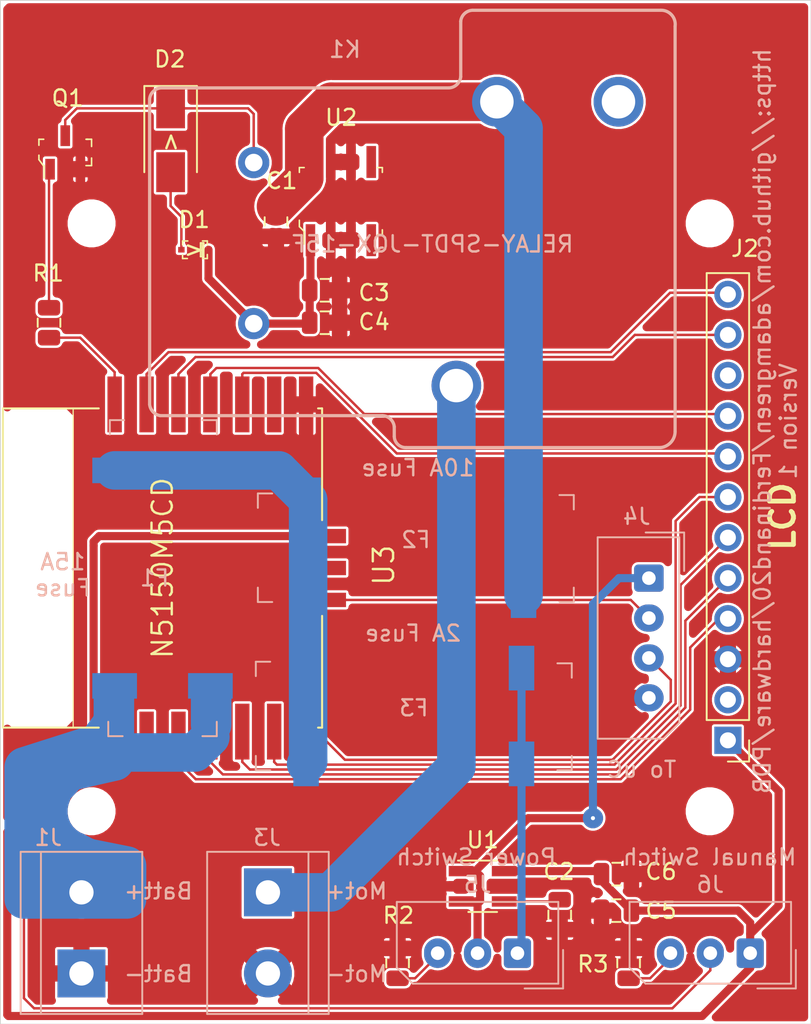
<source format=kicad_pcb>
(kicad_pcb (version 20171130) (host pcbnew "(5.1.6-0-10_14)")

  (general
    (thickness 1.6002)
    (drawings 22)
    (tracks 148)
    (zones 0)
    (modules 29)
    (nets 36)
  )

  (page USLetter)
  (title_block
    (title "Ferdinand20 - Power Distribution Board")
    (date 2020-07-06)
    (rev 2)
    (comment 1 https://creativecommons.org/licenses/by-sa/4.0/)
    (comment 2 "Released under the Creative Commons Attribution Share-Alike 4.0 License")
    (comment 3 "and remote deadman switch functionality.")
    (comment 4 "Contains LCD (battery voltage, robot status, etc), fuses, ")
  )

  (layers
    (0 F.Cu signal hide)
    (31 B.Cu signal hide)
    (32 B.Adhes user hide)
    (33 F.Adhes user hide)
    (34 B.Paste user hide)
    (35 F.Paste user hide)
    (36 B.SilkS user)
    (37 F.SilkS user hide)
    (38 B.Mask user)
    (39 F.Mask user hide)
    (40 Dwgs.User user hide)
    (41 Cmts.User user hide)
    (42 Eco1.User user hide)
    (43 Eco2.User user hide)
    (44 Edge.Cuts user)
    (45 Margin user hide)
    (46 B.CrtYd user)
    (47 F.CrtYd user hide)
    (48 B.Fab user hide)
    (49 F.Fab user hide)
  )

  (setup
    (last_trace_width 0.1524)
    (trace_clearance 0.1524)
    (zone_clearance 0.1524)
    (zone_45_only no)
    (trace_min 0.1524)
    (via_size 0.508)
    (via_drill 0.254)
    (via_min_size 0.508)
    (via_min_drill 0.254)
    (uvia_size 0.508)
    (uvia_drill 0.254)
    (uvias_allowed no)
    (uvia_min_size 0.508)
    (uvia_min_drill 0.254)
    (edge_width 0.05)
    (segment_width 0.2)
    (pcb_text_width 0.3)
    (pcb_text_size 1.5 1.5)
    (mod_edge_width 0.12)
    (mod_text_size 1 1)
    (mod_text_width 0.15)
    (pad_size 2.7 2.7)
    (pad_drill 2.7)
    (pad_to_mask_clearance 0.0508)
    (aux_axis_origin 0 0)
    (visible_elements FFFFFF7F)
    (pcbplotparams
      (layerselection 0x010fc_ffffffff)
      (usegerberextensions false)
      (usegerberattributes true)
      (usegerberadvancedattributes true)
      (creategerberjobfile true)
      (excludeedgelayer true)
      (linewidth 0.100000)
      (plotframeref false)
      (viasonmask false)
      (mode 1)
      (useauxorigin false)
      (hpglpennumber 1)
      (hpglpenspeed 20)
      (hpglpendiameter 15.000000)
      (psnegative false)
      (psa4output false)
      (plotreference true)
      (plotvalue true)
      (plotinvisibletext false)
      (padsonsilk false)
      (subtractmaskfromsilk false)
      (outputformat 1)
      (mirror false)
      (drillshape 1)
      (scaleselection 1)
      (outputdirectory ""))
  )

  (net 0 "")
  (net 1 GND)
  (net 2 Vmotor)
  (net 3 "Net-(C2-Pad1)")
  (net 4 +5V)
  (net 5 +3V3)
  (net 6 "Net-(D1-PadA)")
  (net 7 "Net-(D2-Pad1)")
  (net 8 "Net-(F1-Pad2)")
  (net 9 +BATT)
  (net 10 PWR_SW_IN)
  (net 11 LCD_TE)
  (net 12 LCD_LITE)
  (net 13 "Net-(J2-Pad10)")
  (net 14 LCD_TFTDC)
  (net 15 LCD_TFTRST)
  (net 16 LCD_TFTCS)
  (net 17 LCD_MOSI)
  (net 18 LCD_MISO)
  (net 19 LCD_SCK)
  (net 20 "Net-(J2-Pad2)")
  (net 21 MOTOR_PWR)
  (net 22 UART_TXD)
  (net 23 UART_RXD)
  (net 24 PWR_SW_OUT)
  (net 25 "Net-(J5-Pad3)")
  (net 26 "Net-(J6-Pad3)")
  (net 27 MANUAL_SW)
  (net 28 "Net-(K1-PadNC)")
  (net 29 "Net-(Q1-Pad1)")
  (net 30 MOTOR_ON)
  (net 31 "Net-(U2-Pad5)")
  (net 32 "Net-(U2-Pad4)")
  (net 33 "Net-(U3-Pad5)")
  (net 34 "Net-(U3-Pad2)")
  (net 35 "Net-(U3-Pad12)")

  (net_class Default "This is the default net class."
    (clearance 0.1524)
    (trace_width 0.1524)
    (via_dia 0.508)
    (via_drill 0.254)
    (uvia_dia 0.508)
    (uvia_drill 0.254)
    (add_net LCD_LITE)
    (add_net LCD_MISO)
    (add_net LCD_MOSI)
    (add_net LCD_SCK)
    (add_net LCD_TE)
    (add_net LCD_TFTCS)
    (add_net LCD_TFTDC)
    (add_net LCD_TFTRST)
    (add_net MANUAL_SW)
    (add_net MOTOR_ON)
    (add_net "Net-(C2-Pad1)")
    (add_net "Net-(D1-PadA)")
    (add_net "Net-(D2-Pad1)")
    (add_net "Net-(J2-Pad10)")
    (add_net "Net-(J2-Pad2)")
    (add_net "Net-(J5-Pad3)")
    (add_net "Net-(J6-Pad3)")
    (add_net "Net-(K1-PadNC)")
    (add_net "Net-(Q1-Pad1)")
    (add_net "Net-(U2-Pad4)")
    (add_net "Net-(U2-Pad5)")
    (add_net "Net-(U3-Pad12)")
    (add_net "Net-(U3-Pad2)")
    (add_net "Net-(U3-Pad5)")
    (add_net UART_RXD)
    (add_net UART_TXD)
  )

  (net_class HiPower ""
    (clearance 0.1524)
    (trace_width 2.413)
    (via_dia 1.27)
    (via_drill 0.254)
    (uvia_dia 0.508)
    (uvia_drill 0.254)
    (add_net +BATT)
    (add_net GND)
    (add_net MOTOR_PWR)
    (add_net "Net-(F1-Pad2)")
    (add_net Vmotor)
  )

  (net_class Power ""
    (clearance 0.1524)
    (trace_width 0.508)
    (via_dia 1.27)
    (via_drill 0.254)
    (uvia_dia 0.508)
    (uvia_drill 0.254)
    (add_net +3V3)
    (add_net +5V)
    (add_net PWR_SW_IN)
    (add_net PWR_SW_OUT)
  )

  (module MountingHole:MountingHole_2.7mm_M2.5_DIN965 locked (layer F.Cu) (tedit 56D1B4CB) (tstamp 5F01A9E4)
    (at 111.8362 108.3818)
    (descr "Mounting Hole 2.7mm, no annular, M2.5, DIN965")
    (tags "mounting hole 2.7mm no annular m2.5 din965")
    (attr virtual)
    (fp_text reference REF** (at 0 -3.35) (layer F.SilkS) hide
      (effects (font (size 1 1) (thickness 0.15)))
    )
    (fp_text value MountingHole_2.7mm_M2.5_DIN965 (at 0 3.35) (layer F.Fab)
      (effects (font (size 1 1) (thickness 0.15)))
    )
    (fp_circle (center 0 0) (end 2.6 0) (layer F.CrtYd) (width 0.05))
    (fp_circle (center 0 0) (end 2.35 0) (layer Cmts.User) (width 0.15))
    (fp_text user %R (at 0.3 0) (layer F.Fab)
      (effects (font (size 1 1) (thickness 0.15)))
    )
    (pad 1 np_thru_hole circle (at 0 0) (size 2.7 2.7) (drill 2.7) (layers *.Cu *.Mask))
  )

  (module MountingHole:MountingHole_2.7mm_M2.5_DIN965 locked (layer F.Cu) (tedit 56D1B4CB) (tstamp 5F01A967)
    (at 150.5712 108.3818)
    (descr "Mounting Hole 2.7mm, no annular, M2.5, DIN965")
    (tags "mounting hole 2.7mm no annular m2.5 din965")
    (attr virtual)
    (fp_text reference REF** (at 0 -3.35) (layer F.SilkS) hide
      (effects (font (size 1 1) (thickness 0.15)))
    )
    (fp_text value MountingHole_2.7mm_M2.5_DIN965 (at 0 3.35) (layer F.Fab)
      (effects (font (size 1 1) (thickness 0.15)))
    )
    (fp_circle (center 0 0) (end 2.6 0) (layer F.CrtYd) (width 0.05))
    (fp_circle (center 0 0) (end 2.35 0) (layer Cmts.User) (width 0.15))
    (fp_text user %R (at 0.3 0) (layer F.Fab)
      (effects (font (size 1 1) (thickness 0.15)))
    )
    (pad 1 np_thru_hole circle (at 0 0) (size 2.7 2.7) (drill 2.7) (layers *.Cu *.Mask))
  )

  (module MountingHole:MountingHole_2.7mm_M2.5_DIN965 locked (layer F.Cu) (tedit 56D1B4CB) (tstamp 5F01A916)
    (at 150.5712 71.5518)
    (descr "Mounting Hole 2.7mm, no annular, M2.5, DIN965")
    (tags "mounting hole 2.7mm no annular m2.5 din965")
    (attr virtual)
    (fp_text reference REF** (at 0 -3.35) (layer F.SilkS) hide
      (effects (font (size 1 1) (thickness 0.15)))
    )
    (fp_text value MountingHole_2.7mm_M2.5_DIN965 (at 0 3.35) (layer F.Fab)
      (effects (font (size 1 1) (thickness 0.15)))
    )
    (fp_circle (center 0 0) (end 2.6 0) (layer F.CrtYd) (width 0.05))
    (fp_circle (center 0 0) (end 2.35 0) (layer Cmts.User) (width 0.15))
    (fp_text user %R (at 0.3 0) (layer F.Fab)
      (effects (font (size 1 1) (thickness 0.15)))
    )
    (pad 1 np_thru_hole circle (at 0 0) (size 2.7 2.7) (drill 2.7) (layers *.Cu *.Mask))
  )

  (module MountingHole:MountingHole_2.7mm_M2.5_DIN965 locked (layer F.Cu) (tedit 56D1B4CB) (tstamp 5F01A843)
    (at 111.8362 71.5518)
    (descr "Mounting Hole 2.7mm, no annular, M2.5, DIN965")
    (tags "mounting hole 2.7mm no annular m2.5 din965")
    (attr virtual)
    (fp_text reference REF** (at 3.683 1.905) (layer F.SilkS) hide
      (effects (font (size 1 1) (thickness 0.15)))
    )
    (fp_text value MountingHole_2.7mm_M2.5_DIN965 (at 0 3.35) (layer F.Fab)
      (effects (font (size 1 1) (thickness 0.15)))
    )
    (fp_circle (center 0 0) (end 2.6 0) (layer F.CrtYd) (width 0.05))
    (fp_circle (center 0 0) (end 2.35 0) (layer Cmts.User) (width 0.15))
    (fp_text user %R (at 0.3 0) (layer F.Fab)
      (effects (font (size 1 1) (thickness 0.15)))
    )
    (pad 1 np_thru_hole circle (at 0 0) (size 2.7 2.7) (drill 2.7) (layers *.Cu *.Mask))
  )

  (module digikey-footprints:SOD-523 (layer F.Cu) (tedit 5D28A524) (tstamp 5EF96A28)
    (at 118.3132 73.2028 180)
    (path /5EF7D65A)
    (attr smd)
    (fp_text reference D1 (at 0.0508 1.8796) (layer F.SilkS)
      (effects (font (size 1 1) (thickness 0.15)))
    )
    (fp_text value 1N4148W-TP (at 0.07 2.05) (layer F.Fab)
      (effects (font (size 1 1) (thickness 0.15)))
    )
    (fp_line (start -0.35 0.425) (end -0.35 -0.425) (layer F.SilkS) (width 0.1))
    (fp_line (start -0.45 0.425) (end -0.45 -0.425) (layer F.SilkS) (width 0.1))
    (fp_line (start -0.65 -0.425) (end 0.65 -0.425) (layer F.Fab) (width 0.1))
    (fp_line (start 0.65 -0.425) (end 0.65 0.425) (layer F.Fab) (width 0.1))
    (fp_line (start -0.65 0.425) (end -0.65 -0.425) (layer F.Fab) (width 0.1))
    (fp_line (start -0.65 0.425) (end 0.65 0.425) (layer F.Fab) (width 0.1))
    (fp_line (start 0.775 -0.55) (end 0.775 -0.325) (layer F.SilkS) (width 0.1))
    (fp_line (start 0.475 -0.55) (end 0.775 -0.55) (layer F.SilkS) (width 0.1))
    (fp_line (start -0.775 -0.55) (end -0.775 -0.3) (layer F.SilkS) (width 0.1))
    (fp_line (start -0.475 -0.55) (end -0.775 -0.55) (layer F.SilkS) (width 0.1))
    (fp_line (start 0.775 0.55) (end 0.45 0.55) (layer F.SilkS) (width 0.1))
    (fp_line (start 0.775 0.55) (end 0.775 0.3) (layer F.SilkS) (width 0.1))
    (fp_line (start -1.3 -0.725) (end 1.3 -0.725) (layer F.CrtYd) (width 0.05))
    (fp_line (start 1.3 -0.725) (end 1.3 0.725) (layer F.CrtYd) (width 0.05))
    (fp_line (start 1.3 0.725) (end -1.3 0.725) (layer F.CrtYd) (width 0.05))
    (fp_line (start -1.3 0.725) (end -1.3 -0.725) (layer F.CrtYd) (width 0.05))
    (fp_line (start -0.475 0.55) (end -0.775 0.55) (layer F.SilkS) (width 0.1))
    (fp_line (start -0.775 0.3) (end -0.775 0.55) (layer F.SilkS) (width 0.1))
    (fp_line (start -0.55 0.425) (end -0.55 -0.425) (layer F.SilkS) (width 0.1))
    (fp_line (start -0.55 -0.43) (end -0.35 -0.43) (layer F.SilkS) (width 0.1))
    (fp_line (start -0.55 0.43) (end -0.35 0.43) (layer F.SilkS) (width 0.1))
    (fp_text user %R (at 0 0) (layer F.Fab)
      (effects (font (size 0.5 0.5) (thickness 0.075)))
    )
    (pad A smd rect (at 0.85 0 180) (size 0.4 0.35) (layers F.Cu F.Paste F.Mask)
      (net 6 "Net-(D1-PadA)"))
    (pad K smd rect (at -0.85 0 180) (size 0.4 0.35) (layers F.Cu F.Paste F.Mask)
      (net 4 +5V))
  )

  (module MyLibrary:SparkFun-Electromechanical-RELAY-T90 (layer B.Cu) (tedit 5EFAE190) (tstamp 5EF96B0D)
    (at 121.9962 63.9318 180)
    (descr "RELAY SPDT SEALED - 20A (JQX-15F/005)")
    (tags "RELAY SPDT SEALED - 20A (JQX-15F/005)")
    (path /5EF6F797)
    (attr virtual)
    (fp_text reference K1 (at -5.715 3.2766) (layer B.SilkS)
      (effects (font (size 1.016 1.016) (thickness 0.1524)) (justify mirror))
    )
    (fp_text value RELAY-SPDT-JQX-15F (at -11.2014 -8.9154) (layer B.SilkS)
      (effects (font (size 1.016 1.016) (thickness 0.1524)) (justify mirror))
    )
    (fp_line (start 6.52272 -18.96364) (end 6.52272 0.16764) (layer B.SilkS) (width 0.2032))
    (fp_line (start -12.22248 0.86868) (end 5.77342 0.86868) (layer B.SilkS) (width 0.2032))
    (fp_line (start -8.05942 -19.66468) (end 5.87248 -19.66468) (layer B.SilkS) (width 0.2032))
    (fp_line (start -12.97432 1.56972) (end -12.97432 5.03428) (layer B.SilkS) (width 0.2032))
    (fp_line (start -8.80872 -20.96262) (end -8.80872 -20.36318) (layer B.SilkS) (width 0.2032))
    (fp_line (start -9.55802 -21.66366) (end -25.49906 -21.66366) (layer B.SilkS) (width 0.2032))
    (fp_line (start -25.49906 5.73278) (end -13.72362 5.73278) (layer B.SilkS) (width 0.2032))
    (fp_line (start -26.40838 -20.6629) (end -26.40838 4.73456) (layer B.SilkS) (width 0.2032))
    (fp_arc (start -25.39238 -20.65274) (end -25.49906 -21.66366) (angle -83.2) (layer B.SilkS) (width 0.2032))
    (fp_arc (start -25.53462 4.8514) (end -26.40838 4.73456) (angle -100) (layer B.SilkS) (width 0.2032))
    (fp_arc (start -9.525 -20.94738) (end -8.80872 -20.96262) (angle -91.4) (layer B.SilkS) (width 0.2032))
    (fp_arc (start -8.0391 -20.43684) (end -8.80872 -20.36318) (angle -83.2) (layer B.SilkS) (width 0.2032))
    (fp_arc (start 5.73278 -18.87982) (end 6.52272 -18.96364) (angle -73.7) (layer B.SilkS) (width 0.2032))
    (fp_arc (start 5.75564 0.09652) (end 5.77342 0.86868) (angle -83.2) (layer B.SilkS) (width 0.2032))
    (fp_arc (start -12.2047 1.64084) (end -12.22248 0.86868) (angle -83.2) (layer B.SilkS) (width 0.2032))
    (fp_arc (start -13.7414 4.96062) (end -13.72362 5.73278) (angle -83.2) (layer B.SilkS) (width 0.2032))
    (pad COIL1 thru_hole circle (at 0 -13.89888 180) (size 1.9558 1.9558) (drill 1.09982) (layers *.Cu *.Mask)
      (net 4 +5V))
    (pad COIL2 thru_hole circle (at 0 -3.81 180) (size 1.9558 1.9558) (drill 1.09982) (layers *.Cu *.Mask)
      (net 7 "Net-(D2-Pad1)"))
    (pad MAIN thru_hole circle (at -12.7 -17.78 180) (size 3.11404 3.11404) (drill 2.09804) (layers *.Cu *.Mask)
      (net 21 MOTOR_PWR))
    (pad NC thru_hole circle (at -22.86 0 180) (size 3.11404 3.11404) (drill 2.09804) (layers *.Cu *.Mask)
      (net 28 "Net-(K1-PadNC)"))
    (pad NO thru_hole circle (at -15.24 0 180) (size 3.11404 3.11404) (drill 2.09804) (layers *.Cu *.Mask)
      (net 2 Vmotor))
  )

  (module adam_custom:adam_custom-N5150M4CD_TOP (layer F.Cu) (tedit 200000) (tstamp 5EF96BB4)
    (at 116.2812 93.1418 90)
    (path /5EF5A62B)
    (attr smd)
    (fp_text reference U3 (at 0.1778 13.8684 90) (layer F.SilkS)
      (effects (font (size 1.27 1.27) (thickness 0.15)))
    )
    (fp_text value N5150M5CD (at 0 0 90) (layer F.SilkS)
      (effects (font (size 1.27 1.27) (thickness 0.15)))
    )
    (fp_line (start -9.99998 -5.59816) (end 9.99998 -5.59816) (layer F.SilkS) (width 0.06604))
    (fp_line (start 9.99998 -5.59816) (end 9.99998 -9.99998) (layer F.SilkS) (width 0.06604))
    (fp_line (start -9.99998 -9.99998) (end 9.99998 -9.99998) (layer F.SilkS) (width 0.06604))
    (fp_line (start -9.99998 -5.59816) (end -9.99998 -9.99998) (layer F.SilkS) (width 0.06604))
    (fp_line (start -9.99998 -5.59816) (end 9.99998 -5.59816) (layer F.SilkS) (width 0.06604))
    (fp_line (start 9.99998 -5.59816) (end 9.99998 -9.99998) (layer F.SilkS) (width 0.06604))
    (fp_line (start -9.99998 -9.99998) (end 9.99998 -9.99998) (layer F.SilkS) (width 0.06604))
    (fp_line (start -9.99998 -5.59816) (end -9.99998 -9.99998) (layer F.SilkS) (width 0.06604))
    (fp_line (start -9.99998 -9.99998) (end 9.99998 -9.99998) (layer F.SilkS) (width 0.127))
    (fp_line (start -9.99998 -9.99998) (end -9.99998 -3.99796) (layer F.SilkS) (width 0.127))
    (fp_line (start 9.99998 -9.99998) (end 9.99998 -3.99796) (layer F.SilkS) (width 0.127))
    (fp_line (start -9.99998 9.99998) (end -2.99974 9.99998) (layer F.SilkS) (width 0.127))
    (fp_line (start 9.99998 9.99998) (end 2.99974 9.99998) (layer F.SilkS) (width 0.127))
    (fp_line (start -9.99998 9.74852) (end -9.99998 9.99998) (layer F.SilkS) (width 0.127))
    (fp_line (start 9.99998 9.74852) (end 9.99998 9.99998) (layer F.SilkS) (width 0.127))
    (pad 17 smd rect (at -10.2489 8.99922 90) (size 3.49758 0.89916) (layers F.Cu F.Paste F.Mask)
      (net 22 UART_TXD))
    (pad 16 smd rect (at -10.2489 6.9977 90) (size 3.49758 0.89916) (layers F.Cu F.Paste F.Mask)
      (net 16 LCD_TFTCS))
    (pad 15 smd rect (at -10.2489 4.99872 90) (size 3.49758 0.89916) (layers F.Cu F.Paste F.Mask)
      (net 17 LCD_MOSI))
    (pad 14 smd rect (at -10.49782 2.99974 90) (size 2.99974 0.89916) (layers F.Cu F.Paste F.Mask)
      (net 18 LCD_MISO))
    (pad 13 smd rect (at -10.49782 0.99822 90) (size 2.99974 0.89916) (layers F.Cu F.Paste F.Mask)
      (net 19 LCD_SCK))
    (pad 12 smd rect (at -10.49782 -0.99822 90) (size 2.99974 0.89916) (layers F.Cu F.Paste F.Mask)
      (net 35 "Net-(U3-Pad12)"))
    (pad 11 smd rect (at -10.49782 -2.99974 90) (size 2.99974 0.89916) (layers F.Cu F.Paste F.Mask)
      (net 27 MANUAL_SW))
    (pad 10 smd rect (at 10.2489 -2.99974 90) (size 3.49758 0.89916) (layers F.Cu F.Paste F.Mask)
      (net 30 MOTOR_ON))
    (pad 9 smd rect (at 10.2489 -0.99822 90) (size 3.49758 0.89916) (layers F.Cu F.Paste F.Mask)
      (net 11 LCD_TE))
    (pad 8 smd rect (at 10.2489 0.99822 90) (size 3.49758 0.89916) (layers F.Cu F.Paste F.Mask)
      (net 12 LCD_LITE))
    (pad 7 smd rect (at 10.2489 2.99974 90) (size 3.49758 0.89916) (layers F.Cu F.Paste F.Mask)
      (net 14 LCD_TFTDC))
    (pad 6 smd rect (at 10.2489 4.99872 90) (size 3.49758 0.89916) (layers F.Cu F.Paste F.Mask)
      (net 15 LCD_TFTRST))
    (pad 5 smd rect (at 10.2489 6.9977 90) (size 3.49758 0.89916) (layers F.Cu F.Paste F.Mask)
      (net 33 "Net-(U3-Pad5)"))
    (pad 4 smd rect (at 10.2489 8.99922 90) (size 3.49758 0.89916) (layers F.Cu F.Paste F.Mask)
      (net 1 GND))
    (pad 3 smd rect (at 1.99898 9.99998 180) (size 2.99974 0.89916) (layers F.Cu F.Paste F.Mask)
      (net 5 +3V3))
    (pad 2 smd rect (at 0 9.99998 180) (size 2.99974 0.89916) (layers F.Cu F.Paste F.Mask)
      (net 34 "Net-(U3-Pad2)"))
    (pad 1 smd rect (at -1.99898 9.99998 180) (size 2.99974 0.89916) (layers F.Cu F.Paste F.Mask)
      (net 23 UART_RXD))
  )

  (module digikey-footprints:SOIC-8_W3.9mm (layer F.Cu) (tedit 5D28A544) (tstamp 5EF96B90)
    (at 127.4572 70.1548)
    (path /5EF6D6F6)
    (attr smd)
    (fp_text reference U2 (at 0.01778 -5.2324) (layer F.SilkS)
      (effects (font (size 1 1) (thickness 0.15)))
    )
    (fp_text value L4931ABD50-TR (at 0.06604 4.80314) (layer F.Fab)
      (effects (font (size 1 1) (thickness 0.15)))
    )
    (fp_line (start 2.45 -1.95) (end 2.45 1.95) (layer F.Fab) (width 0.1))
    (fp_line (start -2.45 -1.95) (end 2.45 -1.95) (layer F.Fab) (width 0.1))
    (fp_line (start 2.6 -2.1) (end 2.6 -1.8) (layer F.SilkS) (width 0.1))
    (fp_line (start 2.3 -2.1) (end 2.6 -2.1) (layer F.SilkS) (width 0.1))
    (fp_line (start -2.6 -2.1) (end -2.6 -1.8) (layer F.SilkS) (width 0.1))
    (fp_line (start -2.3 -2.1) (end -2.6 -2.1) (layer F.SilkS) (width 0.1))
    (fp_line (start 2.6 2.1) (end 2.6 1.8) (layer F.SilkS) (width 0.1))
    (fp_line (start 2.3 2.1) (end 2.6 2.1) (layer F.SilkS) (width 0.1))
    (fp_line (start -2.45 1.55) (end -2.05 1.95) (layer F.Fab) (width 0.1))
    (fp_line (start -2.05 1.95) (end 2.45 1.95) (layer F.Fab) (width 0.1))
    (fp_line (start -2.45 1.55) (end -2.45 -1.95) (layer F.Fab) (width 0.1))
    (fp_line (start -2.3 1.9) (end -2.3 2.7) (layer F.SilkS) (width 0.1))
    (fp_line (start -2.6 1.6) (end -2.3 1.9) (layer F.SilkS) (width 0.1))
    (fp_line (start -2.6 1.2) (end -2.6 1.6) (layer F.SilkS) (width 0.1))
    (fp_line (start 2.7 -3.7) (end 2.7 3.7) (layer F.CrtYd) (width 0.05))
    (fp_line (start -2.7 -3.7) (end -2.7 3.7) (layer F.CrtYd) (width 0.05))
    (fp_line (start -2.7 3.7) (end 2.7 3.7) (layer F.CrtYd) (width 0.05))
    (fp_line (start -2.7 -3.7) (end 2.7 -3.7) (layer F.CrtYd) (width 0.05))
    (fp_text user %R (at 0 0) (layer F.Fab)
      (effects (font (size 1 1) (thickness 0.15)))
    )
    (pad 3 smd rect (at 0.635 2.45) (size 0.6 2) (layers F.Cu F.Paste F.Mask)
      (net 1 GND))
    (pad 8 smd rect (at -1.905 -2.45) (size 0.6 2) (layers F.Cu F.Paste F.Mask)
      (net 2 Vmotor))
    (pad 7 smd rect (at -0.635 -2.45) (size 0.6 2) (layers F.Cu F.Paste F.Mask)
      (net 1 GND))
    (pad 6 smd rect (at 0.635 -2.45) (size 0.6 2) (layers F.Cu F.Paste F.Mask)
      (net 1 GND))
    (pad 5 smd rect (at 1.905 -2.45) (size 0.6 2) (layers F.Cu F.Paste F.Mask)
      (net 31 "Net-(U2-Pad5)"))
    (pad 4 smd rect (at 1.905 2.45) (size 0.6 2) (layers F.Cu F.Paste F.Mask)
      (net 32 "Net-(U2-Pad4)"))
    (pad 2 smd rect (at -0.635 2.45) (size 0.6 2) (layers F.Cu F.Paste F.Mask)
      (net 1 GND))
    (pad 1 smd rect (at -1.905 2.45) (size 0.6 2) (layers F.Cu F.Paste F.Mask)
      (net 4 +5V))
  )

  (module Package_TO_SOT_SMD:SOT-23-5_HandSoldering (layer F.Cu) (tedit 5A0AB76C) (tstamp 5EF96B71)
    (at 136.3472 113.0808)
    (descr "5-pin SOT23 package")
    (tags "SOT-23-5 hand-soldering")
    (path /5EF65956)
    (attr smd)
    (fp_text reference U1 (at 0 -2.9) (layer F.SilkS)
      (effects (font (size 1 1) (thickness 0.15)))
    )
    (fp_text value MIC5205-3.3YM5 (at 0 2.9) (layer F.Fab)
      (effects (font (size 1 1) (thickness 0.15)))
    )
    (fp_line (start 2.38 1.8) (end -2.38 1.8) (layer F.CrtYd) (width 0.05))
    (fp_line (start 2.38 1.8) (end 2.38 -1.8) (layer F.CrtYd) (width 0.05))
    (fp_line (start -2.38 -1.8) (end -2.38 1.8) (layer F.CrtYd) (width 0.05))
    (fp_line (start -2.38 -1.8) (end 2.38 -1.8) (layer F.CrtYd) (width 0.05))
    (fp_line (start 0.9 -1.55) (end 0.9 1.55) (layer F.Fab) (width 0.1))
    (fp_line (start 0.9 1.55) (end -0.9 1.55) (layer F.Fab) (width 0.1))
    (fp_line (start -0.9 -0.9) (end -0.9 1.55) (layer F.Fab) (width 0.1))
    (fp_line (start 0.9 -1.55) (end -0.25 -1.55) (layer F.Fab) (width 0.1))
    (fp_line (start -0.9 -0.9) (end -0.25 -1.55) (layer F.Fab) (width 0.1))
    (fp_line (start 0.9 -1.61) (end -1.55 -1.61) (layer F.SilkS) (width 0.12))
    (fp_line (start -0.9 1.61) (end 0.9 1.61) (layer F.SilkS) (width 0.12))
    (fp_text user %R (at 0 0 90) (layer F.Fab)
      (effects (font (size 0.5 0.5) (thickness 0.075)))
    )
    (pad 5 smd rect (at 1.35 -0.95) (size 1.56 0.65) (layers F.Cu F.Paste F.Mask)
      (net 5 +3V3))
    (pad 4 smd rect (at 1.35 0.95) (size 1.56 0.65) (layers F.Cu F.Paste F.Mask)
      (net 3 "Net-(C2-Pad1)"))
    (pad 3 smd rect (at -1.35 0.95) (size 1.56 0.65) (layers F.Cu F.Paste F.Mask)
      (net 24 PWR_SW_OUT))
    (pad 2 smd rect (at -1.35 0) (size 1.56 0.65) (layers F.Cu F.Paste F.Mask)
      (net 1 GND))
    (pad 1 smd rect (at -1.35 -0.95) (size 1.56 0.65) (layers F.Cu F.Paste F.Mask)
      (net 24 PWR_SW_OUT))
    (model ${KISYS3DMOD}/Package_TO_SOT_SMD.3dshapes/SOT-23-5.wrl
      (at (xyz 0 0 0))
      (scale (xyz 1 1 1))
      (rotate (xyz 0 0 0))
    )
  )

  (module Resistor_SMD:R_0805_2012Metric (layer F.Cu) (tedit 5B36C52B) (tstamp 5EF96B5C)
    (at 145.4912 117.9068 90)
    (descr "Resistor SMD 0805 (2012 Metric), square (rectangular) end terminal, IPC_7351 nominal, (Body size source: https://docs.google.com/spreadsheets/d/1BsfQQcO9C6DZCsRaXUlFlo91Tg2WpOkGARC1WS5S8t0/edit?usp=sharing), generated with kicad-footprint-generator")
    (tags resistor)
    (path /5F09B9FB)
    (attr smd)
    (fp_text reference R3 (at -0.0508 -2.2352 180) (layer F.SilkS)
      (effects (font (size 1 1) (thickness 0.15)))
    )
    (fp_text value "1k ohm" (at 0 1.65 90) (layer F.Fab)
      (effects (font (size 1 1) (thickness 0.15)))
    )
    (fp_line (start 1.68 0.95) (end -1.68 0.95) (layer F.CrtYd) (width 0.05))
    (fp_line (start 1.68 -0.95) (end 1.68 0.95) (layer F.CrtYd) (width 0.05))
    (fp_line (start -1.68 -0.95) (end 1.68 -0.95) (layer F.CrtYd) (width 0.05))
    (fp_line (start -1.68 0.95) (end -1.68 -0.95) (layer F.CrtYd) (width 0.05))
    (fp_line (start -0.258578 0.71) (end 0.258578 0.71) (layer F.SilkS) (width 0.12))
    (fp_line (start -0.258578 -0.71) (end 0.258578 -0.71) (layer F.SilkS) (width 0.12))
    (fp_line (start 1 0.6) (end -1 0.6) (layer F.Fab) (width 0.1))
    (fp_line (start 1 -0.6) (end 1 0.6) (layer F.Fab) (width 0.1))
    (fp_line (start -1 -0.6) (end 1 -0.6) (layer F.Fab) (width 0.1))
    (fp_line (start -1 0.6) (end -1 -0.6) (layer F.Fab) (width 0.1))
    (fp_text user %R (at 0 0 90) (layer F.Fab)
      (effects (font (size 0.5 0.5) (thickness 0.08)))
    )
    (pad 2 smd roundrect (at 0.9375 0 90) (size 0.975 1.4) (layers F.Cu F.Paste F.Mask) (roundrect_rratio 0.25)
      (net 1 GND))
    (pad 1 smd roundrect (at -0.9375 0 90) (size 0.975 1.4) (layers F.Cu F.Paste F.Mask) (roundrect_rratio 0.25)
      (net 26 "Net-(J6-Pad3)"))
    (model ${KISYS3DMOD}/Resistor_SMD.3dshapes/R_0805_2012Metric.wrl
      (at (xyz 0 0 0))
      (scale (xyz 1 1 1))
      (rotate (xyz 0 0 0))
    )
  )

  (module Resistor_SMD:R_0805_2012Metric (layer F.Cu) (tedit 5B36C52B) (tstamp 5EF96B4B)
    (at 131.0132 117.9068 90)
    (descr "Resistor SMD 0805 (2012 Metric), square (rectangular) end terminal, IPC_7351 nominal, (Body size source: https://docs.google.com/spreadsheets/d/1BsfQQcO9C6DZCsRaXUlFlo91Tg2WpOkGARC1WS5S8t0/edit?usp=sharing), generated with kicad-footprint-generator")
    (tags resistor)
    (path /5F066F87)
    (attr smd)
    (fp_text reference R2 (at 2.9972 0.0508 180) (layer F.SilkS)
      (effects (font (size 1 1) (thickness 0.15)))
    )
    (fp_text value "1k ohm" (at 0 1.65 90) (layer F.Fab)
      (effects (font (size 1 1) (thickness 0.15)))
    )
    (fp_line (start 1.68 0.95) (end -1.68 0.95) (layer F.CrtYd) (width 0.05))
    (fp_line (start 1.68 -0.95) (end 1.68 0.95) (layer F.CrtYd) (width 0.05))
    (fp_line (start -1.68 -0.95) (end 1.68 -0.95) (layer F.CrtYd) (width 0.05))
    (fp_line (start -1.68 0.95) (end -1.68 -0.95) (layer F.CrtYd) (width 0.05))
    (fp_line (start -0.258578 0.71) (end 0.258578 0.71) (layer F.SilkS) (width 0.12))
    (fp_line (start -0.258578 -0.71) (end 0.258578 -0.71) (layer F.SilkS) (width 0.12))
    (fp_line (start 1 0.6) (end -1 0.6) (layer F.Fab) (width 0.1))
    (fp_line (start 1 -0.6) (end 1 0.6) (layer F.Fab) (width 0.1))
    (fp_line (start -1 -0.6) (end 1 -0.6) (layer F.Fab) (width 0.1))
    (fp_line (start -1 0.6) (end -1 -0.6) (layer F.Fab) (width 0.1))
    (fp_text user %R (at 0 0 90) (layer F.Fab)
      (effects (font (size 0.5 0.5) (thickness 0.08)))
    )
    (pad 2 smd roundrect (at 0.9375 0 90) (size 0.975 1.4) (layers F.Cu F.Paste F.Mask) (roundrect_rratio 0.25)
      (net 1 GND))
    (pad 1 smd roundrect (at -0.9375 0 90) (size 0.975 1.4) (layers F.Cu F.Paste F.Mask) (roundrect_rratio 0.25)
      (net 25 "Net-(J5-Pad3)"))
    (model ${KISYS3DMOD}/Resistor_SMD.3dshapes/R_0805_2012Metric.wrl
      (at (xyz 0 0 0))
      (scale (xyz 1 1 1))
      (rotate (xyz 0 0 0))
    )
  )

  (module Resistor_SMD:R_0805_2012Metric (layer F.Cu) (tedit 5B36C52B) (tstamp 5EF96B3A)
    (at 109.1692 77.7748 270)
    (descr "Resistor SMD 0805 (2012 Metric), square (rectangular) end terminal, IPC_7351 nominal, (Body size source: https://docs.google.com/spreadsheets/d/1BsfQQcO9C6DZCsRaXUlFlo91Tg2WpOkGARC1WS5S8t0/edit?usp=sharing), generated with kicad-footprint-generator")
    (tags resistor)
    (path /5EF78998)
    (attr smd)
    (fp_text reference R1 (at -3.0988 0.0508 180) (layer F.SilkS)
      (effects (font (size 1 1) (thickness 0.15)))
    )
    (fp_text value "680 ohm" (at 0 1.65 90) (layer F.Fab)
      (effects (font (size 1 1) (thickness 0.15)))
    )
    (fp_line (start 1.68 0.95) (end -1.68 0.95) (layer F.CrtYd) (width 0.05))
    (fp_line (start 1.68 -0.95) (end 1.68 0.95) (layer F.CrtYd) (width 0.05))
    (fp_line (start -1.68 -0.95) (end 1.68 -0.95) (layer F.CrtYd) (width 0.05))
    (fp_line (start -1.68 0.95) (end -1.68 -0.95) (layer F.CrtYd) (width 0.05))
    (fp_line (start -0.258578 0.71) (end 0.258578 0.71) (layer F.SilkS) (width 0.12))
    (fp_line (start -0.258578 -0.71) (end 0.258578 -0.71) (layer F.SilkS) (width 0.12))
    (fp_line (start 1 0.6) (end -1 0.6) (layer F.Fab) (width 0.1))
    (fp_line (start 1 -0.6) (end 1 0.6) (layer F.Fab) (width 0.1))
    (fp_line (start -1 -0.6) (end 1 -0.6) (layer F.Fab) (width 0.1))
    (fp_line (start -1 0.6) (end -1 -0.6) (layer F.Fab) (width 0.1))
    (fp_text user %R (at 0 0 90) (layer F.Fab)
      (effects (font (size 0.5 0.5) (thickness 0.08)))
    )
    (pad 2 smd roundrect (at 0.9375 0 270) (size 0.975 1.4) (layers F.Cu F.Paste F.Mask) (roundrect_rratio 0.25)
      (net 30 MOTOR_ON))
    (pad 1 smd roundrect (at -0.9375 0 270) (size 0.975 1.4) (layers F.Cu F.Paste F.Mask) (roundrect_rratio 0.25)
      (net 29 "Net-(Q1-Pad1)"))
    (model ${KISYS3DMOD}/Resistor_SMD.3dshapes/R_0805_2012Metric.wrl
      (at (xyz 0 0 0))
      (scale (xyz 1 1 1))
      (rotate (xyz 0 0 0))
    )
  )

  (module digikey-footprints:SOT-23-3 (layer F.Cu) (tedit 5D28A5E3) (tstamp 5EF96B29)
    (at 110.1852 67.1068 90)
    (path /5EF79B71)
    (attr smd)
    (fp_text reference Q1 (at 3.4036 0.1524 180) (layer F.SilkS)
      (effects (font (size 1 1) (thickness 0.15)))
    )
    (fp_text value MMBT2222ALT3G (at 0.025 3.25 90) (layer F.Fab)
      (effects (font (size 1 1) (thickness 0.15)))
    )
    (fp_line (start 0.7 1.52) (end 0.7 -1.52) (layer F.Fab) (width 0.1))
    (fp_line (start -0.7 1.52) (end 0.7 1.52) (layer F.Fab) (width 0.1))
    (fp_line (start 0.825 -1.65) (end 0.825 -1.35) (layer F.SilkS) (width 0.1))
    (fp_line (start 0.45 -1.65) (end 0.825 -1.65) (layer F.SilkS) (width 0.1))
    (fp_line (start 0.825 1.65) (end 0.375 1.65) (layer F.SilkS) (width 0.1))
    (fp_line (start 0.825 1.35) (end 0.825 1.65) (layer F.SilkS) (width 0.1))
    (fp_line (start 0.825 1.425) (end 0.825 1.3) (layer F.SilkS) (width 0.1))
    (fp_line (start -0.825 1.65) (end -0.825 1.3) (layer F.SilkS) (width 0.1))
    (fp_line (start -0.35 1.65) (end -0.825 1.65) (layer F.SilkS) (width 0.1))
    (fp_line (start -0.425 -1.525) (end -0.7 -1.325) (layer F.Fab) (width 0.1))
    (fp_line (start -0.425 -1.525) (end 0.7 -1.525) (layer F.Fab) (width 0.1))
    (fp_line (start -0.7 -1.325) (end -0.7 1.525) (layer F.Fab) (width 0.1))
    (fp_line (start -0.825 -1.325) (end -1.6 -1.325) (layer F.SilkS) (width 0.1))
    (fp_line (start -0.825 -1.375) (end -0.825 -1.325) (layer F.SilkS) (width 0.1))
    (fp_line (start -0.45 -1.65) (end -0.825 -1.375) (layer F.SilkS) (width 0.1))
    (fp_line (start -0.175 -1.65) (end -0.45 -1.65) (layer F.SilkS) (width 0.1))
    (fp_line (start 1.825 -1.95) (end 1.825 1.95) (layer F.CrtYd) (width 0.05))
    (fp_line (start 1.825 1.95) (end -1.825 1.95) (layer F.CrtYd) (width 0.05))
    (fp_line (start -1.825 -1.95) (end -1.825 1.95) (layer F.CrtYd) (width 0.05))
    (fp_line (start -1.825 -1.95) (end 1.825 -1.95) (layer F.CrtYd) (width 0.05))
    (fp_text user %R (at -0.125 0.15 90) (layer F.Fab)
      (effects (font (size 0.25 0.25) (thickness 0.05)))
    )
    (pad 1 smd rect (at -1.05 -0.95 90) (size 1.3 0.6) (layers F.Cu F.Paste F.Mask)
      (net 29 "Net-(Q1-Pad1)") (solder_mask_margin 0.07))
    (pad 2 smd rect (at -1.05 0.95 90) (size 1.3 0.6) (layers F.Cu F.Paste F.Mask)
      (net 1 GND) (solder_mask_margin 0.07))
    (pad 3 smd rect (at 1.05 0 90) (size 1.3 0.6) (layers F.Cu F.Paste F.Mask)
      (net 7 "Net-(D2-Pad1)") (solder_mask_margin 0.07))
  )

  (module Connector_Molex:Molex_SPOX_5267-03A_1x03_P2.50mm_Vertical (layer B.Cu) (tedit 5B7833F7) (tstamp 5F013907)
    (at 153.1112 117.2718 180)
    (descr "Molex SPOX Connector System, 5267-03A, 3 Pins per row (http://www.molex.com/pdm_docs/sd/022035035_sd.pdf), generated with kicad-footprint-generator")
    (tags "connector Molex SPOX side entry")
    (path /5EF61B37)
    (fp_text reference J6 (at 2.5 4.3 180) (layer B.SilkS)
      (effects (font (size 1 1) (thickness 0.15)) (justify mirror))
    )
    (fp_text value "Manual Switch" (at 2.5 -3 180) (layer B.Fab)
      (effects (font (size 1 1) (thickness 0.15)) (justify mirror))
    )
    (fp_line (start 7.95 3.6) (end -2.95 3.6) (layer B.CrtYd) (width 0.05))
    (fp_line (start 7.95 -1.3) (end 7.95 3.6) (layer B.CrtYd) (width 0.05))
    (fp_line (start 6.95 -2.3) (end 7.95 -1.3) (layer B.CrtYd) (width 0.05))
    (fp_line (start -2.95 -2.3) (end 6.95 -2.3) (layer B.CrtYd) (width 0.05))
    (fp_line (start -2.95 3.6) (end -2.95 -2.3) (layer B.CrtYd) (width 0.05))
    (fp_line (start 0 -1.092893) (end 0.5 -1.8) (layer B.Fab) (width 0.1))
    (fp_line (start -0.5 -1.8) (end 0 -1.092893) (layer B.Fab) (width 0.1))
    (fp_line (start -2.86 -2.21) (end -0.45 -2.21) (layer B.SilkS) (width 0.12))
    (fp_line (start -2.86 0.2) (end -2.86 -2.21) (layer B.SilkS) (width 0.12))
    (fp_line (start 7.56 3.21) (end -2.56 3.21) (layer B.SilkS) (width 0.12))
    (fp_line (start 7.56 -0.91) (end 7.56 3.21) (layer B.SilkS) (width 0.12))
    (fp_line (start 6.56 -1.91) (end 7.56 -0.91) (layer B.SilkS) (width 0.12))
    (fp_line (start -2.56 -1.91) (end 6.56 -1.91) (layer B.SilkS) (width 0.12))
    (fp_line (start -2.56 3.21) (end -2.56 -1.91) (layer B.SilkS) (width 0.12))
    (fp_line (start 7.45 3.1) (end -2.45 3.1) (layer B.Fab) (width 0.1))
    (fp_line (start 7.45 -0.8) (end 7.45 3.1) (layer B.Fab) (width 0.1))
    (fp_line (start 6.45 -1.8) (end 7.45 -0.8) (layer B.Fab) (width 0.1))
    (fp_line (start -2.45 -1.8) (end 6.45 -1.8) (layer B.Fab) (width 0.1))
    (fp_line (start -2.45 3.1) (end -2.45 -1.8) (layer B.Fab) (width 0.1))
    (fp_text user %R (at 2.5 2.4 180) (layer B.Fab)
      (effects (font (size 1 1) (thickness 0.15)) (justify mirror))
    )
    (pad 3 thru_hole oval (at 5 0 180) (size 1.7 1.85) (drill 0.85) (layers *.Cu *.Mask)
      (net 26 "Net-(J6-Pad3)"))
    (pad 2 thru_hole oval (at 2.5 0 180) (size 1.7 1.85) (drill 0.85) (layers *.Cu *.Mask)
      (net 27 MANUAL_SW))
    (pad 1 thru_hole roundrect (at 0 0 180) (size 1.7 1.85) (drill 0.85) (layers *.Cu *.Mask) (roundrect_rratio 0.147059)
      (net 5 +3V3))
    (model ${KISYS3DMOD}/Connector_Molex.3dshapes/Molex_SPOX_5267-03A_1x03_P2.50mm_Vertical.wrl
      (at (xyz 0 0 0))
      (scale (xyz 1 1 1))
      (rotate (xyz 0 0 0))
    )
  )

  (module Connector_Molex:Molex_SPOX_5267-03A_1x03_P2.50mm_Vertical (layer B.Cu) (tedit 5B7833F7) (tstamp 5EF96AD9)
    (at 138.524532 117.2718 180)
    (descr "Molex SPOX Connector System, 5267-03A, 3 Pins per row (http://www.molex.com/pdm_docs/sd/022035035_sd.pdf), generated with kicad-footprint-generator")
    (tags "connector Molex SPOX side entry")
    (path /5EF5FB8D)
    (fp_text reference J5 (at 2.5 4.3 180) (layer B.SilkS)
      (effects (font (size 1 1) (thickness 0.15)) (justify mirror))
    )
    (fp_text value "Power Switch" (at 2.5 -3 180) (layer B.Fab)
      (effects (font (size 1 1) (thickness 0.15)) (justify mirror))
    )
    (fp_line (start 7.95 3.6) (end -2.95 3.6) (layer B.CrtYd) (width 0.05))
    (fp_line (start 7.95 -1.3) (end 7.95 3.6) (layer B.CrtYd) (width 0.05))
    (fp_line (start 6.95 -2.3) (end 7.95 -1.3) (layer B.CrtYd) (width 0.05))
    (fp_line (start -2.95 -2.3) (end 6.95 -2.3) (layer B.CrtYd) (width 0.05))
    (fp_line (start -2.95 3.6) (end -2.95 -2.3) (layer B.CrtYd) (width 0.05))
    (fp_line (start 0 -1.092893) (end 0.5 -1.8) (layer B.Fab) (width 0.1))
    (fp_line (start -0.5 -1.8) (end 0 -1.092893) (layer B.Fab) (width 0.1))
    (fp_line (start -2.86 -2.21) (end -0.45 -2.21) (layer B.SilkS) (width 0.12))
    (fp_line (start -2.86 0.2) (end -2.86 -2.21) (layer B.SilkS) (width 0.12))
    (fp_line (start 7.56 3.21) (end -2.56 3.21) (layer B.SilkS) (width 0.12))
    (fp_line (start 7.56 -0.91) (end 7.56 3.21) (layer B.SilkS) (width 0.12))
    (fp_line (start 6.56 -1.91) (end 7.56 -0.91) (layer B.SilkS) (width 0.12))
    (fp_line (start -2.56 -1.91) (end 6.56 -1.91) (layer B.SilkS) (width 0.12))
    (fp_line (start -2.56 3.21) (end -2.56 -1.91) (layer B.SilkS) (width 0.12))
    (fp_line (start 7.45 3.1) (end -2.45 3.1) (layer B.Fab) (width 0.1))
    (fp_line (start 7.45 -0.8) (end 7.45 3.1) (layer B.Fab) (width 0.1))
    (fp_line (start 6.45 -1.8) (end 7.45 -0.8) (layer B.Fab) (width 0.1))
    (fp_line (start -2.45 -1.8) (end 6.45 -1.8) (layer B.Fab) (width 0.1))
    (fp_line (start -2.45 3.1) (end -2.45 -1.8) (layer B.Fab) (width 0.1))
    (fp_text user %R (at 2.5 2.4 180) (layer B.Fab)
      (effects (font (size 1 1) (thickness 0.15)) (justify mirror))
    )
    (pad 3 thru_hole oval (at 5 0 180) (size 1.7 1.85) (drill 0.85) (layers *.Cu *.Mask)
      (net 25 "Net-(J5-Pad3)"))
    (pad 2 thru_hole oval (at 2.5 0 180) (size 1.7 1.85) (drill 0.85) (layers *.Cu *.Mask)
      (net 24 PWR_SW_OUT))
    (pad 1 thru_hole roundrect (at 0 0 180) (size 1.7 1.85) (drill 0.85) (layers *.Cu *.Mask) (roundrect_rratio 0.147059)
      (net 10 PWR_SW_IN))
    (model ${KISYS3DMOD}/Connector_Molex.3dshapes/Molex_SPOX_5267-03A_1x03_P2.50mm_Vertical.wrl
      (at (xyz 0 0 0))
      (scale (xyz 1 1 1))
      (rotate (xyz 0 0 0))
    )
  )

  (module Connector_Molex:Molex_SPOX_5267-04A_1x04_P2.50mm_Vertical (layer B.Cu) (tedit 5B7833F7) (tstamp 5EF96ABE)
    (at 146.7612 93.7768 270)
    (descr "Molex SPOX Connector System, 5267-04A, 4 Pins per row (http://www.molex.com/pdm_docs/sd/022035035_sd.pdf), generated with kicad-footprint-generator")
    (tags "connector Molex SPOX side entry")
    (path /5EF626FF)
    (fp_text reference J4 (at -3.8608 0.762 180) (layer B.SilkS)
      (effects (font (size 1 1) (thickness 0.15)) (justify mirror))
    )
    (fp_text value UART/Power (at 3.75 -3 270) (layer B.Fab)
      (effects (font (size 1 1) (thickness 0.15)) (justify mirror))
    )
    (fp_line (start 10.45 3.6) (end -2.95 3.6) (layer B.CrtYd) (width 0.05))
    (fp_line (start 10.45 -1.3) (end 10.45 3.6) (layer B.CrtYd) (width 0.05))
    (fp_line (start 9.45 -2.3) (end 10.45 -1.3) (layer B.CrtYd) (width 0.05))
    (fp_line (start -2.95 -2.3) (end 9.45 -2.3) (layer B.CrtYd) (width 0.05))
    (fp_line (start -2.95 3.6) (end -2.95 -2.3) (layer B.CrtYd) (width 0.05))
    (fp_line (start 0 -1.092893) (end 0.5 -1.8) (layer B.Fab) (width 0.1))
    (fp_line (start -0.5 -1.8) (end 0 -1.092893) (layer B.Fab) (width 0.1))
    (fp_line (start -2.86 -2.21) (end -0.45 -2.21) (layer B.SilkS) (width 0.12))
    (fp_line (start -2.86 0.2) (end -2.86 -2.21) (layer B.SilkS) (width 0.12))
    (fp_line (start 10.06 3.21) (end -2.56 3.21) (layer B.SilkS) (width 0.12))
    (fp_line (start 10.06 -0.91) (end 10.06 3.21) (layer B.SilkS) (width 0.12))
    (fp_line (start 9.06 -1.91) (end 10.06 -0.91) (layer B.SilkS) (width 0.12))
    (fp_line (start -2.56 -1.91) (end 9.06 -1.91) (layer B.SilkS) (width 0.12))
    (fp_line (start -2.56 3.21) (end -2.56 -1.91) (layer B.SilkS) (width 0.12))
    (fp_line (start 9.95 3.1) (end -2.45 3.1) (layer B.Fab) (width 0.1))
    (fp_line (start 9.95 -0.8) (end 9.95 3.1) (layer B.Fab) (width 0.1))
    (fp_line (start 8.95 -1.8) (end 9.95 -0.8) (layer B.Fab) (width 0.1))
    (fp_line (start -2.45 -1.8) (end 8.95 -1.8) (layer B.Fab) (width 0.1))
    (fp_line (start -2.45 3.1) (end -2.45 -1.8) (layer B.Fab) (width 0.1))
    (fp_text user %R (at 3.75 2.4 270) (layer B.Fab)
      (effects (font (size 1 1) (thickness 0.15)) (justify mirror))
    )
    (pad 4 thru_hole oval (at 7.5 0 270) (size 1.7 1.85) (drill 0.85) (layers *.Cu *.Mask)
      (net 1 GND))
    (pad 3 thru_hole oval (at 5 0 270) (size 1.7 1.85) (drill 0.85) (layers *.Cu *.Mask)
      (net 22 UART_TXD))
    (pad 2 thru_hole oval (at 2.5 0 270) (size 1.7 1.85) (drill 0.85) (layers *.Cu *.Mask)
      (net 23 UART_RXD))
    (pad 1 thru_hole roundrect (at 0 0 270) (size 1.7 1.85) (drill 0.85) (layers *.Cu *.Mask) (roundrect_rratio 0.147059)
      (net 24 PWR_SW_OUT))
    (model ${KISYS3DMOD}/Connector_Molex.3dshapes/Molex_SPOX_5267-04A_1x04_P2.50mm_Vertical.wrl
      (at (xyz 0 0 0))
      (scale (xyz 1 1 1))
      (rotate (xyz 0 0 0))
    )
  )

  (module TerminalBlock:TerminalBlock_bornier-2_P5.08mm (layer B.Cu) (tedit 59FF03AB) (tstamp 5EF96AA2)
    (at 122.887866 113.4618 270)
    (descr "simple 2-pin terminal block, pitch 5.08mm, revamped version of bornier2")
    (tags "terminal block bornier2")
    (path /5EF5E778)
    (fp_text reference J3 (at -3.429 0.053466) (layer B.SilkS)
      (effects (font (size 1 1) (thickness 0.15)) (justify mirror))
    )
    (fp_text value "Motor Power" (at 2.54 -5.08 270) (layer B.Fab)
      (effects (font (size 1 1) (thickness 0.15)) (justify mirror))
    )
    (fp_line (start 7.79 -4) (end -2.71 -4) (layer B.CrtYd) (width 0.05))
    (fp_line (start 7.79 -4) (end 7.79 4) (layer B.CrtYd) (width 0.05))
    (fp_line (start -2.71 4) (end -2.71 -4) (layer B.CrtYd) (width 0.05))
    (fp_line (start -2.71 4) (end 7.79 4) (layer B.CrtYd) (width 0.05))
    (fp_line (start -2.54 -3.81) (end 7.62 -3.81) (layer B.SilkS) (width 0.12))
    (fp_line (start -2.54 3.81) (end -2.54 -3.81) (layer B.SilkS) (width 0.12))
    (fp_line (start 7.62 3.81) (end -2.54 3.81) (layer B.SilkS) (width 0.12))
    (fp_line (start 7.62 -3.81) (end 7.62 3.81) (layer B.SilkS) (width 0.12))
    (fp_line (start 7.62 -2.54) (end -2.54 -2.54) (layer B.SilkS) (width 0.12))
    (fp_line (start 7.54 3.75) (end -2.46 3.75) (layer B.Fab) (width 0.1))
    (fp_line (start 7.54 -3.75) (end 7.54 3.75) (layer B.Fab) (width 0.1))
    (fp_line (start -2.46 -3.75) (end 7.54 -3.75) (layer B.Fab) (width 0.1))
    (fp_line (start -2.46 3.75) (end -2.46 -3.75) (layer B.Fab) (width 0.1))
    (fp_line (start -2.41 -2.55) (end 7.49 -2.55) (layer B.Fab) (width 0.1))
    (fp_text user %R (at 2.54 0 270) (layer B.Fab)
      (effects (font (size 1 1) (thickness 0.15)) (justify mirror))
    )
    (pad 2 thru_hole circle (at 5.08 0 270) (size 3 3) (drill 1.52) (layers *.Cu *.Mask)
      (net 1 GND))
    (pad 1 thru_hole rect (at 0 0 270) (size 3 3) (drill 1.52) (layers *.Cu *.Mask)
      (net 21 MOTOR_PWR))
    (model ${KISYS3DMOD}/TerminalBlock.3dshapes/TerminalBlock_bornier-2_P5.08mm.wrl
      (offset (xyz 2.539999961853027 0 0))
      (scale (xyz 1 1 1))
      (rotate (xyz 0 0 0))
    )
  )

  (module Connector_PinHeader_2.54mm:PinHeader_1x12_P2.54mm_Vertical locked (layer F.Cu) (tedit 59FED5CC) (tstamp 5EF979C9)
    (at 151.7142 103.9368 180)
    (descr "Through hole straight pin header, 1x12, 2.54mm pitch, single row")
    (tags "Through hole pin header THT 1x12 2.54mm single row")
    (path /5EF7E373)
    (fp_text reference J2 (at -1.0668 30.8102) (layer F.SilkS)
      (effects (font (size 1 1) (thickness 0.15)))
    )
    (fp_text value LCD (at 0 30.27) (layer F.Fab)
      (effects (font (size 1 1) (thickness 0.15)))
    )
    (fp_line (start 1.8 -1.8) (end -1.8 -1.8) (layer F.CrtYd) (width 0.05))
    (fp_line (start 1.8 29.75) (end 1.8 -1.8) (layer F.CrtYd) (width 0.05))
    (fp_line (start -1.8 29.75) (end 1.8 29.75) (layer F.CrtYd) (width 0.05))
    (fp_line (start -1.8 -1.8) (end -1.8 29.75) (layer F.CrtYd) (width 0.05))
    (fp_line (start -1.33 -1.33) (end 0 -1.33) (layer F.SilkS) (width 0.12))
    (fp_line (start -1.33 0) (end -1.33 -1.33) (layer F.SilkS) (width 0.12))
    (fp_line (start -1.33 1.27) (end 1.33 1.27) (layer F.SilkS) (width 0.12))
    (fp_line (start 1.33 1.27) (end 1.33 29.27) (layer F.SilkS) (width 0.12))
    (fp_line (start -1.33 1.27) (end -1.33 29.27) (layer F.SilkS) (width 0.12))
    (fp_line (start -1.33 29.27) (end 1.33 29.27) (layer F.SilkS) (width 0.12))
    (fp_line (start -1.27 -0.635) (end -0.635 -1.27) (layer F.Fab) (width 0.1))
    (fp_line (start -1.27 29.21) (end -1.27 -0.635) (layer F.Fab) (width 0.1))
    (fp_line (start 1.27 29.21) (end -1.27 29.21) (layer F.Fab) (width 0.1))
    (fp_line (start 1.27 -1.27) (end 1.27 29.21) (layer F.Fab) (width 0.1))
    (fp_line (start -0.635 -1.27) (end 1.27 -1.27) (layer F.Fab) (width 0.1))
    (fp_text user %R (at 0 13.97 90) (layer F.Fab)
      (effects (font (size 1 1) (thickness 0.15)))
    )
    (pad 12 thru_hole oval (at 0 27.94 180) (size 1.7 1.7) (drill 1) (layers *.Cu *.Mask)
      (net 11 LCD_TE))
    (pad 11 thru_hole oval (at 0 25.4 180) (size 1.7 1.7) (drill 1) (layers *.Cu *.Mask)
      (net 12 LCD_LITE))
    (pad 10 thru_hole oval (at 0 22.86 180) (size 1.7 1.7) (drill 1) (layers *.Cu *.Mask)
      (net 13 "Net-(J2-Pad10)"))
    (pad 9 thru_hole oval (at 0 20.32 180) (size 1.7 1.7) (drill 1) (layers *.Cu *.Mask)
      (net 14 LCD_TFTDC))
    (pad 8 thru_hole oval (at 0 17.78 180) (size 1.7 1.7) (drill 1) (layers *.Cu *.Mask)
      (net 15 LCD_TFTRST))
    (pad 7 thru_hole oval (at 0 15.24 180) (size 1.7 1.7) (drill 1) (layers *.Cu *.Mask)
      (net 16 LCD_TFTCS))
    (pad 6 thru_hole oval (at 0 12.7 180) (size 1.7 1.7) (drill 1) (layers *.Cu *.Mask)
      (net 17 LCD_MOSI))
    (pad 5 thru_hole oval (at 0 10.16 180) (size 1.7 1.7) (drill 1) (layers *.Cu *.Mask)
      (net 18 LCD_MISO))
    (pad 4 thru_hole oval (at 0 7.62 180) (size 1.7 1.7) (drill 1) (layers *.Cu *.Mask)
      (net 19 LCD_SCK))
    (pad 3 thru_hole oval (at 0 5.08 180) (size 1.7 1.7) (drill 1) (layers *.Cu *.Mask)
      (net 1 GND))
    (pad 2 thru_hole oval (at 0 2.54 180) (size 1.7 1.7) (drill 1) (layers *.Cu *.Mask)
      (net 20 "Net-(J2-Pad2)"))
    (pad 1 thru_hole rect (at 0 0 180) (size 1.7 1.7) (drill 1) (layers *.Cu *.Mask)
      (net 5 +3V3))
    (model ${KISYS3DMOD}/Connector_PinHeader_2.54mm.3dshapes/PinHeader_1x12_P2.54mm_Vertical.wrl
      (at (xyz 0 0 0))
      (scale (xyz 1 1 1))
      (rotate (xyz 0 0 0))
    )
  )

  (module TerminalBlock:TerminalBlock_bornier-2_P5.08mm (layer B.Cu) (tedit 59FF03AB) (tstamp 5EF96A6D)
    (at 111.2012 118.5418 90)
    (descr "simple 2-pin terminal block, pitch 5.08mm, revamped version of bornier2")
    (tags "terminal block bornier2")
    (path /5EF5D99F)
    (fp_text reference J1 (at 8.509 -2.0828) (layer B.SilkS)
      (effects (font (size 1 1) (thickness 0.15)) (justify mirror))
    )
    (fp_text value "7.4V LiPo Battery" (at 2.54 -5.08 -90) (layer B.Fab)
      (effects (font (size 1 1) (thickness 0.15)) (justify mirror))
    )
    (fp_line (start 7.79 -4) (end -2.71 -4) (layer B.CrtYd) (width 0.05))
    (fp_line (start 7.79 -4) (end 7.79 4) (layer B.CrtYd) (width 0.05))
    (fp_line (start -2.71 4) (end -2.71 -4) (layer B.CrtYd) (width 0.05))
    (fp_line (start -2.71 4) (end 7.79 4) (layer B.CrtYd) (width 0.05))
    (fp_line (start -2.54 -3.81) (end 7.62 -3.81) (layer B.SilkS) (width 0.12))
    (fp_line (start -2.54 3.81) (end -2.54 -3.81) (layer B.SilkS) (width 0.12))
    (fp_line (start 7.62 3.81) (end -2.54 3.81) (layer B.SilkS) (width 0.12))
    (fp_line (start 7.62 -3.81) (end 7.62 3.81) (layer B.SilkS) (width 0.12))
    (fp_line (start 7.62 -2.54) (end -2.54 -2.54) (layer B.SilkS) (width 0.12))
    (fp_line (start 7.54 3.75) (end -2.46 3.75) (layer B.Fab) (width 0.1))
    (fp_line (start 7.54 -3.75) (end 7.54 3.75) (layer B.Fab) (width 0.1))
    (fp_line (start -2.46 -3.75) (end 7.54 -3.75) (layer B.Fab) (width 0.1))
    (fp_line (start -2.46 3.75) (end -2.46 -3.75) (layer B.Fab) (width 0.1))
    (fp_line (start -2.41 -2.55) (end 7.49 -2.55) (layer B.Fab) (width 0.1))
    (fp_text user %R (at 2.54 0 -90) (layer B.Fab)
      (effects (font (size 1 1) (thickness 0.15)) (justify mirror))
    )
    (pad 2 thru_hole circle (at 5.08 0 90) (size 3 3) (drill 1.52) (layers *.Cu *.Mask)
      (net 9 +BATT))
    (pad 1 thru_hole rect (at 0 0 90) (size 3 3) (drill 1.52) (layers *.Cu *.Mask)
      (net 1 GND))
    (model ${KISYS3DMOD}/TerminalBlock.3dshapes/TerminalBlock_bornier-2_P5.08mm.wrl
      (offset (xyz 2.539999961853027 0 0))
      (scale (xyz 1 1 1))
      (rotate (xyz 0 0 0))
    )
  )

  (module MyLibrary:SMD_Keystone_Fuse (layer B.Cu) (tedit 5EFADC78) (tstamp 5EF9703F)
    (at 132.0292 102.4128)
    (tags fuse)
    (path /5EF65406)
    (attr smd)
    (fp_text reference F3 (at 0 -0.5 180) (layer B.SilkS)
      (effects (font (size 1 1) (thickness 0.15)) (justify mirror))
    )
    (fp_text value "2A Fuse" (at 0 0.5 180) (layer B.Fab)
      (effects (font (size 1 1) (thickness 0.15)) (justify mirror))
    )
    (fp_line (start -9.9 3.35) (end 9.9 3.35) (layer B.Fab) (width 0.12))
    (fp_line (start 9.9 3.35) (end 9.9 -3.35) (layer B.Fab) (width 0.12))
    (fp_line (start 9.9 -3.35) (end -9.9 -3.35) (layer B.Fab) (width 0.12))
    (fp_line (start -9.9 -3.35) (end -9.9 3.35) (layer B.Fab) (width 0.12))
    (fp_line (start -10 4.5) (end 10.1 4.5) (layer B.CrtYd) (width 0.12))
    (fp_line (start 10.1 4.5) (end 10.1 -4.5) (layer B.CrtYd) (width 0.12))
    (fp_line (start 10.1 -4.5) (end -10 -4.5) (layer B.CrtYd) (width 0.12))
    (fp_line (start -10 -4.5) (end -10 4.5) (layer B.CrtYd) (width 0.12))
    (fp_line (start -9 3.4) (end -9.9 3.4) (layer B.SilkS) (width 0.12))
    (fp_line (start -9.9 3.4) (end -9.9 2.5) (layer B.SilkS) (width 0.12))
    (fp_line (start -9 -3.4) (end -9.9 -3.4) (layer B.SilkS) (width 0.12))
    (fp_line (start -9.9 -3.4) (end -9.9 -2.5) (layer B.SilkS) (width 0.12))
    (fp_line (start 9 3.4) (end 9.9 3.4) (layer B.SilkS) (width 0.12))
    (fp_line (start 9.9 3.4) (end 9.9 2.5) (layer B.SilkS) (width 0.12))
    (fp_line (start 9 -3.3) (end 9.9 -3.3) (layer B.SilkS) (width 0.12))
    (fp_line (start 9.9 -3.3) (end 9.9 -2.4) (layer B.SilkS) (width 0.12))
    (pad 1 smd rect (at -6.75 3) (size 1.6 2.8) (layers B.Cu B.Paste B.Mask)
      (net 8 "Net-(F1-Pad2)"))
    (pad 2 smd rect (at 6.75 3) (size 1.6 2.8) (layers B.Cu B.Paste B.Mask)
      (net 10 PWR_SW_IN))
    (pad 1 smd rect (at -6.75 -3) (size 1.6 2.8) (layers B.Cu B.Paste B.Mask)
      (net 8 "Net-(F1-Pad2)"))
    (pad 2 smd rect (at 6.75 -3) (size 1.6 2.8) (layers B.Cu B.Paste B.Mask)
      (net 10 PWR_SW_IN))
  )

  (module MyLibrary:SMD_Keystone_Fuse (layer B.Cu) (tedit 5EFADC78) (tstamp 5EF96A50)
    (at 132.1562 91.8718)
    (tags fuse)
    (path /5EF64BD3)
    (attr smd)
    (fp_text reference F2 (at 0 -0.5 180) (layer B.SilkS)
      (effects (font (size 1 1) (thickness 0.15)) (justify mirror))
    )
    (fp_text value "10A Fuse" (at 0 0.5 180) (layer B.Fab)
      (effects (font (size 1 1) (thickness 0.15)) (justify mirror))
    )
    (fp_line (start 9.9 -3.3) (end 9.9 -2.4) (layer B.SilkS) (width 0.12))
    (fp_line (start 9 -3.3) (end 9.9 -3.3) (layer B.SilkS) (width 0.12))
    (fp_line (start 9.9 3.4) (end 9.9 2.5) (layer B.SilkS) (width 0.12))
    (fp_line (start 9 3.4) (end 9.9 3.4) (layer B.SilkS) (width 0.12))
    (fp_line (start -9.9 -3.4) (end -9.9 -2.5) (layer B.SilkS) (width 0.12))
    (fp_line (start -9 -3.4) (end -9.9 -3.4) (layer B.SilkS) (width 0.12))
    (fp_line (start -9.9 3.4) (end -9.9 2.5) (layer B.SilkS) (width 0.12))
    (fp_line (start -9 3.4) (end -9.9 3.4) (layer B.SilkS) (width 0.12))
    (fp_line (start -10 -4.5) (end -10 4.5) (layer B.CrtYd) (width 0.12))
    (fp_line (start 10.1 -4.5) (end -10 -4.5) (layer B.CrtYd) (width 0.12))
    (fp_line (start 10.1 4.5) (end 10.1 -4.5) (layer B.CrtYd) (width 0.12))
    (fp_line (start -10 4.5) (end 10.1 4.5) (layer B.CrtYd) (width 0.12))
    (fp_line (start -9.9 -3.35) (end -9.9 3.35) (layer B.Fab) (width 0.12))
    (fp_line (start 9.9 -3.35) (end -9.9 -3.35) (layer B.Fab) (width 0.12))
    (fp_line (start 9.9 3.35) (end 9.9 -3.35) (layer B.Fab) (width 0.12))
    (fp_line (start -9.9 3.35) (end 9.9 3.35) (layer B.Fab) (width 0.12))
    (pad 2 smd rect (at 6.75 -3) (size 1.6 2.8) (layers B.Cu B.Paste B.Mask)
      (net 2 Vmotor))
    (pad 1 smd rect (at -6.75 -3) (size 1.6 2.8) (layers B.Cu B.Paste B.Mask)
      (net 8 "Net-(F1-Pad2)"))
    (pad 2 smd rect (at 6.75 3) (size 1.6 2.8) (layers B.Cu B.Paste B.Mask)
      (net 2 Vmotor))
    (pad 1 smd rect (at -6.75 3) (size 1.6 2.8) (layers B.Cu B.Paste B.Mask)
      (net 8 "Net-(F1-Pad2)"))
  )

  (module MyLibrary:SMD_Keystone_Fuse (layer B.Cu) (tedit 5EFADC78) (tstamp 5EF96A48)
    (at 116.2812 93.7768 90)
    (tags fuse)
    (path /5EF63D78)
    (attr smd)
    (fp_text reference F1 (at 0 -0.5) (layer B.SilkS)
      (effects (font (size 1 1) (thickness 0.15)) (justify mirror))
    )
    (fp_text value "15A Fuse" (at 0 0.5 270) (layer B.Fab)
      (effects (font (size 1 1) (thickness 0.15)) (justify mirror))
    )
    (fp_line (start 9.9 -3.3) (end 9.9 -2.4) (layer B.SilkS) (width 0.12))
    (fp_line (start 9 -3.3) (end 9.9 -3.3) (layer B.SilkS) (width 0.12))
    (fp_line (start 9.9 3.4) (end 9.9 2.5) (layer B.SilkS) (width 0.12))
    (fp_line (start 9 3.4) (end 9.9 3.4) (layer B.SilkS) (width 0.12))
    (fp_line (start -9.9 -3.4) (end -9.9 -2.5) (layer B.SilkS) (width 0.12))
    (fp_line (start -9 -3.4) (end -9.9 -3.4) (layer B.SilkS) (width 0.12))
    (fp_line (start -9.9 3.4) (end -9.9 2.5) (layer B.SilkS) (width 0.12))
    (fp_line (start -9 3.4) (end -9.9 3.4) (layer B.SilkS) (width 0.12))
    (fp_line (start -10 -4.5) (end -10 4.5) (layer B.CrtYd) (width 0.12))
    (fp_line (start 10.1 -4.5) (end -10 -4.5) (layer B.CrtYd) (width 0.12))
    (fp_line (start 10.1 4.5) (end 10.1 -4.5) (layer B.CrtYd) (width 0.12))
    (fp_line (start -10 4.5) (end 10.1 4.5) (layer B.CrtYd) (width 0.12))
    (fp_line (start -9.9 -3.35) (end -9.9 3.35) (layer B.Fab) (width 0.12))
    (fp_line (start 9.9 -3.35) (end -9.9 -3.35) (layer B.Fab) (width 0.12))
    (fp_line (start 9.9 3.35) (end 9.9 -3.35) (layer B.Fab) (width 0.12))
    (fp_line (start -9.9 3.35) (end 9.9 3.35) (layer B.Fab) (width 0.12))
    (pad 2 smd rect (at 6.75 -3 90) (size 1.6 2.8) (layers B.Cu B.Paste B.Mask)
      (net 8 "Net-(F1-Pad2)"))
    (pad 1 smd rect (at -6.75 -3 90) (size 1.6 2.8) (layers B.Cu B.Paste B.Mask)
      (net 9 +BATT))
    (pad 2 smd rect (at 6.75 3 90) (size 1.6 2.8) (layers B.Cu B.Paste B.Mask)
      (net 8 "Net-(F1-Pad2)"))
    (pad 1 smd rect (at -6.75 3 90) (size 1.6 2.8) (layers B.Cu B.Paste B.Mask)
      (net 9 +BATT))
  )

  (module Diode_SMD:D_SMA (layer F.Cu) (tedit 586432E5) (tstamp 5EF96A40)
    (at 116.7892 66.3448 270)
    (descr "Diode SMA (DO-214AC)")
    (tags "Diode SMA (DO-214AC)")
    (path /5EF7C82B)
    (attr smd)
    (fp_text reference D2 (at -5.08 0.0508 180) (layer F.SilkS)
      (effects (font (size 1 1) (thickness 0.15)))
    )
    (fp_text value SMAJ4739A-TP (at 0 2.6 90) (layer F.Fab)
      (effects (font (size 1 1) (thickness 0.15)))
    )
    (fp_line (start -3.4 -1.65) (end 2 -1.65) (layer F.SilkS) (width 0.12))
    (fp_line (start -3.4 1.65) (end 2 1.65) (layer F.SilkS) (width 0.12))
    (fp_line (start -0.64944 0.00102) (end 0.50118 -0.79908) (layer F.Fab) (width 0.1))
    (fp_line (start -0.64944 0.00102) (end 0.50118 0.75032) (layer F.Fab) (width 0.1))
    (fp_line (start 0.50118 0.75032) (end 0.50118 -0.79908) (layer F.Fab) (width 0.1))
    (fp_line (start -0.64944 -0.79908) (end -0.64944 0.80112) (layer F.Fab) (width 0.1))
    (fp_line (start 0.50118 0.00102) (end 1.4994 0.00102) (layer F.Fab) (width 0.1))
    (fp_line (start -0.64944 0.00102) (end -1.55114 0.00102) (layer F.Fab) (width 0.1))
    (fp_line (start -3.5 1.75) (end -3.5 -1.75) (layer F.CrtYd) (width 0.05))
    (fp_line (start 3.5 1.75) (end -3.5 1.75) (layer F.CrtYd) (width 0.05))
    (fp_line (start 3.5 -1.75) (end 3.5 1.75) (layer F.CrtYd) (width 0.05))
    (fp_line (start -3.5 -1.75) (end 3.5 -1.75) (layer F.CrtYd) (width 0.05))
    (fp_line (start 2.3 -1.5) (end -2.3 -1.5) (layer F.Fab) (width 0.1))
    (fp_line (start 2.3 -1.5) (end 2.3 1.5) (layer F.Fab) (width 0.1))
    (fp_line (start -2.3 1.5) (end -2.3 -1.5) (layer F.Fab) (width 0.1))
    (fp_line (start 2.3 1.5) (end -2.3 1.5) (layer F.Fab) (width 0.1))
    (fp_line (start -3.4 -1.65) (end -3.4 1.65) (layer F.SilkS) (width 0.12))
    (fp_text user %R (at 0 -2.5 90) (layer F.Fab)
      (effects (font (size 1 1) (thickness 0.15)))
    )
    (pad 2 smd rect (at 2 0 270) (size 2.5 1.8) (layers F.Cu F.Paste F.Mask)
      (net 6 "Net-(D1-PadA)"))
    (pad 1 smd rect (at -2 0 270) (size 2.5 1.8) (layers F.Cu F.Paste F.Mask)
      (net 7 "Net-(D2-Pad1)"))
    (model ${KISYS3DMOD}/Diode_SMD.3dshapes/D_SMA.wrl
      (at (xyz 0 0 0))
      (scale (xyz 1 1 1))
      (rotate (xyz 0 0 0))
    )
  )

  (module Capacitor_SMD:C_0805_2012Metric (layer F.Cu) (tedit 5B36C52B) (tstamp 5EF96A10)
    (at 144.7292 112.3188)
    (descr "Capacitor SMD 0805 (2012 Metric), square (rectangular) end terminal, IPC_7351 nominal, (Body size source: https://docs.google.com/spreadsheets/d/1BsfQQcO9C6DZCsRaXUlFlo91Tg2WpOkGARC1WS5S8t0/edit?usp=sharing), generated with kicad-footprint-generator")
    (tags capacitor)
    (path /5EFEA9E1)
    (attr smd)
    (fp_text reference C6 (at 2.794 -0.1524) (layer F.SilkS)
      (effects (font (size 1 1) (thickness 0.15)))
    )
    (fp_text value 1uF (at 0 1.65) (layer F.Fab)
      (effects (font (size 1 1) (thickness 0.15)))
    )
    (fp_line (start 1.68 0.95) (end -1.68 0.95) (layer F.CrtYd) (width 0.05))
    (fp_line (start 1.68 -0.95) (end 1.68 0.95) (layer F.CrtYd) (width 0.05))
    (fp_line (start -1.68 -0.95) (end 1.68 -0.95) (layer F.CrtYd) (width 0.05))
    (fp_line (start -1.68 0.95) (end -1.68 -0.95) (layer F.CrtYd) (width 0.05))
    (fp_line (start -0.258578 0.71) (end 0.258578 0.71) (layer F.SilkS) (width 0.12))
    (fp_line (start -0.258578 -0.71) (end 0.258578 -0.71) (layer F.SilkS) (width 0.12))
    (fp_line (start 1 0.6) (end -1 0.6) (layer F.Fab) (width 0.1))
    (fp_line (start 1 -0.6) (end 1 0.6) (layer F.Fab) (width 0.1))
    (fp_line (start -1 -0.6) (end 1 -0.6) (layer F.Fab) (width 0.1))
    (fp_line (start -1 0.6) (end -1 -0.6) (layer F.Fab) (width 0.1))
    (fp_text user %R (at 0 0) (layer F.Fab)
      (effects (font (size 0.5 0.5) (thickness 0.08)))
    )
    (pad 2 smd roundrect (at 0.9375 0) (size 0.975 1.4) (layers F.Cu F.Paste F.Mask) (roundrect_rratio 0.25)
      (net 1 GND))
    (pad 1 smd roundrect (at -0.9375 0) (size 0.975 1.4) (layers F.Cu F.Paste F.Mask) (roundrect_rratio 0.25)
      (net 5 +3V3))
    (model ${KISYS3DMOD}/Capacitor_SMD.3dshapes/C_0805_2012Metric.wrl
      (at (xyz 0 0 0))
      (scale (xyz 1 1 1))
      (rotate (xyz 0 0 0))
    )
  )

  (module Capacitor_SMD:C_0805_2012Metric (layer F.Cu) (tedit 5B36C52B) (tstamp 5EF969FF)
    (at 144.7292 114.6048 180)
    (descr "Capacitor SMD 0805 (2012 Metric), square (rectangular) end terminal, IPC_7351 nominal, (Body size source: https://docs.google.com/spreadsheets/d/1BsfQQcO9C6DZCsRaXUlFlo91Tg2WpOkGARC1WS5S8t0/edit?usp=sharing), generated with kicad-footprint-generator")
    (tags capacitor)
    (path /5EFE9D9D)
    (attr smd)
    (fp_text reference C5 (at -2.794 0) (layer F.SilkS)
      (effects (font (size 1 1) (thickness 0.15)))
    )
    (fp_text value 1uF (at 0 1.65) (layer F.Fab)
      (effects (font (size 1 1) (thickness 0.15)))
    )
    (fp_line (start 1.68 0.95) (end -1.68 0.95) (layer F.CrtYd) (width 0.05))
    (fp_line (start 1.68 -0.95) (end 1.68 0.95) (layer F.CrtYd) (width 0.05))
    (fp_line (start -1.68 -0.95) (end 1.68 -0.95) (layer F.CrtYd) (width 0.05))
    (fp_line (start -1.68 0.95) (end -1.68 -0.95) (layer F.CrtYd) (width 0.05))
    (fp_line (start -0.258578 0.71) (end 0.258578 0.71) (layer F.SilkS) (width 0.12))
    (fp_line (start -0.258578 -0.71) (end 0.258578 -0.71) (layer F.SilkS) (width 0.12))
    (fp_line (start 1 0.6) (end -1 0.6) (layer F.Fab) (width 0.1))
    (fp_line (start 1 -0.6) (end 1 0.6) (layer F.Fab) (width 0.1))
    (fp_line (start -1 -0.6) (end 1 -0.6) (layer F.Fab) (width 0.1))
    (fp_line (start -1 0.6) (end -1 -0.6) (layer F.Fab) (width 0.1))
    (fp_text user %R (at 0 0) (layer F.Fab)
      (effects (font (size 0.5 0.5) (thickness 0.08)))
    )
    (pad 2 smd roundrect (at 0.9375 0 180) (size 0.975 1.4) (layers F.Cu F.Paste F.Mask) (roundrect_rratio 0.25)
      (net 1 GND))
    (pad 1 smd roundrect (at -0.9375 0 180) (size 0.975 1.4) (layers F.Cu F.Paste F.Mask) (roundrect_rratio 0.25)
      (net 5 +3V3))
    (model ${KISYS3DMOD}/Capacitor_SMD.3dshapes/C_0805_2012Metric.wrl
      (at (xyz 0 0 0))
      (scale (xyz 1 1 1))
      (rotate (xyz 0 0 0))
    )
  )

  (module Capacitor_SMD:C_0805_2012Metric (layer F.Cu) (tedit 5B36C52B) (tstamp 5EF969EE)
    (at 126.4412 77.7748)
    (descr "Capacitor SMD 0805 (2012 Metric), square (rectangular) end terminal, IPC_7351 nominal, (Body size source: https://docs.google.com/spreadsheets/d/1BsfQQcO9C6DZCsRaXUlFlo91Tg2WpOkGARC1WS5S8t0/edit?usp=sharing), generated with kicad-footprint-generator")
    (tags capacitor)
    (path /5EFCA805)
    (attr smd)
    (fp_text reference C4 (at 3.0988 -0.0508) (layer F.SilkS)
      (effects (font (size 1 1) (thickness 0.15)))
    )
    (fp_text value 1uF (at 0 1.65) (layer F.Fab)
      (effects (font (size 1 1) (thickness 0.15)))
    )
    (fp_line (start 1.68 0.95) (end -1.68 0.95) (layer F.CrtYd) (width 0.05))
    (fp_line (start 1.68 -0.95) (end 1.68 0.95) (layer F.CrtYd) (width 0.05))
    (fp_line (start -1.68 -0.95) (end 1.68 -0.95) (layer F.CrtYd) (width 0.05))
    (fp_line (start -1.68 0.95) (end -1.68 -0.95) (layer F.CrtYd) (width 0.05))
    (fp_line (start -0.258578 0.71) (end 0.258578 0.71) (layer F.SilkS) (width 0.12))
    (fp_line (start -0.258578 -0.71) (end 0.258578 -0.71) (layer F.SilkS) (width 0.12))
    (fp_line (start 1 0.6) (end -1 0.6) (layer F.Fab) (width 0.1))
    (fp_line (start 1 -0.6) (end 1 0.6) (layer F.Fab) (width 0.1))
    (fp_line (start -1 -0.6) (end 1 -0.6) (layer F.Fab) (width 0.1))
    (fp_line (start -1 0.6) (end -1 -0.6) (layer F.Fab) (width 0.1))
    (fp_text user %R (at 0 0) (layer F.Fab)
      (effects (font (size 0.5 0.5) (thickness 0.08)))
    )
    (pad 2 smd roundrect (at 0.9375 0) (size 0.975 1.4) (layers F.Cu F.Paste F.Mask) (roundrect_rratio 0.25)
      (net 1 GND))
    (pad 1 smd roundrect (at -0.9375 0) (size 0.975 1.4) (layers F.Cu F.Paste F.Mask) (roundrect_rratio 0.25)
      (net 4 +5V))
    (model ${KISYS3DMOD}/Capacitor_SMD.3dshapes/C_0805_2012Metric.wrl
      (at (xyz 0 0 0))
      (scale (xyz 1 1 1))
      (rotate (xyz 0 0 0))
    )
  )

  (module Capacitor_SMD:C_0805_2012Metric (layer F.Cu) (tedit 5B36C52B) (tstamp 5EF969DD)
    (at 126.4412 75.7428)
    (descr "Capacitor SMD 0805 (2012 Metric), square (rectangular) end terminal, IPC_7351 nominal, (Body size source: https://docs.google.com/spreadsheets/d/1BsfQQcO9C6DZCsRaXUlFlo91Tg2WpOkGARC1WS5S8t0/edit?usp=sharing), generated with kicad-footprint-generator")
    (tags capacitor)
    (path /5EFCA1FA)
    (attr smd)
    (fp_text reference C3 (at 3.0988 0.1524) (layer F.SilkS)
      (effects (font (size 1 1) (thickness 0.15)))
    )
    (fp_text value 1uF (at 0 1.65) (layer F.Fab)
      (effects (font (size 1 1) (thickness 0.15)))
    )
    (fp_line (start 1.68 0.95) (end -1.68 0.95) (layer F.CrtYd) (width 0.05))
    (fp_line (start 1.68 -0.95) (end 1.68 0.95) (layer F.CrtYd) (width 0.05))
    (fp_line (start -1.68 -0.95) (end 1.68 -0.95) (layer F.CrtYd) (width 0.05))
    (fp_line (start -1.68 0.95) (end -1.68 -0.95) (layer F.CrtYd) (width 0.05))
    (fp_line (start -0.258578 0.71) (end 0.258578 0.71) (layer F.SilkS) (width 0.12))
    (fp_line (start -0.258578 -0.71) (end 0.258578 -0.71) (layer F.SilkS) (width 0.12))
    (fp_line (start 1 0.6) (end -1 0.6) (layer F.Fab) (width 0.1))
    (fp_line (start 1 -0.6) (end 1 0.6) (layer F.Fab) (width 0.1))
    (fp_line (start -1 -0.6) (end 1 -0.6) (layer F.Fab) (width 0.1))
    (fp_line (start -1 0.6) (end -1 -0.6) (layer F.Fab) (width 0.1))
    (fp_text user %R (at 0 0) (layer F.Fab)
      (effects (font (size 0.5 0.5) (thickness 0.08)))
    )
    (pad 2 smd roundrect (at 0.9375 0) (size 0.975 1.4) (layers F.Cu F.Paste F.Mask) (roundrect_rratio 0.25)
      (net 1 GND))
    (pad 1 smd roundrect (at -0.9375 0) (size 0.975 1.4) (layers F.Cu F.Paste F.Mask) (roundrect_rratio 0.25)
      (net 4 +5V))
    (model ${KISYS3DMOD}/Capacitor_SMD.3dshapes/C_0805_2012Metric.wrl
      (at (xyz 0 0 0))
      (scale (xyz 1 1 1))
      (rotate (xyz 0 0 0))
    )
  )

  (module Capacitor_SMD:C_0805_2012Metric (layer F.Cu) (tedit 5B36C52B) (tstamp 5EF969CC)
    (at 141.1732 114.8588 270)
    (descr "Capacitor SMD 0805 (2012 Metric), square (rectangular) end terminal, IPC_7351 nominal, (Body size source: https://docs.google.com/spreadsheets/d/1BsfQQcO9C6DZCsRaXUlFlo91Tg2WpOkGARC1WS5S8t0/edit?usp=sharing), generated with kicad-footprint-generator")
    (tags capacitor)
    (path /5EFE8FFB)
    (attr smd)
    (fp_text reference C2 (at -2.6924 0.0508 180) (layer F.SilkS)
      (effects (font (size 1 1) (thickness 0.15)))
    )
    (fp_text value 470pF (at 0 1.65 90) (layer F.Fab)
      (effects (font (size 1 1) (thickness 0.15)))
    )
    (fp_line (start 1.68 0.95) (end -1.68 0.95) (layer F.CrtYd) (width 0.05))
    (fp_line (start 1.68 -0.95) (end 1.68 0.95) (layer F.CrtYd) (width 0.05))
    (fp_line (start -1.68 -0.95) (end 1.68 -0.95) (layer F.CrtYd) (width 0.05))
    (fp_line (start -1.68 0.95) (end -1.68 -0.95) (layer F.CrtYd) (width 0.05))
    (fp_line (start -0.258578 0.71) (end 0.258578 0.71) (layer F.SilkS) (width 0.12))
    (fp_line (start -0.258578 -0.71) (end 0.258578 -0.71) (layer F.SilkS) (width 0.12))
    (fp_line (start 1 0.6) (end -1 0.6) (layer F.Fab) (width 0.1))
    (fp_line (start 1 -0.6) (end 1 0.6) (layer F.Fab) (width 0.1))
    (fp_line (start -1 -0.6) (end 1 -0.6) (layer F.Fab) (width 0.1))
    (fp_line (start -1 0.6) (end -1 -0.6) (layer F.Fab) (width 0.1))
    (fp_text user %R (at 0 0 90) (layer F.Fab)
      (effects (font (size 0.5 0.5) (thickness 0.08)))
    )
    (pad 2 smd roundrect (at 0.9375 0 270) (size 0.975 1.4) (layers F.Cu F.Paste F.Mask) (roundrect_rratio 0.25)
      (net 1 GND))
    (pad 1 smd roundrect (at -0.9375 0 270) (size 0.975 1.4) (layers F.Cu F.Paste F.Mask) (roundrect_rratio 0.25)
      (net 3 "Net-(C2-Pad1)"))
    (model ${KISYS3DMOD}/Capacitor_SMD.3dshapes/C_0805_2012Metric.wrl
      (at (xyz 0 0 0))
      (scale (xyz 1 1 1))
      (rotate (xyz 0 0 0))
    )
  )

  (module Capacitor_SMD:C_0805_2012Metric (layer F.Cu) (tedit 5B36C52B) (tstamp 5EF969BB)
    (at 123.3932 71.4248 270)
    (descr "Capacitor SMD 0805 (2012 Metric), square (rectangular) end terminal, IPC_7351 nominal, (Body size source: https://docs.google.com/spreadsheets/d/1BsfQQcO9C6DZCsRaXUlFlo91Tg2WpOkGARC1WS5S8t0/edit?usp=sharing), generated with kicad-footprint-generator")
    (tags capacitor)
    (path /5EFC99E9)
    (attr smd)
    (fp_text reference C1 (at -2.54 -0.3556 180) (layer F.SilkS)
      (effects (font (size 1 1) (thickness 0.15)))
    )
    (fp_text value 0.1uF (at 0 1.65 90) (layer F.Fab)
      (effects (font (size 1 1) (thickness 0.15)))
    )
    (fp_line (start 1.68 0.95) (end -1.68 0.95) (layer F.CrtYd) (width 0.05))
    (fp_line (start 1.68 -0.95) (end 1.68 0.95) (layer F.CrtYd) (width 0.05))
    (fp_line (start -1.68 -0.95) (end 1.68 -0.95) (layer F.CrtYd) (width 0.05))
    (fp_line (start -1.68 0.95) (end -1.68 -0.95) (layer F.CrtYd) (width 0.05))
    (fp_line (start -0.258578 0.71) (end 0.258578 0.71) (layer F.SilkS) (width 0.12))
    (fp_line (start -0.258578 -0.71) (end 0.258578 -0.71) (layer F.SilkS) (width 0.12))
    (fp_line (start 1 0.6) (end -1 0.6) (layer F.Fab) (width 0.1))
    (fp_line (start 1 -0.6) (end 1 0.6) (layer F.Fab) (width 0.1))
    (fp_line (start -1 -0.6) (end 1 -0.6) (layer F.Fab) (width 0.1))
    (fp_line (start -1 0.6) (end -1 -0.6) (layer F.Fab) (width 0.1))
    (fp_text user %R (at 0 0 90) (layer F.Fab)
      (effects (font (size 0.5 0.5) (thickness 0.08)))
    )
    (pad 2 smd roundrect (at 0.9375 0 270) (size 0.975 1.4) (layers F.Cu F.Paste F.Mask) (roundrect_rratio 0.25)
      (net 1 GND))
    (pad 1 smd roundrect (at -0.9375 0 270) (size 0.975 1.4) (layers F.Cu F.Paste F.Mask) (roundrect_rratio 0.25)
      (net 2 Vmotor))
    (model ${KISYS3DMOD}/Capacitor_SMD.3dshapes/C_0805_2012Metric.wrl
      (at (xyz 0 0 0))
      (scale (xyz 1 1 1))
      (rotate (xyz 0 0 0))
    )
  )

  (gr_text "https://github.com/adamgreen/Ferdinand20/hardware/PDB\nVersion 1" (at 154.686 83.947 90) (layer B.SilkS)
    (effects (font (size 1.016 1.016) (thickness 0.1524)) (justify mirror))
  )
  (gr_text > (at 116.7384 66.4464 90) (layer F.SilkS)
    (effects (font (size 1.016 1.016) (thickness 0.1524)))
  )
  (gr_text > (at 118.2624 73.152) (layer F.SilkS)
    (effects (font (size 1.016 1.016) (thickness 0.1524)))
  )
  (gr_text "Manual Switch" (at 150.5712 111.252) (layer B.SilkS)
    (effects (font (size 1 1) (thickness 0.15)) (justify mirror))
  )
  (gr_text "Power Switch" (at 135.9408 111.252) (layer B.SilkS)
    (effects (font (size 1 1) (thickness 0.15)) (justify mirror))
  )
  (gr_text Mot- (at 130.4544 118.5672) (layer B.SilkS)
    (effects (font (size 1 1) (thickness 0.15)) (justify left mirror))
  )
  (gr_text Mot+ (at 130.4544 113.3856) (layer B.SilkS)
    (effects (font (size 1 1) (thickness 0.15)) (justify left mirror))
  )
  (gr_text Batt- (at 118.2624 118.5672) (layer B.SilkS)
    (effects (font (size 1 1) (thickness 0.15)) (justify left mirror))
  )
  (gr_text Batt+ (at 118.2624 113.3856) (layer B.SilkS)
    (effects (font (size 1 1) (thickness 0.15)) (justify left mirror))
  )
  (gr_text "To uC" (at 146.304 105.7656) (layer B.SilkS)
    (effects (font (size 1 1) (thickness 0.15)) (justify mirror))
  )
  (gr_text "2A Fuse" (at 131.9784 97.2312) (layer B.SilkS)
    (effects (font (size 1 1) (thickness 0.15)) (justify mirror))
  )
  (gr_text "10A Fuse" (at 132.2832 86.868) (layer B.SilkS)
    (effects (font (size 1.016 1.016) (thickness 0.1524)) (justify mirror))
  )
  (gr_text "15A\nFuse" (at 110.0328 93.5736) (layer B.SilkS) (tstamp 5F0141E7)
    (effects (font (size 1.016 1.016) (thickness 0.1524)) (justify mirror))
  )
  (gr_text LCD (at 155.1432 89.916 90) (layer F.SilkS)
    (effects (font (size 1.5 1.5) (thickness 0.3)))
  )
  (gr_line (start 106.1212 121.7168) (end 106.1212 115.3668) (layer Edge.Cuts) (width 0.05) (tstamp 5EFAD0A4))
  (gr_line (start 156.9212 115.3668) (end 156.9212 121.7168) (layer Edge.Cuts) (width 0.05) (tstamp 5EFAD0A3))
  (gr_line (start 156.9212 57.5818) (end 156.9212 64.5668) (layer Edge.Cuts) (width 0.05) (tstamp 5EFAD0A2))
  (gr_line (start 106.1212 64.5668) (end 106.1212 57.5818) (layer Edge.Cuts) (width 0.05) (tstamp 5EFAD0A1))
  (gr_line (start 106.1212 115.3668) (end 106.1212 64.5668) (layer Edge.Cuts) (width 0.05) (tstamp 5EF97465))
  (gr_line (start 156.9212 121.7168) (end 106.1212 121.7168) (layer Edge.Cuts) (width 0.05))
  (gr_line (start 156.9212 64.5668) (end 156.9212 115.3668) (layer Edge.Cuts) (width 0.05))
  (gr_line (start 106.1212 57.5818) (end 156.9212 57.5818) (layer Edge.Cuts) (width 0.05))

  (segment (start 138.9062 65.6018) (end 138.9062 88.8718) (width 2.413) (layer B.Cu) (net 2))
  (segment (start 137.2362 63.9318) (end 138.9062 65.6018) (width 2.413) (layer B.Cu) (net 2))
  (segment (start 138.9062 94.8718) (end 138.9062 88.8718) (width 2.413) (layer B.Cu) (net 2))
  (segment (start 125.163299 68.717201) (end 123.3932 70.4873) (width 2.413) (layer F.Cu) (net 2))
  (segment (start 125.163299 65.617679) (end 125.163299 68.717201) (width 2.413) (layer F.Cu) (net 2))
  (segment (start 126.849178 63.9318) (end 125.163299 65.617679) (width 2.413) (layer F.Cu) (net 2))
  (segment (start 137.2362 63.9318) (end 126.849178 63.9318) (width 2.413) (layer F.Cu) (net 2))
  (segment (start 141.0637 114.0308) (end 141.1732 113.9213) (width 0.1524) (layer F.Cu) (net 3))
  (segment (start 137.6972 114.0308) (end 141.0637 114.0308) (width 0.1524) (layer F.Cu) (net 3))
  (segment (start 125.44782 77.83068) (end 125.5037 77.7748) (width 0.508) (layer F.Cu) (net 4))
  (segment (start 121.9962 77.83068) (end 125.44782 77.83068) (width 0.508) (layer F.Cu) (net 4))
  (segment (start 125.5037 77.7748) (end 125.5037 75.7428) (width 0.508) (layer F.Cu) (net 4))
  (segment (start 125.5522 75.6943) (end 125.5037 75.7428) (width 0.508) (layer F.Cu) (net 4))
  (segment (start 125.5522 72.6048) (end 125.5522 75.6943) (width 0.508) (layer F.Cu) (net 4))
  (segment (start 119.1632 74.99768) (end 121.9962 77.83068) (width 0.508) (layer F.Cu) (net 4))
  (segment (start 119.1632 73.2028) (end 119.1632 74.99768) (width 0.508) (layer F.Cu) (net 4))
  (segment (start 143.6037 112.1308) (end 143.7917 112.3188) (width 0.508) (layer F.Cu) (net 5))
  (segment (start 137.6972 112.1308) (end 143.6037 112.1308) (width 0.508) (layer F.Cu) (net 5))
  (segment (start 143.7917 112.7298) (end 145.6667 114.6048) (width 0.508) (layer F.Cu) (net 5))
  (segment (start 143.7917 112.3188) (end 143.7917 112.7298) (width 0.508) (layer F.Cu) (net 5))
  (segment (start 112.31118 91.14282) (end 111.9632 91.4908) (width 0.508) (layer F.Cu) (net 5))
  (segment (start 126.28118 91.14282) (end 112.31118 91.14282) (width 0.508) (layer F.Cu) (net 5))
  (segment (start 111.9632 91.4908) (end 111.9632 91.7448) (width 0.508) (layer F.Cu) (net 5))
  (segment (start 152.3492 114.6048) (end 145.6667 114.6048) (width 0.508) (layer F.Cu) (net 5))
  (segment (start 153.1112 115.3668) (end 152.3492 114.6048) (width 0.508) (layer F.Cu) (net 5))
  (segment (start 111.9632 104.275366) (end 106.55261 109.685956) (width 0.508) (layer F.Cu) (net 5))
  (segment (start 150.0992 121.2088) (end 153.1112 118.1968) (width 0.508) (layer F.Cu) (net 5))
  (segment (start 106.55261 121.13221) (end 106.6292 121.2088) (width 0.508) (layer F.Cu) (net 5))
  (segment (start 153.1112 118.1968) (end 153.1112 117.2718) (width 0.508) (layer F.Cu) (net 5))
  (segment (start 111.9632 91.7448) (end 111.9632 104.275366) (width 0.508) (layer F.Cu) (net 5))
  (segment (start 106.55261 109.685956) (end 106.55261 121.13221) (width 0.508) (layer F.Cu) (net 5))
  (segment (start 106.6292 121.2088) (end 150.0992 121.2088) (width 0.508) (layer F.Cu) (net 5))
  (segment (start 151.7142 103.9368) (end 154.8892 107.1118) (width 0.508) (layer F.Cu) (net 5))
  (segment (start 154.8892 114.3) (end 153.1112 116.078) (width 0.508) (layer F.Cu) (net 5))
  (segment (start 154.8892 107.1118) (end 154.8892 114.3) (width 0.508) (layer F.Cu) (net 5))
  (segment (start 153.1112 116.078) (end 153.1112 115.3668) (width 0.508) (layer F.Cu) (net 5))
  (segment (start 153.1112 117.2718) (end 153.1112 116.078) (width 0.508) (layer F.Cu) (net 5))
  (segment (start 117.4632 73.2028) (end 117.4632 71.1336) (width 0.1524) (layer F.Cu) (net 6))
  (segment (start 116.7892 70.4596) (end 116.7892 68.3448) (width 0.1524) (layer F.Cu) (net 6))
  (segment (start 117.4632 71.1336) (end 116.7892 70.4596) (width 0.1524) (layer F.Cu) (net 6))
  (segment (start 110.1852 66.0568) (end 110.1852 65.0748) (width 0.1524) (layer F.Cu) (net 7))
  (segment (start 110.9152 64.3448) (end 116.7892 64.3448) (width 0.1524) (layer F.Cu) (net 7))
  (segment (start 110.1852 65.0748) (end 110.9152 64.3448) (width 0.1524) (layer F.Cu) (net 7))
  (segment (start 121.9962 67.7418) (end 121.9962 64.6938) (width 0.1524) (layer F.Cu) (net 7))
  (segment (start 121.6472 64.3448) (end 116.7892 64.3448) (width 0.1524) (layer F.Cu) (net 7))
  (segment (start 121.9962 64.6938) (end 121.6472 64.3448) (width 0.1524) (layer F.Cu) (net 7))
  (segment (start 113.2812 87.0268) (end 119.2812 87.0268) (width 2.413) (layer B.Cu) (net 8))
  (segment (start 123.5612 87.0268) (end 125.4062 88.8718) (width 2.413) (layer B.Cu) (net 8))
  (segment (start 119.2812 87.0268) (end 123.5612 87.0268) (width 2.413) (layer B.Cu) (net 8))
  (segment (start 125.4062 105.2858) (end 125.2792 105.4128) (width 2.413) (layer B.Cu) (net 8))
  (segment (start 125.4062 88.8718) (end 125.4062 105.2858) (width 2.413) (layer B.Cu) (net 8))
  (segment (start 119.2812 103.7308) (end 118.3132 104.6988) (width 2.413) (layer B.Cu) (net 9))
  (segment (start 118.3132 104.6988) (end 113.2332 104.6988) (width 2.413) (layer B.Cu) (net 9))
  (segment (start 138.7792 99.4128) (end 138.7792 105.4128) (width 0.508) (layer B.Cu) (net 10))
  (segment (start 138.7792 117.017132) (end 138.524532 117.2718) (width 0.508) (layer B.Cu) (net 10))
  (segment (start 138.7792 105.4128) (end 138.7792 117.017132) (width 0.508) (layer B.Cu) (net 10))
  (segment (start 116.653321 79.621369) (end 144.366723 79.621369) (width 0.1524) (layer F.Cu) (net 11))
  (segment (start 115.28298 80.99171) (end 116.653321 79.621369) (width 0.1524) (layer F.Cu) (net 11))
  (segment (start 115.28298 82.8929) (end 115.28298 80.99171) (width 0.1524) (layer F.Cu) (net 11))
  (segment (start 151.6126 75.8952) (end 151.7142 75.9968) (width 0.1524) (layer F.Cu) (net 11))
  (segment (start 148.092892 75.8952) (end 151.6126 75.8952) (width 0.1524) (layer F.Cu) (net 11))
  (segment (start 144.366723 79.621369) (end 148.092892 75.8952) (width 0.1524) (layer F.Cu) (net 11))
  (segment (start 118.344951 79.926179) (end 144.492979 79.926179) (width 0.1524) (layer F.Cu) (net 12))
  (segment (start 117.27942 80.99171) (end 118.344951 79.926179) (width 0.1524) (layer F.Cu) (net 12))
  (segment (start 117.27942 82.8929) (end 117.27942 80.99171) (width 0.1524) (layer F.Cu) (net 12))
  (segment (start 145.882358 78.5368) (end 151.7142 78.5368) (width 0.1524) (layer F.Cu) (net 12))
  (segment (start 144.492979 79.926179) (end 145.882358 78.5368) (width 0.1524) (layer F.Cu) (net 12))
  (segment (start 119.66195 80.6107) (end 126.039138 80.6107) (width 0.1524) (layer F.Cu) (net 14))
  (segment (start 119.28094 80.99171) (end 119.66195 80.6107) (width 0.1524) (layer F.Cu) (net 14))
  (segment (start 119.28094 82.8929) (end 119.28094 80.99171) (width 0.1524) (layer F.Cu) (net 14))
  (segment (start 151.594821 83.497421) (end 151.7142 83.6168) (width 0.1524) (layer F.Cu) (net 14))
  (segment (start 128.925859 83.497421) (end 151.594821 83.497421) (width 0.1524) (layer F.Cu) (net 14))
  (segment (start 126.039138 80.6107) (end 128.925859 83.497421) (width 0.1524) (layer F.Cu) (net 14))
  (segment (start 125.912881 80.915509) (end 130.9624 85.965028) (width 0.1524) (layer F.Cu) (net 15))
  (segment (start 121.356121 80.915509) (end 125.912881 80.915509) (width 0.1524) (layer F.Cu) (net 15))
  (segment (start 121.27992 80.99171) (end 121.356121 80.915509) (width 0.1524) (layer F.Cu) (net 15))
  (segment (start 121.27992 82.8929) (end 121.27992 80.99171) (width 0.1524) (layer F.Cu) (net 15))
  (segment (start 151.522428 85.965028) (end 151.7142 86.1568) (width 0.1524) (layer F.Cu) (net 15))
  (segment (start 130.9624 85.965028) (end 151.522428 85.965028) (width 0.1524) (layer F.Cu) (net 15))
  (segment (start 123.44782 105.46081) (end 144.608641 105.460809) (width 0.1524) (layer F.Cu) (net 16))
  (segment (start 123.2789 105.29189) (end 123.44782 105.46081) (width 0.1524) (layer F.Cu) (net 16))
  (segment (start 123.2789 103.3907) (end 123.2789 105.29189) (width 0.1524) (layer F.Cu) (net 16))
  (segment (start 148.43761 101.63184) (end 148.43761 90.19541) (width 0.1524) (layer F.Cu) (net 16))
  (segment (start 144.608641 105.460809) (end 148.43761 101.63184) (width 0.1524) (layer F.Cu) (net 16))
  (segment (start 149.93622 88.6968) (end 151.7142 88.6968) (width 0.1524) (layer F.Cu) (net 16))
  (segment (start 148.43761 90.19541) (end 149.93622 88.6968) (width 0.1524) (layer F.Cu) (net 16))
  (segment (start 121.753648 105.765618) (end 144.734898 105.765618) (width 0.1524) (layer F.Cu) (net 17))
  (segment (start 121.27992 105.29189) (end 121.753648 105.765618) (width 0.1524) (layer F.Cu) (net 17))
  (segment (start 121.27992 103.3907) (end 121.27992 105.29189) (width 0.1524) (layer F.Cu) (net 17))
  (segment (start 144.734898 105.765618) (end 148.74242 101.758096) (width 0.1524) (layer F.Cu) (net 17))
  (segment (start 148.74242 94.20858) (end 151.7142 91.2368) (width 0.1524) (layer F.Cu) (net 17))
  (segment (start 148.74242 101.758096) (end 148.74242 94.20858) (width 0.1524) (layer F.Cu) (net 17))
  (segment (start 119.28094 105.29189) (end 120.059477 106.070427) (width 0.1524) (layer F.Cu) (net 18))
  (segment (start 120.059477 106.070427) (end 144.861155 106.070427) (width 0.1524) (layer F.Cu) (net 18))
  (segment (start 119.28094 103.63962) (end 119.28094 105.29189) (width 0.1524) (layer F.Cu) (net 18))
  (segment (start 144.861155 106.070427) (end 149.04723 101.884352) (width 0.1524) (layer F.Cu) (net 18))
  (segment (start 149.04723 96.44377) (end 151.7142 93.7768) (width 0.1524) (layer F.Cu) (net 18))
  (segment (start 149.04723 101.884352) (end 149.04723 96.44377) (width 0.1524) (layer F.Cu) (net 18))
  (segment (start 118.362767 106.375237) (end 144.987412 106.375236) (width 0.1524) (layer F.Cu) (net 19))
  (segment (start 117.27942 105.29189) (end 118.362767 106.375237) (width 0.1524) (layer F.Cu) (net 19))
  (segment (start 117.27942 103.63962) (end 117.27942 105.29189) (width 0.1524) (layer F.Cu) (net 19))
  (segment (start 149.35204 102.010608) (end 149.35204 98.12016) (width 0.1524) (layer F.Cu) (net 19))
  (segment (start 144.987412 106.375236) (end 149.35204 102.010608) (width 0.1524) (layer F.Cu) (net 19))
  (segment (start 151.1554 96.3168) (end 151.7142 96.3168) (width 0.1524) (layer F.Cu) (net 19))
  (segment (start 149.35204 98.12016) (end 151.1554 96.3168) (width 0.1524) (layer F.Cu) (net 19))
  (segment (start 122.887866 113.4618) (end 126.8222 113.4618) (width 2.413) (layer B.Cu) (net 21))
  (segment (start 134.6962 105.5878) (end 134.6962 81.7118) (width 2.413) (layer B.Cu) (net 21))
  (segment (start 126.8222 113.4618) (end 134.6962 105.5878) (width 2.413) (layer B.Cu) (net 21))
  (segment (start 125.28042 103.3907) (end 125.9459 103.3907) (width 0.1524) (layer F.Cu) (net 22))
  (segment (start 125.9459 103.3907) (end 127.7112 105.156) (width 0.1524) (layer F.Cu) (net 22))
  (segment (start 144.482384 105.156) (end 148.1328 101.505584) (width 0.1524) (layer F.Cu) (net 22))
  (segment (start 127.7112 105.156) (end 144.482384 105.156) (width 0.1524) (layer F.Cu) (net 22))
  (segment (start 148.1328 100.1484) (end 146.7612 98.7768) (width 0.1524) (layer F.Cu) (net 22))
  (segment (start 148.1328 101.505584) (end 148.1328 100.1484) (width 0.1524) (layer F.Cu) (net 22))
  (segment (start 145.62518 95.14078) (end 146.7612 96.2768) (width 0.1524) (layer F.Cu) (net 23))
  (segment (start 126.28118 95.14078) (end 145.62518 95.14078) (width 0.1524) (layer F.Cu) (net 23))
  (segment (start 136.024532 117.2718) (end 136.024532 114.165468) (width 0.508) (layer F.Cu) (net 24))
  (segment (start 135.889864 114.0308) (end 134.9972 114.0308) (width 0.508) (layer F.Cu) (net 24))
  (segment (start 136.024532 114.165468) (end 135.889864 114.0308) (width 0.508) (layer F.Cu) (net 24))
  (segment (start 136.183601 112.430679) (end 136.183601 114.006399) (width 0.508) (layer F.Cu) (net 24))
  (segment (start 136.183601 114.006399) (end 136.024532 114.165468) (width 0.508) (layer F.Cu) (net 24))
  (segment (start 135.883722 112.1308) (end 136.183601 112.430679) (width 0.508) (layer F.Cu) (net 24))
  (segment (start 134.9972 112.1308) (end 135.883722 112.1308) (width 0.508) (layer F.Cu) (net 24))
  (segment (start 146.7612 93.7768) (end 146.5072 93.7768) (width 0.508) (layer F.Cu) (net 24))
  (segment (start 135.883722 112.1308) (end 139.200922 108.8136) (width 0.508) (layer F.Cu) (net 24))
  (segment (start 139.200922 108.8136) (end 142.6464 108.8136) (width 0.508) (layer F.Cu) (net 24))
  (via (at 143.256 108.8136) (size 1.27) (drill 0.254) (layers F.Cu B.Cu) (net 24))
  (segment (start 142.6464 108.8136) (end 143.256 108.8136) (width 0.508) (layer F.Cu) (net 24))
  (segment (start 143.256 108.8136) (end 143.256 95.4024) (width 0.508) (layer B.Cu) (net 24))
  (segment (start 144.8816 93.7768) (end 146.7612 93.7768) (width 0.508) (layer B.Cu) (net 24))
  (segment (start 143.256 95.4024) (end 144.8816 93.7768) (width 0.508) (layer B.Cu) (net 24))
  (segment (start 133.524532 117.2718) (end 133.524532 117.427468) (width 0.1524) (layer F.Cu) (net 25))
  (segment (start 132.1077 118.8443) (end 131.0132 118.8443) (width 0.1524) (layer F.Cu) (net 25))
  (segment (start 133.524532 117.427468) (end 132.1077 118.8443) (width 0.1524) (layer F.Cu) (net 25))
  (segment (start 148.1112 117.2718) (end 148.1112 117.5728) (width 0.1524) (layer F.Cu) (net 26))
  (segment (start 146.8397 118.8443) (end 145.4912 118.8443) (width 0.1524) (layer F.Cu) (net 26))
  (segment (start 148.1112 117.5728) (end 146.8397 118.8443) (width 0.1524) (layer F.Cu) (net 26))
  (segment (start 107.5944 109.32668) (end 113.28146 103.63962) (width 0.1524) (layer F.Cu) (net 27))
  (segment (start 108.22939 120.72619) (end 107.5944 120.0912) (width 0.1524) (layer F.Cu) (net 27))
  (segment (start 107.5944 120.0912) (end 107.5944 109.32668) (width 0.1524) (layer F.Cu) (net 27))
  (segment (start 148.23421 120.72619) (end 108.22939 120.72619) (width 0.1524) (layer F.Cu) (net 27))
  (segment (start 150.6112 118.3492) (end 148.23421 120.72619) (width 0.1524) (layer F.Cu) (net 27))
  (segment (start 150.6112 117.2718) (end 150.6112 118.3492) (width 0.1524) (layer F.Cu) (net 27))
  (segment (start 109.1692 68.2228) (end 109.2352 68.1568) (width 0.1524) (layer F.Cu) (net 29))
  (segment (start 109.1692 76.8373) (end 109.1692 68.2228) (width 0.1524) (layer F.Cu) (net 29))
  (segment (start 113.28146 82.8929) (end 113.28146 80.87106) (width 0.1524) (layer F.Cu) (net 30))
  (segment (start 111.1227 78.7123) (end 109.1692 78.7123) (width 0.1524) (layer F.Cu) (net 30))
  (segment (start 113.28146 80.87106) (end 111.1227 78.7123) (width 0.1524) (layer F.Cu) (net 30))

  (zone (net 9) (net_name +BATT) (layer B.Cu) (tstamp 5F023288) (hatch edge 0.508)
    (connect_pads yes (clearance 0.1524))
    (min_thickness 2.413)
    (fill yes (arc_segments 32) (thermal_gap 0.508) (thermal_bridge_width 2.5654) (smoothing chamfer) (radius 0.508))
    (polygon
      (pts
        (xy 114.5032 106.2228) (xy 110.5662 107.1118) (xy 110.3122 108.8898) (xy 111.4552 110.0328) (xy 115.2652 110.7948)
        (xy 115.2652 115.1128) (xy 106.3752 115.1128) (xy 106.3752 104.6988) (xy 111.9632 102.9208) (xy 111.9632 99.8728)
        (xy 114.5032 99.8728)
      )
    )
    (filled_polygon
      (pts
        (xy 113.2967 105.258359) (xy 110.79598 105.823037) (xy 110.57149 105.897495) (xy 110.36584 106.014317) (xy 110.17509 106.181663)
        (xy 109.812759 106.574278) (xy 109.73206 106.654977) (xy 109.71573 106.679417) (xy 109.607724 106.79645) (xy 109.465129 106.985146)
        (xy 109.362087 107.198035) (xy 109.311614 107.397993) (xy 109.231402 107.591643) (xy 109.1273 108.114997) (xy 109.1273 108.648603)
        (xy 109.231402 109.171957) (xy 109.435604 109.664945) (xy 109.73206 110.108623) (xy 110.109377 110.48594) (xy 110.553055 110.782396)
        (xy 110.808968 110.888399) (xy 111.384039 111.196167) (xy 111.716721 111.315498) (xy 114.0587 111.783894) (xy 114.0587 113.9063)
        (xy 107.5817 113.9063) (xy 107.5817 105.600853) (xy 107.600604 105.575) (xy 111.844929 104.224532) (xy 112.062197 104.131074)
        (xy 112.257056 103.997024) (xy 112.453023 103.786967) (xy 112.937109 103.12494) (xy 113.057327 102.921256) (xy 113.135499 102.698033)
        (xy 113.1697 102.4128) (xy 113.1697 101.0793) (xy 113.2967 101.0793)
      )
    )
  )
  (zone (net 9) (net_name +BATT) (layer B.Cu) (tstamp 5F023285) (hatch edge 0.508)
    (connect_pads yes (clearance 0.1524))
    (min_thickness 2.413)
    (fill yes (arc_segments 32) (thermal_gap 0.508) (thermal_bridge_width 2.5654) (smoothing chamfer) (radius 0.508))
    (polygon
      (pts
        (xy 120.5992 104.1908) (xy 118.0592 104.1908) (xy 118.0592 99.8728) (xy 120.5992 99.8728)
      )
    )
    (filled_polygon
      (pts
        (xy 119.3927 102.9843) (xy 119.2657 102.9843) (xy 119.2657 101.0793) (xy 119.3927 101.0793)
      )
    )
  )
  (zone (net 0) (net_name "") (layers F&B.Cu) (tstamp 0) (hatch edge 0.508)
    (connect_pads yes (clearance 0.1524))
    (min_thickness 2.413)
    (keepout (tracks not_allowed) (vias not_allowed) (copperpour not_allowed))
    (fill (arc_segments 32) (thermal_gap 0.508) (thermal_bridge_width 2.5654))
    (polygon
      (pts
        (xy 110.6932 103.1748) (xy 106.3752 103.1748) (xy 106.3752 83.1088) (xy 110.6932 83.1088)
      )
    )
  )
  (zone (net 1) (net_name GND) (layer F.Cu) (tstamp 5F023282) (hatch edge 0.508)
    (connect_pads (clearance 0.1524))
    (min_thickness 0.508)
    (fill yes (arc_segments 32) (thermal_gap 0.1524) (thermal_bridge_width 1.016) (smoothing chamfer) (radius 0.508))
    (polygon
      (pts
        (xy 156.9212 121.7168) (xy 106.1212 121.7168) (xy 106.1212 57.7088) (xy 156.9212 57.4548)
      )
    )
    (filled_polygon
      (pts
        (xy 156.489801 64.545601) (xy 156.4898 64.545611) (xy 156.489801 115.345601) (xy 156.4898 115.345611) (xy 156.489801 121.280989)
        (xy 156.48539 121.2854) (xy 150.956546 121.2854) (xy 153.555229 118.686717) (xy 153.580433 118.666033) (xy 153.630385 118.605166)
        (xy 153.7112 118.605166) (xy 153.839641 118.592516) (xy 153.963146 118.555051) (xy 154.076969 118.494211) (xy 154.176735 118.412335)
        (xy 154.258611 118.312569) (xy 154.319451 118.198746) (xy 154.356916 118.075241) (xy 154.369566 117.9468) (xy 154.369566 116.5968)
        (xy 154.356916 116.468359) (xy 154.319451 116.344854) (xy 154.258611 116.231031) (xy 154.176735 116.131265) (xy 154.076969 116.049389)
        (xy 154.074876 116.04827) (xy 155.333233 114.789914) (xy 155.358433 114.769233) (xy 155.440959 114.668674) (xy 155.502282 114.553947)
        (xy 155.540044 114.429461) (xy 155.5496 114.332439) (xy 155.552795 114.3) (xy 155.5496 114.267561) (xy 155.5496 107.144238)
        (xy 155.552795 107.111799) (xy 155.540044 106.982339) (xy 155.502282 106.857853) (xy 155.483791 106.823259) (xy 155.440959 106.743126)
        (xy 155.358433 106.642567) (xy 155.333234 106.621887) (xy 152.972566 104.26122) (xy 152.972566 103.0868) (xy 152.964719 103.007132)
        (xy 152.941481 102.930525) (xy 152.903744 102.859924) (xy 152.852958 102.798042) (xy 152.791076 102.747256) (xy 152.720475 102.709519)
        (xy 152.643868 102.686281) (xy 152.5642 102.678434) (xy 150.8642 102.678434) (xy 150.784532 102.686281) (xy 150.707925 102.709519)
        (xy 150.637324 102.747256) (xy 150.575442 102.798042) (xy 150.524656 102.859924) (xy 150.486919 102.930525) (xy 150.463681 103.007132)
        (xy 150.455834 103.0868) (xy 150.455834 104.7868) (xy 150.463681 104.866468) (xy 150.486919 104.943075) (xy 150.524656 105.013676)
        (xy 150.575442 105.075558) (xy 150.637324 105.126344) (xy 150.707925 105.164081) (xy 150.784532 105.187319) (xy 150.8642 105.195166)
        (xy 152.03862 105.195166) (xy 154.2288 107.385347) (xy 154.228801 114.026452) (xy 153.4668 114.788453) (xy 152.839118 114.160772)
        (xy 152.818433 114.135567) (xy 152.717874 114.053041) (xy 152.603147 113.991718) (xy 152.478661 113.953956) (xy 152.381639 113.9444)
        (xy 152.3492 113.941205) (xy 152.316761 113.9444) (xy 146.5267 113.9444) (xy 146.512927 113.898996) (xy 146.452665 113.786254)
        (xy 146.371566 113.687434) (xy 146.272746 113.606335) (xy 146.160004 113.546073) (xy 146.037672 113.508964) (xy 145.91045 113.496434)
        (xy 145.49228 113.496434) (xy 145.376323 113.380477) (xy 145.4332 113.3236) (xy 145.4332 112.5728) (xy 145.9002 112.5728)
        (xy 145.9002 113.3236) (xy 146.0018 113.4252) (xy 146.1542 113.427166) (xy 146.233868 113.419319) (xy 146.310475 113.396081)
        (xy 146.381076 113.358344) (xy 146.442958 113.307558) (xy 146.493744 113.245676) (xy 146.531481 113.175075) (xy 146.554719 113.098468)
        (xy 146.562566 113.0188) (xy 146.5606 112.6744) (xy 146.459 112.5728) (xy 145.9002 112.5728) (xy 145.4332 112.5728)
        (xy 144.8744 112.5728) (xy 144.7728 112.6744) (xy 144.772218 112.776372) (xy 144.687566 112.69172) (xy 144.687566 111.86255)
        (xy 144.675036 111.735328) (xy 144.639688 111.6188) (xy 144.770834 111.6188) (xy 144.7728 111.9632) (xy 144.8744 112.0648)
        (xy 145.4332 112.0648) (xy 145.4332 111.314) (xy 145.9002 111.314) (xy 145.9002 112.0648) (xy 146.459 112.0648)
        (xy 146.5606 111.9632) (xy 146.562566 111.6188) (xy 146.554719 111.539132) (xy 146.531481 111.462525) (xy 146.493744 111.391924)
        (xy 146.442958 111.330042) (xy 146.381076 111.279256) (xy 146.310475 111.241519) (xy 146.233868 111.218281) (xy 146.1542 111.210434)
        (xy 146.0018 111.2124) (xy 145.9002 111.314) (xy 145.4332 111.314) (xy 145.3316 111.2124) (xy 145.1792 111.210434)
        (xy 145.099532 111.218281) (xy 145.022925 111.241519) (xy 144.952324 111.279256) (xy 144.890442 111.330042) (xy 144.839656 111.391924)
        (xy 144.801919 111.462525) (xy 144.778681 111.539132) (xy 144.770834 111.6188) (xy 144.639688 111.6188) (xy 144.637927 111.612996)
        (xy 144.577665 111.500254) (xy 144.496566 111.401434) (xy 144.397746 111.320335) (xy 144.285004 111.260073) (xy 144.162672 111.222964)
        (xy 144.03545 111.210434) (xy 143.54795 111.210434) (xy 143.420728 111.222964) (xy 143.298396 111.260073) (xy 143.185654 111.320335)
        (xy 143.086834 111.401434) (xy 143.030235 111.4704) (xy 138.709125 111.4704) (xy 138.704076 111.466256) (xy 138.633475 111.428519)
        (xy 138.556868 111.405281) (xy 138.4772 111.397434) (xy 137.551034 111.397434) (xy 139.474468 109.474) (xy 142.444784 109.474)
        (xy 142.447092 109.477454) (xy 142.592146 109.622508) (xy 142.762712 109.736477) (xy 142.952235 109.81498) (xy 143.153431 109.855)
        (xy 143.358569 109.855) (xy 143.559765 109.81498) (xy 143.749288 109.736477) (xy 143.919854 109.622508) (xy 144.064908 109.477454)
        (xy 144.178877 109.306888) (xy 144.25738 109.117365) (xy 144.2974 108.916169) (xy 144.2974 108.711031) (xy 144.25738 108.509835)
        (xy 144.178877 108.320312) (xy 144.104374 108.20881) (xy 148.8148 108.20881) (xy 148.8148 108.55479) (xy 148.882298 108.894123)
        (xy 149.014699 109.213767) (xy 149.206915 109.501439) (xy 149.451561 109.746085) (xy 149.739233 109.938301) (xy 150.058877 110.070702)
        (xy 150.39821 110.1382) (xy 150.74419 110.1382) (xy 151.083523 110.070702) (xy 151.403167 109.938301) (xy 151.690839 109.746085)
        (xy 151.935485 109.501439) (xy 152.127701 109.213767) (xy 152.260102 108.894123) (xy 152.3276 108.55479) (xy 152.3276 108.20881)
        (xy 152.260102 107.869477) (xy 152.127701 107.549833) (xy 151.935485 107.262161) (xy 151.690839 107.017515) (xy 151.403167 106.825299)
        (xy 151.083523 106.692898) (xy 150.74419 106.6254) (xy 150.39821 106.6254) (xy 150.058877 106.692898) (xy 149.739233 106.825299)
        (xy 149.451561 107.017515) (xy 149.206915 107.262161) (xy 149.014699 107.549833) (xy 148.882298 107.869477) (xy 148.8148 108.20881)
        (xy 144.104374 108.20881) (xy 144.064908 108.149746) (xy 143.919854 108.004692) (xy 143.749288 107.890723) (xy 143.559765 107.81222)
        (xy 143.358569 107.7722) (xy 143.153431 107.7722) (xy 142.952235 107.81222) (xy 142.762712 107.890723) (xy 142.592146 108.004692)
        (xy 142.447092 108.149746) (xy 142.444784 108.1532) (xy 139.23336 108.1532) (xy 139.200921 108.150005) (xy 139.071461 108.162756)
        (xy 138.946975 108.200518) (xy 138.832248 108.261841) (xy 138.731689 108.344367) (xy 138.711004 108.369572) (xy 135.683142 111.397434)
        (xy 134.2172 111.397434) (xy 134.137532 111.405281) (xy 134.060925 111.428519) (xy 133.990324 111.466256) (xy 133.928442 111.517042)
        (xy 133.877656 111.578924) (xy 133.839919 111.649525) (xy 133.816681 111.726132) (xy 133.808834 111.8058) (xy 133.808834 112.4558)
        (xy 133.816681 112.535468) (xy 133.838016 112.6058) (xy 133.816681 112.676132) (xy 133.808834 112.7558) (xy 133.8108 112.9082)
        (xy 133.9124 113.0098) (xy 134.7432 113.0098) (xy 134.7432 112.864166) (xy 135.2512 112.864166) (xy 135.2512 113.0098)
        (xy 135.2712 113.0098) (xy 135.2712 113.1518) (xy 135.2512 113.1518) (xy 135.2512 113.297434) (xy 134.7432 113.297434)
        (xy 134.7432 113.1518) (xy 133.9124 113.1518) (xy 133.8108 113.2534) (xy 133.808834 113.4058) (xy 133.816681 113.485468)
        (xy 133.838016 113.5558) (xy 133.816681 113.626132) (xy 133.808834 113.7058) (xy 133.808834 114.3558) (xy 133.816681 114.435468)
        (xy 133.839919 114.512075) (xy 133.877656 114.582676) (xy 133.928442 114.644558) (xy 133.990324 114.695344) (xy 134.060925 114.733081)
        (xy 134.137532 114.756319) (xy 134.2172 114.764166) (xy 135.364133 114.764166) (xy 135.364132 116.125174) (xy 135.323137 116.147087)
        (xy 135.131826 116.304093) (xy 134.974819 116.495404) (xy 134.858153 116.71367) (xy 134.786311 116.950503) (xy 134.774532 117.070099)
        (xy 134.762753 116.950504) (xy 134.690911 116.713671) (xy 134.574245 116.495405) (xy 134.417239 116.304093) (xy 134.225928 116.147087)
        (xy 134.007662 116.030421) (xy 133.770829 115.958579) (xy 133.524532 115.934321) (xy 133.278236 115.958579) (xy 133.041403 116.030421)
        (xy 132.823137 116.147087) (xy 132.631826 116.304093) (xy 132.474819 116.495404) (xy 132.358153 116.71367) (xy 132.286311 116.950503)
        (xy 132.268132 117.135079) (xy 132.268132 117.40852) (xy 132.286311 117.593096) (xy 132.358153 117.829929) (xy 132.386513 117.882987)
        (xy 132.018486 118.251015) (xy 132.011665 118.238254) (xy 131.930566 118.139434) (xy 131.831746 118.058335) (xy 131.719004 117.998073)
        (xy 131.596672 117.960964) (xy 131.46945 117.948434) (xy 130.55695 117.948434) (xy 130.429728 117.960964) (xy 130.307396 117.998073)
        (xy 130.194654 118.058335) (xy 130.095834 118.139434) (xy 130.014735 118.238254) (xy 129.954473 118.350996) (xy 129.917364 118.473328)
        (xy 129.904834 118.60055) (xy 129.904834 119.08805) (xy 129.917364 119.215272) (xy 129.954473 119.337604) (xy 130.014735 119.450346)
        (xy 130.095834 119.549166) (xy 130.194654 119.630265) (xy 130.307396 119.690527) (xy 130.429728 119.727636) (xy 130.55695 119.740166)
        (xy 131.46945 119.740166) (xy 131.596672 119.727636) (xy 131.719004 119.690527) (xy 131.831746 119.630265) (xy 131.930566 119.549166)
        (xy 132.011665 119.450346) (xy 132.071927 119.337604) (xy 132.075174 119.3269) (xy 132.083995 119.3269) (xy 132.1077 119.329235)
        (xy 132.131405 119.3269) (xy 132.131407 119.3269) (xy 132.202306 119.319917) (xy 132.293277 119.292322) (xy 132.377115 119.247509)
        (xy 132.450601 119.187201) (xy 132.465717 119.168782) (xy 133.10272 118.531779) (xy 133.278235 118.585021) (xy 133.524532 118.609279)
        (xy 133.770828 118.585021) (xy 134.007661 118.513179) (xy 134.225927 118.396513) (xy 134.417239 118.239507) (xy 134.574245 118.048196)
        (xy 134.690911 117.82993) (xy 134.762753 117.593097) (xy 134.774532 117.473501) (xy 134.786311 117.593096) (xy 134.858153 117.829929)
        (xy 134.974819 118.048195) (xy 135.131825 118.239507) (xy 135.323136 118.396513) (xy 135.541402 118.513179) (xy 135.778235 118.585021)
        (xy 136.024532 118.609279) (xy 136.270828 118.585021) (xy 136.507661 118.513179) (xy 136.725927 118.396513) (xy 136.917239 118.239507)
        (xy 137.074245 118.048196) (xy 137.190911 117.82993) (xy 137.262753 117.593097) (xy 137.266166 117.558444) (xy 137.266166 117.9468)
        (xy 137.278816 118.075241) (xy 137.316281 118.198746) (xy 137.377121 118.312569) (xy 137.458997 118.412335) (xy 137.558763 118.494211)
        (xy 137.672586 118.555051) (xy 137.796091 118.592516) (xy 137.924532 118.605166) (xy 139.124532 118.605166) (xy 139.252973 118.592516)
        (xy 139.376478 118.555051) (xy 139.490301 118.494211) (xy 139.590067 118.412335) (xy 139.671943 118.312569) (xy 139.732783 118.198746)
        (xy 139.770248 118.075241) (xy 139.782898 117.9468) (xy 139.782898 117.4568) (xy 144.382834 117.4568) (xy 144.390681 117.536468)
        (xy 144.413919 117.613075) (xy 144.451656 117.683676) (xy 144.502442 117.745558) (xy 144.564324 117.796344) (xy 144.634925 117.834081)
        (xy 144.711532 117.857319) (xy 144.7912 117.865166) (xy 145.1356 117.8632) (xy 145.2372 117.7616) (xy 145.2372 117.2028)
        (xy 145.7452 117.2028) (xy 145.7452 117.7616) (xy 145.8468 117.8632) (xy 146.1912 117.865166) (xy 146.270868 117.857319)
        (xy 146.347475 117.834081) (xy 146.418076 117.796344) (xy 146.479958 117.745558) (xy 146.530744 117.683676) (xy 146.568481 117.613075)
        (xy 146.591719 117.536468) (xy 146.599566 117.4568) (xy 146.5976 117.3044) (xy 146.496 117.2028) (xy 145.7452 117.2028)
        (xy 145.2372 117.2028) (xy 144.4864 117.2028) (xy 144.3848 117.3044) (xy 144.382834 117.4568) (xy 139.782898 117.4568)
        (xy 139.782898 116.5968) (xy 139.770248 116.468359) (xy 139.732783 116.344854) (xy 139.700149 116.2838) (xy 140.064834 116.2838)
        (xy 140.072681 116.363468) (xy 140.095919 116.440075) (xy 140.133656 116.510676) (xy 140.184442 116.572558) (xy 140.246324 116.623344)
        (xy 140.316925 116.661081) (xy 140.393532 116.684319) (xy 140.4732 116.692166) (xy 140.8176 116.6902) (xy 140.9192 116.5886)
        (xy 140.9192 116.0298) (xy 141.4272 116.0298) (xy 141.4272 116.5886) (xy 141.5288 116.6902) (xy 141.8732 116.692166)
        (xy 141.952868 116.684319) (xy 142.029475 116.661081) (xy 142.100076 116.623344) (xy 142.161958 116.572558) (xy 142.212744 116.510676)
        (xy 142.228178 116.4818) (xy 144.382834 116.4818) (xy 144.3848 116.6342) (xy 144.4864 116.7358) (xy 145.2372 116.7358)
        (xy 145.2372 116.177) (xy 145.7452 116.177) (xy 145.7452 116.7358) (xy 146.496 116.7358) (xy 146.5976 116.6342)
        (xy 146.599566 116.4818) (xy 146.591719 116.402132) (xy 146.568481 116.325525) (xy 146.530744 116.254924) (xy 146.479958 116.193042)
        (xy 146.418076 116.142256) (xy 146.347475 116.104519) (xy 146.270868 116.081281) (xy 146.1912 116.073434) (xy 145.8468 116.0754)
        (xy 145.7452 116.177) (xy 145.2372 116.177) (xy 145.1356 116.0754) (xy 144.7912 116.073434) (xy 144.711532 116.081281)
        (xy 144.634925 116.104519) (xy 144.564324 116.142256) (xy 144.502442 116.193042) (xy 144.451656 116.254924) (xy 144.413919 116.325525)
        (xy 144.390681 116.402132) (xy 144.382834 116.4818) (xy 142.228178 116.4818) (xy 142.250481 116.440075) (xy 142.273719 116.363468)
        (xy 142.281566 116.2838) (xy 142.2796 116.1314) (xy 142.178 116.0298) (xy 141.4272 116.0298) (xy 140.9192 116.0298)
        (xy 140.1684 116.0298) (xy 140.0668 116.1314) (xy 140.064834 116.2838) (xy 139.700149 116.2838) (xy 139.671943 116.231031)
        (xy 139.590067 116.131265) (xy 139.490301 116.049389) (xy 139.376478 115.988549) (xy 139.252973 115.951084) (xy 139.124532 115.938434)
        (xy 137.924532 115.938434) (xy 137.796091 115.951084) (xy 137.672586 115.988549) (xy 137.558763 116.049389) (xy 137.458997 116.131265)
        (xy 137.377121 116.231031) (xy 137.316281 116.344854) (xy 137.278816 116.468359) (xy 137.266166 116.5968) (xy 137.266166 116.985157)
        (xy 137.262753 116.950504) (xy 137.190911 116.713671) (xy 137.074245 116.495405) (xy 136.917239 116.304093) (xy 136.725928 116.147087)
        (xy 136.684932 116.125174) (xy 136.684932 115.3088) (xy 140.064834 115.3088) (xy 140.0668 115.4612) (xy 140.1684 115.5628)
        (xy 140.9192 115.5628) (xy 140.9192 115.004) (xy 141.4272 115.004) (xy 141.4272 115.5628) (xy 142.178 115.5628)
        (xy 142.2796 115.4612) (xy 142.281566 115.3088) (xy 142.281173 115.3048) (xy 142.895834 115.3048) (xy 142.903681 115.384468)
        (xy 142.926919 115.461075) (xy 142.964656 115.531676) (xy 143.015442 115.593558) (xy 143.077324 115.644344) (xy 143.147925 115.682081)
        (xy 143.224532 115.705319) (xy 143.3042 115.713166) (xy 143.4566 115.7112) (xy 143.5582 115.6096) (xy 143.5582 114.8588)
        (xy 144.0252 114.8588) (xy 144.0252 115.6096) (xy 144.1268 115.7112) (xy 144.2792 115.713166) (xy 144.358868 115.705319)
        (xy 144.435475 115.682081) (xy 144.506076 115.644344) (xy 144.567958 115.593558) (xy 144.618744 115.531676) (xy 144.656481 115.461075)
        (xy 144.679719 115.384468) (xy 144.687566 115.3048) (xy 144.6856 114.9604) (xy 144.584 114.8588) (xy 144.0252 114.8588)
        (xy 143.5582 114.8588) (xy 142.9994 114.8588) (xy 142.8978 114.9604) (xy 142.895834 115.3048) (xy 142.281173 115.3048)
        (xy 142.273719 115.229132) (xy 142.250481 115.152525) (xy 142.212744 115.081924) (xy 142.161958 115.020042) (xy 142.100076 114.969256)
        (xy 142.029475 114.931519) (xy 141.952868 114.908281) (xy 141.8732 114.900434) (xy 141.5288 114.9024) (xy 141.4272 115.004)
        (xy 140.9192 115.004) (xy 140.8176 114.9024) (xy 140.4732 114.900434) (xy 140.393532 114.908281) (xy 140.316925 114.931519)
        (xy 140.246324 114.969256) (xy 140.184442 115.020042) (xy 140.133656 115.081924) (xy 140.095919 115.152525) (xy 140.072681 115.229132)
        (xy 140.064834 115.3088) (xy 136.684932 115.3088) (xy 136.684932 114.690919) (xy 136.690324 114.695344) (xy 136.760925 114.733081)
        (xy 136.837532 114.756319) (xy 136.9172 114.764166) (xy 138.4772 114.764166) (xy 138.556868 114.756319) (xy 138.633475 114.733081)
        (xy 138.704076 114.695344) (xy 138.765958 114.644558) (xy 138.816744 114.582676) (xy 138.853773 114.5134) (xy 140.167281 114.5134)
        (xy 140.174735 114.527346) (xy 140.255834 114.626166) (xy 140.354654 114.707265) (xy 140.467396 114.767527) (xy 140.589728 114.804636)
        (xy 140.71695 114.817166) (xy 141.62945 114.817166) (xy 141.756672 114.804636) (xy 141.879004 114.767527) (xy 141.991746 114.707265)
        (xy 142.090566 114.626166) (xy 142.171665 114.527346) (xy 142.231927 114.414604) (xy 142.269036 114.292272) (xy 142.281566 114.16505)
        (xy 142.281566 113.67755) (xy 142.269036 113.550328) (xy 142.231927 113.427996) (xy 142.171665 113.315254) (xy 142.090566 113.216434)
        (xy 141.991746 113.135335) (xy 141.879004 113.075073) (xy 141.756672 113.037964) (xy 141.62945 113.025434) (xy 140.71695 113.025434)
        (xy 140.589728 113.037964) (xy 140.467396 113.075073) (xy 140.354654 113.135335) (xy 140.255834 113.216434) (xy 140.174735 113.315254)
        (xy 140.114473 113.427996) (xy 140.07801 113.5482) (xy 138.853773 113.5482) (xy 138.816744 113.478924) (xy 138.765958 113.417042)
        (xy 138.704076 113.366256) (xy 138.633475 113.328519) (xy 138.556868 113.305281) (xy 138.4772 113.297434) (xy 136.9172 113.297434)
        (xy 136.844001 113.304644) (xy 136.844001 112.856956) (xy 136.9172 112.864166) (xy 138.4772 112.864166) (xy 138.556868 112.856319)
        (xy 138.633475 112.833081) (xy 138.704076 112.795344) (xy 138.709125 112.7912) (xy 142.897425 112.7912) (xy 142.908364 112.902272)
        (xy 142.945473 113.024604) (xy 143.005735 113.137346) (xy 143.086834 113.236166) (xy 143.185654 113.317265) (xy 143.298396 113.377527)
        (xy 143.420728 113.414636) (xy 143.54795 113.427166) (xy 143.55512 113.427166) (xy 143.626354 113.4984) (xy 143.537698 113.4984)
        (xy 143.537698 113.579498) (xy 143.4566 113.4984) (xy 143.3042 113.496434) (xy 143.224532 113.504281) (xy 143.147925 113.527519)
        (xy 143.077324 113.565256) (xy 143.015442 113.616042) (xy 142.964656 113.677924) (xy 142.926919 113.748525) (xy 142.903681 113.825132)
        (xy 142.895834 113.9048) (xy 142.8978 114.2492) (xy 142.9994 114.3508) (xy 143.5582 114.3508) (xy 143.5582 114.3308)
        (xy 144.0252 114.3308) (xy 144.0252 114.3508) (xy 144.478754 114.3508) (xy 144.770834 114.64288) (xy 144.770834 115.06105)
        (xy 144.783364 115.188272) (xy 144.820473 115.310604) (xy 144.880735 115.423346) (xy 144.961834 115.522166) (xy 145.060654 115.603265)
        (xy 145.173396 115.663527) (xy 145.295728 115.700636) (xy 145.42295 115.713166) (xy 145.91045 115.713166) (xy 146.037672 115.700636)
        (xy 146.160004 115.663527) (xy 146.272746 115.603265) (xy 146.371566 115.522166) (xy 146.452665 115.423346) (xy 146.512927 115.310604)
        (xy 146.5267 115.2652) (xy 152.075654 115.2652) (xy 152.4508 115.640347) (xy 152.4508 115.944383) (xy 152.382759 115.951084)
        (xy 152.259254 115.988549) (xy 152.145431 116.049389) (xy 152.045665 116.131265) (xy 151.963789 116.231031) (xy 151.902949 116.344854)
        (xy 151.865484 116.468359) (xy 151.852834 116.5968) (xy 151.852834 116.985157) (xy 151.849421 116.950504) (xy 151.777579 116.713671)
        (xy 151.660913 116.495405) (xy 151.503907 116.304093) (xy 151.312596 116.147087) (xy 151.09433 116.030421) (xy 150.857497 115.958579)
        (xy 150.6112 115.934321) (xy 150.364904 115.958579) (xy 150.128071 116.030421) (xy 149.909805 116.147087) (xy 149.718494 116.304093)
        (xy 149.561487 116.495404) (xy 149.444821 116.71367) (xy 149.372979 116.950503) (xy 149.3612 117.070099) (xy 149.349421 116.950504)
        (xy 149.277579 116.713671) (xy 149.160913 116.495405) (xy 149.003907 116.304093) (xy 148.812596 116.147087) (xy 148.59433 116.030421)
        (xy 148.357497 115.958579) (xy 148.1112 115.934321) (xy 147.864904 115.958579) (xy 147.628071 116.030421) (xy 147.409805 116.147087)
        (xy 147.218494 116.304093) (xy 147.061487 116.495404) (xy 146.944821 116.71367) (xy 146.872979 116.950503) (xy 146.8548 117.135079)
        (xy 146.8548 117.40852) (xy 146.872979 117.593096) (xy 146.944821 117.829929) (xy 147.023804 117.977696) (xy 146.639801 118.3617)
        (xy 146.553174 118.3617) (xy 146.549927 118.350996) (xy 146.489665 118.238254) (xy 146.408566 118.139434) (xy 146.309746 118.058335)
        (xy 146.197004 117.998073) (xy 146.074672 117.960964) (xy 145.94745 117.948434) (xy 145.03495 117.948434) (xy 144.907728 117.960964)
        (xy 144.785396 117.998073) (xy 144.672654 118.058335) (xy 144.573834 118.139434) (xy 144.492735 118.238254) (xy 144.432473 118.350996)
        (xy 144.395364 118.473328) (xy 144.382834 118.60055) (xy 144.382834 119.08805) (xy 144.395364 119.215272) (xy 144.432473 119.337604)
        (xy 144.492735 119.450346) (xy 144.573834 119.549166) (xy 144.672654 119.630265) (xy 144.785396 119.690527) (xy 144.907728 119.727636)
        (xy 145.03495 119.740166) (xy 145.94745 119.740166) (xy 146.074672 119.727636) (xy 146.197004 119.690527) (xy 146.309746 119.630265)
        (xy 146.408566 119.549166) (xy 146.489665 119.450346) (xy 146.549927 119.337604) (xy 146.553174 119.3269) (xy 146.815995 119.3269)
        (xy 146.8397 119.329235) (xy 146.863405 119.3269) (xy 146.863407 119.3269) (xy 146.934306 119.319917) (xy 147.025277 119.292322)
        (xy 147.109115 119.247509) (xy 147.182601 119.187201) (xy 147.197717 119.168782) (xy 147.800895 118.565605) (xy 147.864903 118.585021)
        (xy 148.1112 118.609279) (xy 148.357496 118.585021) (xy 148.594329 118.513179) (xy 148.812595 118.396513) (xy 149.003907 118.239507)
        (xy 149.160913 118.048196) (xy 149.277579 117.82993) (xy 149.349421 117.593097) (xy 149.3612 117.473501) (xy 149.372979 117.593096)
        (xy 149.444821 117.829929) (xy 149.561487 118.048195) (xy 149.718493 118.239507) (xy 149.894197 118.383704) (xy 148.034311 120.24359)
        (xy 123.762925 120.24359) (xy 123.783343 120.235239) (xy 123.798409 120.227186) (xy 123.978333 119.991477) (xy 122.887866 118.90101)
        (xy 121.797399 119.991477) (xy 121.977323 120.227186) (xy 122.016432 120.24359) (xy 113.054153 120.24359) (xy 113.078481 120.198075)
        (xy 113.101719 120.121468) (xy 113.109566 120.0418) (xy 113.1076 118.8974) (xy 113.006 118.7958) (xy 111.4552 118.7958)
        (xy 111.4552 118.8158) (xy 110.9472 118.8158) (xy 110.9472 118.7958) (xy 109.3964 118.7958) (xy 109.2948 118.8974)
        (xy 109.292834 120.0418) (xy 109.300681 120.121468) (xy 109.323919 120.198075) (xy 109.348247 120.24359) (xy 108.429289 120.24359)
        (xy 108.077 119.891301) (xy 108.077 118.721062) (xy 120.980648 118.721062) (xy 121.052268 119.089697) (xy 121.194427 119.437277)
        (xy 121.20248 119.452343) (xy 121.438189 119.632267) (xy 122.528656 118.5418) (xy 123.247076 118.5418) (xy 124.337543 119.632267)
        (xy 124.573252 119.452343) (xy 124.718506 119.106044) (xy 124.793409 118.738062) (xy 124.795084 118.362538) (xy 124.723464 117.993903)
        (xy 124.581305 117.646323) (xy 124.573252 117.631257) (xy 124.344706 117.4568) (xy 129.904834 117.4568) (xy 129.912681 117.536468)
        (xy 129.935919 117.613075) (xy 129.973656 117.683676) (xy 130.024442 117.745558) (xy 130.086324 117.796344) (xy 130.156925 117.834081)
        (xy 130.233532 117.857319) (xy 130.3132 117.865166) (xy 130.6576 117.8632) (xy 130.7592 117.7616) (xy 130.7592 117.2028)
        (xy 131.2672 117.2028) (xy 131.2672 117.7616) (xy 131.3688 117.8632) (xy 131.7132 117.865166) (xy 131.792868 117.857319)
        (xy 131.869475 117.834081) (xy 131.940076 117.796344) (xy 132.001958 117.745558) (xy 132.052744 117.683676) (xy 132.090481 117.613075)
        (xy 132.113719 117.536468) (xy 132.121566 117.4568) (xy 132.1196 117.3044) (xy 132.018 117.2028) (xy 131.2672 117.2028)
        (xy 130.7592 117.2028) (xy 130.0084 117.2028) (xy 129.9068 117.3044) (xy 129.904834 117.4568) (xy 124.344706 117.4568)
        (xy 124.337543 117.451333) (xy 123.247076 118.5418) (xy 122.528656 118.5418) (xy 121.438189 117.451333) (xy 121.20248 117.631257)
        (xy 121.057226 117.977556) (xy 120.982323 118.345538) (xy 120.980648 118.721062) (xy 108.077 118.721062) (xy 108.077 117.0418)
        (xy 109.292834 117.0418) (xy 109.2948 118.1862) (xy 109.3964 118.2878) (xy 110.9472 118.2878) (xy 110.9472 116.737)
        (xy 111.4552 116.737) (xy 111.4552 118.2878) (xy 113.006 118.2878) (xy 113.1076 118.1862) (xy 113.109479 117.092123)
        (xy 121.797399 117.092123) (xy 122.887866 118.18259) (xy 123.978333 117.092123) (xy 123.798409 116.856414) (xy 123.45211 116.71116)
        (xy 123.084128 116.636257) (xy 122.708604 116.634582) (xy 122.339969 116.706202) (xy 121.992389 116.848361) (xy 121.977323 116.856414)
        (xy 121.797399 117.092123) (xy 113.109479 117.092123) (xy 113.109566 117.0418) (xy 113.101719 116.962132) (xy 113.078481 116.885525)
        (xy 113.040744 116.814924) (xy 112.989958 116.753042) (xy 112.928076 116.702256) (xy 112.857475 116.664519) (xy 112.780868 116.641281)
        (xy 112.7012 116.633434) (xy 111.5568 116.6354) (xy 111.4552 116.737) (xy 110.9472 116.737) (xy 110.8456 116.6354)
        (xy 109.7012 116.633434) (xy 109.621532 116.641281) (xy 109.544925 116.664519) (xy 109.474324 116.702256) (xy 109.412442 116.753042)
        (xy 109.361656 116.814924) (xy 109.323919 116.885525) (xy 109.300681 116.962132) (xy 109.292834 117.0418) (xy 108.077 117.0418)
        (xy 108.077 116.4818) (xy 129.904834 116.4818) (xy 129.9068 116.6342) (xy 130.0084 116.7358) (xy 130.7592 116.7358)
        (xy 130.7592 116.177) (xy 131.2672 116.177) (xy 131.2672 116.7358) (xy 132.018 116.7358) (xy 132.1196 116.6342)
        (xy 132.121566 116.4818) (xy 132.113719 116.402132) (xy 132.090481 116.325525) (xy 132.052744 116.254924) (xy 132.001958 116.193042)
        (xy 131.940076 116.142256) (xy 131.869475 116.104519) (xy 131.792868 116.081281) (xy 131.7132 116.073434) (xy 131.3688 116.0754)
        (xy 131.2672 116.177) (xy 130.7592 116.177) (xy 130.6576 116.0754) (xy 130.3132 116.073434) (xy 130.233532 116.081281)
        (xy 130.156925 116.104519) (xy 130.086324 116.142256) (xy 130.024442 116.193042) (xy 129.973656 116.254924) (xy 129.935919 116.325525)
        (xy 129.912681 116.402132) (xy 129.904834 116.4818) (xy 108.077 116.4818) (xy 108.077 113.274036) (xy 109.2948 113.274036)
        (xy 109.2948 113.649564) (xy 109.368062 114.017876) (xy 109.51177 114.364819) (xy 109.720403 114.677059) (xy 109.985941 114.942597)
        (xy 110.298181 115.15123) (xy 110.645124 115.294938) (xy 111.013436 115.3682) (xy 111.388964 115.3682) (xy 111.757276 115.294938)
        (xy 112.104219 115.15123) (xy 112.416459 114.942597) (xy 112.681997 114.677059) (xy 112.89063 114.364819) (xy 113.034338 114.017876)
        (xy 113.1076 113.649564) (xy 113.1076 113.274036) (xy 113.034338 112.905724) (xy 112.89063 112.558781) (xy 112.681997 112.246541)
        (xy 112.416459 111.981003) (xy 112.38772 111.9618) (xy 120.9795 111.9618) (xy 120.9795 114.9618) (xy 120.987347 115.041468)
        (xy 121.010585 115.118075) (xy 121.048322 115.188676) (xy 121.099108 115.250558) (xy 121.16099 115.301344) (xy 121.231591 115.339081)
        (xy 121.308198 115.362319) (xy 121.387866 115.370166) (xy 124.387866 115.370166) (xy 124.467534 115.362319) (xy 124.544141 115.339081)
        (xy 124.614742 115.301344) (xy 124.676624 115.250558) (xy 124.72741 115.188676) (xy 124.765147 115.118075) (xy 124.788385 115.041468)
        (xy 124.796232 114.9618) (xy 124.796232 111.9618) (xy 124.788385 111.882132) (xy 124.765147 111.805525) (xy 124.72741 111.734924)
        (xy 124.676624 111.673042) (xy 124.614742 111.622256) (xy 124.544141 111.584519) (xy 124.467534 111.561281) (xy 124.387866 111.553434)
        (xy 121.387866 111.553434) (xy 121.308198 111.561281) (xy 121.231591 111.584519) (xy 121.16099 111.622256) (xy 121.099108 111.673042)
        (xy 121.048322 111.734924) (xy 121.010585 111.805525) (xy 120.987347 111.882132) (xy 120.9795 111.9618) (xy 112.38772 111.9618)
        (xy 112.104219 111.77237) (xy 111.757276 111.628662) (xy 111.388964 111.5554) (xy 111.013436 111.5554) (xy 110.645124 111.628662)
        (xy 110.298181 111.77237) (xy 109.985941 111.981003) (xy 109.720403 112.246541) (xy 109.51177 112.558781) (xy 109.368062 112.905724)
        (xy 109.2948 113.274036) (xy 108.077 113.274036) (xy 108.077 109.526579) (xy 109.394769 108.20881) (xy 110.0798 108.20881)
        (xy 110.0798 108.55479) (xy 110.147298 108.894123) (xy 110.279699 109.213767) (xy 110.471915 109.501439) (xy 110.716561 109.746085)
        (xy 111.004233 109.938301) (xy 111.323877 110.070702) (xy 111.66321 110.1382) (xy 112.00919 110.1382) (xy 112.348523 110.070702)
        (xy 112.668167 109.938301) (xy 112.955839 109.746085) (xy 113.200485 109.501439) (xy 113.392701 109.213767) (xy 113.525102 108.894123)
        (xy 113.5926 108.55479) (xy 113.5926 108.20881) (xy 113.525102 107.869477) (xy 113.392701 107.549833) (xy 113.200485 107.262161)
        (xy 112.955839 107.017515) (xy 112.668167 106.825299) (xy 112.348523 106.692898) (xy 112.00919 106.6254) (xy 111.66321 106.6254)
        (xy 111.323877 106.692898) (xy 111.004233 106.825299) (xy 110.716561 107.017515) (xy 110.471915 107.262161) (xy 110.279699 107.549833)
        (xy 110.147298 107.869477) (xy 110.0798 108.20881) (xy 109.394769 108.20881) (xy 112.427152 105.176427) (xy 112.431361 105.219158)
        (xy 112.454599 105.295765) (xy 112.492336 105.366366) (xy 112.543122 105.428248) (xy 112.605004 105.479034) (xy 112.675605 105.516771)
        (xy 112.752212 105.540009) (xy 112.83188 105.547856) (xy 113.73104 105.547856) (xy 113.810708 105.540009) (xy 113.887315 105.516771)
        (xy 113.957916 105.479034) (xy 114.019798 105.428248) (xy 114.070584 105.366366) (xy 114.108321 105.295765) (xy 114.131559 105.219158)
        (xy 114.139406 105.13949) (xy 114.139406 102.13975) (xy 114.425034 102.13975) (xy 114.425034 105.13949) (xy 114.432881 105.219158)
        (xy 114.456119 105.295765) (xy 114.493856 105.366366) (xy 114.544642 105.428248) (xy 114.606524 105.479034) (xy 114.677125 105.516771)
        (xy 114.753732 105.540009) (xy 114.8334 105.547856) (xy 115.73256 105.547856) (xy 115.812228 105.540009) (xy 115.888835 105.516771)
        (xy 115.959436 105.479034) (xy 116.021318 105.428248) (xy 116.072104 105.366366) (xy 116.109841 105.295765) (xy 116.133079 105.219158)
        (xy 116.140926 105.13949) (xy 116.140926 102.13975) (xy 116.421474 102.13975) (xy 116.421474 105.13949) (xy 116.429321 105.219158)
        (xy 116.452559 105.295765) (xy 116.490296 105.366366) (xy 116.541082 105.428248) (xy 116.602964 105.479034) (xy 116.673565 105.516771)
        (xy 116.750172 105.540009) (xy 116.82984 105.547856) (xy 116.869023 105.547856) (xy 116.876212 105.561305) (xy 116.911269 105.604022)
        (xy 116.93652 105.634791) (xy 116.954933 105.649902) (xy 118.00476 106.69973) (xy 118.019867 106.718138) (xy 118.038275 106.733245)
        (xy 118.03828 106.73325) (xy 118.093351 106.778445) (xy 118.17719 106.823259) (xy 118.2168 106.835274) (xy 118.268162 106.850854)
        (xy 118.339061 106.857837) (xy 118.362766 106.860172) (xy 118.386471 106.857837) (xy 144.963697 106.857835) (xy 144.987412 106.860171)
        (xy 145.082018 106.850852) (xy 145.172988 106.823258) (xy 145.256827 106.778444) (xy 145.311898 106.733249) (xy 145.3119 106.733247)
        (xy 145.330313 106.718136) (xy 145.345424 106.699723) (xy 149.676528 102.36862) (xy 149.694941 102.353509) (xy 149.755249 102.280023)
        (xy 149.800062 102.196185) (xy 149.827657 102.105214) (xy 149.83464 102.034315) (xy 149.83464 102.034314) (xy 149.836975 102.010609)
        (xy 149.83464 101.986904) (xy 149.83464 101.273055) (xy 150.4578 101.273055) (xy 150.4578 101.520545) (xy 150.506083 101.763278)
        (xy 150.600793 101.991928) (xy 150.738291 102.197708) (xy 150.913292 102.372709) (xy 151.119072 102.510207) (xy 151.347722 102.604917)
        (xy 151.590455 102.6532) (xy 151.837945 102.6532) (xy 152.080678 102.604917) (xy 152.309328 102.510207) (xy 152.515108 102.372709)
        (xy 152.690109 102.197708) (xy 152.827607 101.991928) (xy 152.922317 101.763278) (xy 152.9706 101.520545) (xy 152.9706 101.273055)
        (xy 152.922317 101.030322) (xy 152.827607 100.801672) (xy 152.690109 100.595892) (xy 152.515108 100.420891) (xy 152.309328 100.283393)
        (xy 152.080678 100.188683) (xy 151.837945 100.1404) (xy 151.590455 100.1404) (xy 151.347722 100.188683) (xy 151.119072 100.283393)
        (xy 150.913292 100.420891) (xy 150.738291 100.595892) (xy 150.600793 100.801672) (xy 150.506083 101.030322) (xy 150.4578 101.273055)
        (xy 149.83464 101.273055) (xy 149.83464 99.300159) (xy 150.538626 99.300159) (xy 150.569432 99.374562) (xy 150.692439 99.587946)
        (xy 150.854711 99.773233) (xy 151.050013 99.923302) (xy 151.270839 100.032386) (xy 151.4602 99.985669) (xy 151.4602 99.1108)
        (xy 151.9682 99.1108) (xy 151.9682 99.985669) (xy 152.157561 100.032386) (xy 152.378387 99.923302) (xy 152.573689 99.773233)
        (xy 152.735961 99.587946) (xy 152.858968 99.374562) (xy 152.889774 99.300159) (xy 152.84072 99.1108) (xy 151.9682 99.1108)
        (xy 151.4602 99.1108) (xy 150.58768 99.1108) (xy 150.538626 99.300159) (xy 149.83464 99.300159) (xy 149.83464 98.413441)
        (xy 150.538626 98.413441) (xy 150.58768 98.6028) (xy 151.4602 98.6028) (xy 151.4602 97.727931) (xy 151.9682 97.727931)
        (xy 151.9682 98.6028) (xy 152.84072 98.6028) (xy 152.889774 98.413441) (xy 152.858968 98.339038) (xy 152.735961 98.125654)
        (xy 152.573689 97.940367) (xy 152.378387 97.790298) (xy 152.157561 97.681214) (xy 151.9682 97.727931) (xy 151.4602 97.727931)
        (xy 151.270839 97.681214) (xy 151.050013 97.790298) (xy 150.854711 97.940367) (xy 150.692439 98.125654) (xy 150.569432 98.339038)
        (xy 150.538626 98.413441) (xy 149.83464 98.413441) (xy 149.83464 98.320059) (xy 150.887641 97.267058) (xy 150.913292 97.292709)
        (xy 151.119072 97.430207) (xy 151.347722 97.524917) (xy 151.590455 97.5732) (xy 151.837945 97.5732) (xy 152.080678 97.524917)
        (xy 152.309328 97.430207) (xy 152.515108 97.292709) (xy 152.690109 97.117708) (xy 152.827607 96.911928) (xy 152.922317 96.683278)
        (xy 152.9706 96.440545) (xy 152.9706 96.193055) (xy 152.922317 95.950322) (xy 152.827607 95.721672) (xy 152.690109 95.515892)
        (xy 152.515108 95.340891) (xy 152.309328 95.203393) (xy 152.080678 95.108683) (xy 151.837945 95.0604) (xy 151.590455 95.0604)
        (xy 151.347722 95.108683) (xy 151.119072 95.203393) (xy 150.913292 95.340891) (xy 150.738291 95.515892) (xy 150.600793 95.721672)
        (xy 150.506083 95.950322) (xy 150.4578 96.193055) (xy 150.4578 96.331901) (xy 149.52983 97.259871) (xy 149.52983 96.643669)
        (xy 151.235194 94.938306) (xy 151.347722 94.984917) (xy 151.590455 95.0332) (xy 151.837945 95.0332) (xy 152.080678 94.984917)
        (xy 152.309328 94.890207) (xy 152.515108 94.752709) (xy 152.690109 94.577708) (xy 152.827607 94.371928) (xy 152.922317 94.143278)
        (xy 152.9706 93.900545) (xy 152.9706 93.653055) (xy 152.922317 93.410322) (xy 152.827607 93.181672) (xy 152.690109 92.975892)
        (xy 152.515108 92.800891) (xy 152.309328 92.663393) (xy 152.080678 92.568683) (xy 151.837945 92.5204) (xy 151.590455 92.5204)
        (xy 151.347722 92.568683) (xy 151.119072 92.663393) (xy 150.913292 92.800891) (xy 150.738291 92.975892) (xy 150.600793 93.181672)
        (xy 150.506083 93.410322) (xy 150.4578 93.653055) (xy 150.4578 93.900545) (xy 150.506083 94.143278) (xy 150.552694 94.255806)
        (xy 149.22502 95.583481) (xy 149.22502 94.408479) (xy 151.235194 92.398306) (xy 151.347722 92.444917) (xy 151.590455 92.4932)
        (xy 151.837945 92.4932) (xy 152.080678 92.444917) (xy 152.309328 92.350207) (xy 152.515108 92.212709) (xy 152.690109 92.037708)
        (xy 152.827607 91.831928) (xy 152.922317 91.603278) (xy 152.9706 91.360545) (xy 152.9706 91.113055) (xy 152.922317 90.870322)
        (xy 152.827607 90.641672) (xy 152.690109 90.435892) (xy 152.515108 90.260891) (xy 152.309328 90.123393) (xy 152.080678 90.028683)
        (xy 151.837945 89.9804) (xy 151.590455 89.9804) (xy 151.347722 90.028683) (xy 151.119072 90.123393) (xy 150.913292 90.260891)
        (xy 150.738291 90.435892) (xy 150.600793 90.641672) (xy 150.506083 90.870322) (xy 150.4578 91.113055) (xy 150.4578 91.360545)
        (xy 150.506083 91.603278) (xy 150.552694 91.715806) (xy 148.92021 93.348291) (xy 148.92021 90.395309) (xy 150.13612 89.1794)
        (xy 150.554182 89.1794) (xy 150.600793 89.291928) (xy 150.738291 89.497708) (xy 150.913292 89.672709) (xy 151.119072 89.810207)
        (xy 151.347722 89.904917) (xy 151.590455 89.9532) (xy 151.837945 89.9532) (xy 152.080678 89.904917) (xy 152.309328 89.810207)
        (xy 152.515108 89.672709) (xy 152.690109 89.497708) (xy 152.827607 89.291928) (xy 152.922317 89.063278) (xy 152.9706 88.820545)
        (xy 152.9706 88.573055) (xy 152.922317 88.330322) (xy 152.827607 88.101672) (xy 152.690109 87.895892) (xy 152.515108 87.720891)
        (xy 152.309328 87.583393) (xy 152.080678 87.488683) (xy 151.837945 87.4404) (xy 151.590455 87.4404) (xy 151.347722 87.488683)
        (xy 151.119072 87.583393) (xy 150.913292 87.720891) (xy 150.738291 87.895892) (xy 150.600793 88.101672) (xy 150.554182 88.2142)
        (xy 149.959927 88.2142) (xy 149.93622 88.211865) (xy 149.841613 88.221183) (xy 149.750643 88.248778) (xy 149.666805 88.293591)
        (xy 149.593319 88.353899) (xy 149.578208 88.372312) (xy 148.113123 89.837398) (xy 148.09471 89.852509) (xy 148.079599 89.870922)
        (xy 148.079597 89.870924) (xy 148.034402 89.925995) (xy 147.989588 90.009834) (xy 147.961994 90.100804) (xy 147.952675 90.19541)
        (xy 147.955011 90.219125) (xy 147.955011 92.776182) (xy 147.901735 92.711265) (xy 147.801969 92.629389) (xy 147.688146 92.568549)
        (xy 147.564641 92.531084) (xy 147.4362 92.518434) (xy 146.0862 92.518434) (xy 145.957759 92.531084) (xy 145.834254 92.568549)
        (xy 145.720431 92.629389) (xy 145.620665 92.711265) (xy 145.538789 92.811031) (xy 145.477949 92.924854) (xy 145.440484 93.048359)
        (xy 145.427834 93.1768) (xy 145.427834 94.3768) (xy 145.440484 94.505241) (xy 145.477949 94.628746) (xy 145.493682 94.65818)
        (xy 128.186164 94.65818) (xy 128.181569 94.611532) (xy 128.158331 94.534925) (xy 128.120594 94.464324) (xy 128.069808 94.402442)
        (xy 128.007926 94.351656) (xy 127.937325 94.313919) (xy 127.860718 94.290681) (xy 127.78105 94.282834) (xy 124.78131 94.282834)
        (xy 124.701642 94.290681) (xy 124.625035 94.313919) (xy 124.554434 94.351656) (xy 124.492552 94.402442) (xy 124.441766 94.464324)
        (xy 124.404029 94.534925) (xy 124.380791 94.611532) (xy 124.372944 94.6912) (xy 124.372944 95.59036) (xy 124.380791 95.670028)
        (xy 124.404029 95.746635) (xy 124.441766 95.817236) (xy 124.492552 95.879118) (xy 124.554434 95.929904) (xy 124.625035 95.967641)
        (xy 124.701642 95.990879) (xy 124.78131 95.998726) (xy 127.78105 95.998726) (xy 127.860718 95.990879) (xy 127.937325 95.967641)
        (xy 128.007926 95.929904) (xy 128.069808 95.879118) (xy 128.120594 95.817236) (xy 128.158331 95.746635) (xy 128.181569 95.670028)
        (xy 128.186164 95.62338) (xy 145.425281 95.62338) (xy 145.546207 95.744306) (xy 145.519821 95.79367) (xy 145.447979 96.030503)
        (xy 145.423721 96.2768) (xy 145.447979 96.523097) (xy 145.519821 96.75993) (xy 145.636487 96.978196) (xy 145.793493 97.169507)
        (xy 145.984804 97.326513) (xy 146.20307 97.443179) (xy 146.439903 97.515021) (xy 146.559498 97.5268) (xy 146.439903 97.538579)
        (xy 146.20307 97.610421) (xy 145.984804 97.727087) (xy 145.793493 97.884093) (xy 145.636487 98.075404) (xy 145.519821 98.29367)
        (xy 145.447979 98.530503) (xy 145.423721 98.7768) (xy 145.447979 99.023097) (xy 145.519821 99.25993) (xy 145.636487 99.478196)
        (xy 145.793493 99.669507) (xy 145.984804 99.826513) (xy 146.20307 99.943179) (xy 146.439903 100.015021) (xy 146.507198 100.021649)
        (xy 146.507198 100.140217) (xy 146.315709 100.081864) (xy 146.089707 100.177104) (xy 145.886628 100.314604) (xy 145.714276 100.489081)
        (xy 145.579275 100.69383) (xy 145.510626 100.833441) (xy 145.55968 101.0228) (xy 146.5072 101.0228) (xy 146.5072 101.0028)
        (xy 147.0152 101.0028) (xy 147.0152 101.0228) (xy 147.0352 101.0228) (xy 147.0352 101.5308) (xy 147.0152 101.5308)
        (xy 147.0152 101.5508) (xy 146.5072 101.5508) (xy 146.5072 101.5308) (xy 145.55968 101.5308) (xy 145.510626 101.720159)
        (xy 145.579275 101.85977) (xy 145.714276 102.064519) (xy 145.886628 102.238996) (xy 146.089707 102.376496) (xy 146.315709 102.471736)
        (xy 146.507198 102.413383) (xy 146.507198 102.448686) (xy 144.282485 104.6734) (xy 127.911099 104.6734) (xy 126.303917 103.066218)
        (xy 126.288801 103.047799) (xy 126.215315 102.987491) (xy 126.138366 102.94636) (xy 126.138366 101.64191) (xy 126.130519 101.562242)
        (xy 126.107281 101.485635) (xy 126.069544 101.415034) (xy 126.018758 101.353152) (xy 125.956876 101.302366) (xy 125.886275 101.264629)
        (xy 125.809668 101.241391) (xy 125.73 101.233544) (xy 124.83084 101.233544) (xy 124.751172 101.241391) (xy 124.674565 101.264629)
        (xy 124.603964 101.302366) (xy 124.542082 101.353152) (xy 124.491296 101.415034) (xy 124.453559 101.485635) (xy 124.430321 101.562242)
        (xy 124.422474 101.64191) (xy 124.422474 104.978211) (xy 124.136846 104.978211) (xy 124.136846 101.64191) (xy 124.128999 101.562242)
        (xy 124.105761 101.485635) (xy 124.068024 101.415034) (xy 124.017238 101.353152) (xy 123.955356 101.302366) (xy 123.884755 101.264629)
        (xy 123.808148 101.241391) (xy 123.72848 101.233544) (xy 122.82932 101.233544) (xy 122.749652 101.241391) (xy 122.673045 101.264629)
        (xy 122.602444 101.302366) (xy 122.540562 101.353152) (xy 122.489776 101.415034) (xy 122.452039 101.485635) (xy 122.428801 101.562242)
        (xy 122.420954 101.64191) (xy 122.420954 105.13949) (xy 122.428801 105.219158) (xy 122.448172 105.283018) (xy 122.110648 105.283018)
        (xy 122.130019 105.219158) (xy 122.137866 105.13949) (xy 122.137866 101.64191) (xy 122.130019 101.562242) (xy 122.106781 101.485635)
        (xy 122.069044 101.415034) (xy 122.018258 101.353152) (xy 121.956376 101.302366) (xy 121.885775 101.264629) (xy 121.809168 101.241391)
        (xy 121.7295 101.233544) (xy 120.83034 101.233544) (xy 120.750672 101.241391) (xy 120.674065 101.264629) (xy 120.603464 101.302366)
        (xy 120.541582 101.353152) (xy 120.490796 101.415034) (xy 120.453059 101.485635) (xy 120.429821 101.562242) (xy 120.421974 101.64191)
        (xy 120.421974 105.13949) (xy 120.429821 105.219158) (xy 120.453059 105.295765) (xy 120.490796 105.366366) (xy 120.541582 105.428248)
        (xy 120.603464 105.479034) (xy 120.674065 105.516771) (xy 120.750672 105.540009) (xy 120.83034 105.547856) (xy 120.869523 105.547856)
        (xy 120.876712 105.561305) (xy 120.898478 105.587827) (xy 120.259377 105.587827) (xy 120.055573 105.384023) (xy 120.070064 105.366366)
        (xy 120.107801 105.295765) (xy 120.131039 105.219158) (xy 120.138886 105.13949) (xy 120.138886 102.13975) (xy 120.131039 102.060082)
        (xy 120.107801 101.983475) (xy 120.070064 101.912874) (xy 120.019278 101.850992) (xy 119.957396 101.800206) (xy 119.886795 101.762469)
        (xy 119.810188 101.739231) (xy 119.73052 101.731384) (xy 118.83136 101.731384) (xy 118.751692 101.739231) (xy 118.675085 101.762469)
        (xy 118.604484 101.800206) (xy 118.542602 101.850992) (xy 118.491816 101.912874) (xy 118.454079 101.983475) (xy 118.430841 102.060082)
        (xy 118.422994 102.13975) (xy 118.422994 105.13949) (xy 118.430841 105.219158) (xy 118.454079 105.295765) (xy 118.491816 105.366366)
        (xy 118.542602 105.428248) (xy 118.604484 105.479034) (xy 118.675085 105.516771) (xy 118.751692 105.540009) (xy 118.83136 105.547856)
        (xy 118.870543 105.547856) (xy 118.877732 105.561305) (xy 118.912789 105.604022) (xy 118.93804 105.634791) (xy 118.956453 105.649902)
        (xy 119.199189 105.892638) (xy 118.562668 105.892638) (xy 118.054053 105.384023) (xy 118.068544 105.366366) (xy 118.106281 105.295765)
        (xy 118.129519 105.219158) (xy 118.137366 105.13949) (xy 118.137366 102.13975) (xy 118.129519 102.060082) (xy 118.106281 101.983475)
        (xy 118.068544 101.912874) (xy 118.017758 101.850992) (xy 117.955876 101.800206) (xy 117.885275 101.762469) (xy 117.808668 101.739231)
        (xy 117.729 101.731384) (xy 116.82984 101.731384) (xy 116.750172 101.739231) (xy 116.673565 101.762469) (xy 116.602964 101.800206)
        (xy 116.541082 101.850992) (xy 116.490296 101.912874) (xy 116.452559 101.983475) (xy 116.429321 102.060082) (xy 116.421474 102.13975)
        (xy 116.140926 102.13975) (xy 116.133079 102.060082) (xy 116.109841 101.983475) (xy 116.072104 101.912874) (xy 116.021318 101.850992)
        (xy 115.959436 101.800206) (xy 115.888835 101.762469) (xy 115.812228 101.739231) (xy 115.73256 101.731384) (xy 114.8334 101.731384)
        (xy 114.753732 101.739231) (xy 114.677125 101.762469) (xy 114.606524 101.800206) (xy 114.544642 101.850992) (xy 114.493856 101.912874)
        (xy 114.456119 101.983475) (xy 114.432881 102.060082) (xy 114.425034 102.13975) (xy 114.139406 102.13975) (xy 114.131559 102.060082)
        (xy 114.108321 101.983475) (xy 114.070584 101.912874) (xy 114.019798 101.850992) (xy 113.957916 101.800206) (xy 113.887315 101.762469)
        (xy 113.810708 101.739231) (xy 113.73104 101.731384) (xy 112.83188 101.731384) (xy 112.752212 101.739231) (xy 112.675605 101.762469)
        (xy 112.6236 101.790266) (xy 112.6236 92.69222) (xy 124.372944 92.69222) (xy 124.372944 93.59138) (xy 124.380791 93.671048)
        (xy 124.404029 93.747655) (xy 124.441766 93.818256) (xy 124.492552 93.880138) (xy 124.554434 93.930924) (xy 124.625035 93.968661)
        (xy 124.701642 93.991899) (xy 124.78131 93.999746) (xy 127.78105 93.999746) (xy 127.860718 93.991899) (xy 127.937325 93.968661)
        (xy 128.007926 93.930924) (xy 128.069808 93.880138) (xy 128.120594 93.818256) (xy 128.158331 93.747655) (xy 128.181569 93.671048)
        (xy 128.189416 93.59138) (xy 128.189416 92.69222) (xy 128.181569 92.612552) (xy 128.158331 92.535945) (xy 128.120594 92.465344)
        (xy 128.069808 92.403462) (xy 128.007926 92.352676) (xy 127.937325 92.314939) (xy 127.860718 92.291701) (xy 127.78105 92.283854)
        (xy 124.78131 92.283854) (xy 124.701642 92.291701) (xy 124.625035 92.314939) (xy 124.554434 92.352676) (xy 124.492552 92.403462)
        (xy 124.441766 92.465344) (xy 124.404029 92.535945) (xy 124.380791 92.612552) (xy 124.372944 92.69222) (xy 112.6236 92.69222)
        (xy 112.6236 91.80322) (xy 124.433184 91.80322) (xy 124.441766 91.819276) (xy 124.492552 91.881158) (xy 124.554434 91.931944)
        (xy 124.625035 91.969681) (xy 124.701642 91.992919) (xy 124.78131 92.000766) (xy 127.78105 92.000766) (xy 127.860718 91.992919)
        (xy 127.937325 91.969681) (xy 128.007926 91.931944) (xy 128.069808 91.881158) (xy 128.120594 91.819276) (xy 128.158331 91.748675)
        (xy 128.181569 91.672068) (xy 128.189416 91.5924) (xy 128.189416 90.69324) (xy 128.181569 90.613572) (xy 128.158331 90.536965)
        (xy 128.120594 90.466364) (xy 128.069808 90.404482) (xy 128.007926 90.353696) (xy 127.937325 90.315959) (xy 127.860718 90.292721)
        (xy 127.78105 90.284874) (xy 124.78131 90.284874) (xy 124.701642 90.292721) (xy 124.625035 90.315959) (xy 124.554434 90.353696)
        (xy 124.492552 90.404482) (xy 124.441766 90.466364) (xy 124.433184 90.48242) (xy 112.343618 90.48242) (xy 112.311179 90.479225)
        (xy 112.181719 90.491976) (xy 112.057233 90.529738) (xy 111.942506 90.591061) (xy 111.841947 90.673587) (xy 111.821262 90.698792)
        (xy 111.519172 91.000882) (xy 111.493967 91.021567) (xy 111.411441 91.122127) (xy 111.373537 91.193041) (xy 111.350118 91.236854)
        (xy 111.312356 91.36134) (xy 111.299605 91.4908) (xy 111.3028 91.523239) (xy 111.3028 91.712362) (xy 111.302801 104.001818)
        (xy 106.5526 108.75202) (xy 106.5526 103.20341) (xy 106.703595 103.354405) (xy 106.742085 103.385993) (xy 106.785998 103.409465)
        (xy 106.833647 103.423919) (xy 106.8832 103.4288) (xy 110.1852 103.4288) (xy 110.234753 103.423919) (xy 110.282402 103.409465)
        (xy 110.326315 103.385993) (xy 110.364805 103.354405) (xy 110.872805 102.846405) (xy 110.904393 102.807915) (xy 110.927865 102.764002)
        (xy 110.942319 102.716353) (xy 110.9472 102.6668) (xy 110.9472 83.6168) (xy 110.942319 83.567247) (xy 110.927865 83.519598)
        (xy 110.904393 83.475685) (xy 110.872805 83.437195) (xy 110.364805 82.929195) (xy 110.326315 82.897607) (xy 110.282402 82.874135)
        (xy 110.234753 82.859681) (xy 110.1852 82.8548) (xy 106.8832 82.8548) (xy 106.833647 82.859681) (xy 106.785998 82.874135)
        (xy 106.742085 82.897607) (xy 106.703595 82.929195) (xy 106.5526 83.08019) (xy 106.5526 78.46855) (xy 108.060834 78.46855)
        (xy 108.060834 78.95605) (xy 108.073364 79.083272) (xy 108.110473 79.205604) (xy 108.170735 79.318346) (xy 108.251834 79.417166)
        (xy 108.350654 79.498265) (xy 108.463396 79.558527) (xy 108.585728 79.595636) (xy 108.71295 79.608166) (xy 109.62545 79.608166)
        (xy 109.752672 79.595636) (xy 109.875004 79.558527) (xy 109.987746 79.498265) (xy 110.086566 79.417166) (xy 110.167665 79.318346)
        (xy 110.227927 79.205604) (xy 110.231174 79.1949) (xy 110.922801 79.1949) (xy 112.565163 80.837263) (xy 112.543122 80.855352)
        (xy 112.492336 80.917234) (xy 112.454599 80.987835) (xy 112.431361 81.064442) (xy 112.423514 81.14411) (xy 112.423514 84.64169)
        (xy 112.431361 84.721358) (xy 112.454599 84.797965) (xy 112.492336 84.868566) (xy 112.543122 84.930448) (xy 112.605004 84.981234)
        (xy 112.675605 85.018971) (xy 112.752212 85.042209) (xy 112.83188 85.050056) (xy 113.73104 85.050056) (xy 113.810708 85.042209)
        (xy 113.887315 85.018971) (xy 113.957916 84.981234) (xy 114.019798 84.930448) (xy 114.070584 84.868566) (xy 114.108321 84.797965)
        (xy 114.131559 84.721358) (xy 114.139406 84.64169) (xy 114.139406 81.14411) (xy 114.425034 81.14411) (xy 114.425034 84.64169)
        (xy 114.432881 84.721358) (xy 114.456119 84.797965) (xy 114.493856 84.868566) (xy 114.544642 84.930448) (xy 114.606524 84.981234)
        (xy 114.677125 85.018971) (xy 114.753732 85.042209) (xy 114.8334 85.050056) (xy 115.73256 85.050056) (xy 115.812228 85.042209)
        (xy 115.888835 85.018971) (xy 115.959436 84.981234) (xy 116.021318 84.930448) (xy 116.072104 84.868566) (xy 116.109841 84.797965)
        (xy 116.133079 84.721358) (xy 116.140926 84.64169) (xy 116.140926 81.14411) (xy 116.133079 81.064442) (xy 116.109841 80.987835)
        (xy 116.072104 80.917234) (xy 116.057613 80.899577) (xy 116.853221 80.103969) (xy 117.484662 80.103969) (xy 116.954933 80.633698)
        (xy 116.93652 80.648809) (xy 116.921409 80.667222) (xy 116.921407 80.667224) (xy 116.876212 80.722295) (xy 116.869023 80.735744)
        (xy 116.82984 80.735744) (xy 116.750172 80.743591) (xy 116.673565 80.766829) (xy 116.602964 80.804566) (xy 116.541082 80.855352)
        (xy 116.490296 80.917234) (xy 116.452559 80.987835) (xy 116.429321 81.064442) (xy 116.421474 81.14411) (xy 116.421474 84.64169)
        (xy 116.429321 84.721358) (xy 116.452559 84.797965) (xy 116.490296 84.868566) (xy 116.541082 84.930448) (xy 116.602964 84.981234)
        (xy 116.673565 85.018971) (xy 116.750172 85.042209) (xy 116.82984 85.050056) (xy 117.729 85.050056) (xy 117.808668 85.042209)
        (xy 117.885275 85.018971) (xy 117.955876 84.981234) (xy 118.017758 84.930448) (xy 118.068544 84.868566) (xy 118.106281 84.797965)
        (xy 118.129519 84.721358) (xy 118.137366 84.64169) (xy 118.137366 81.14411) (xy 118.129519 81.064442) (xy 118.106281 80.987835)
        (xy 118.068544 80.917234) (xy 118.054053 80.899576) (xy 118.54485 80.408779) (xy 119.181371 80.408779) (xy 118.956453 80.633698)
        (xy 118.93804 80.648809) (xy 118.922929 80.667222) (xy 118.922927 80.667224) (xy 118.877732 80.722295) (xy 118.870543 80.735744)
        (xy 118.83136 80.735744) (xy 118.751692 80.743591) (xy 118.675085 80.766829) (xy 118.604484 80.804566) (xy 118.542602 80.855352)
        (xy 118.491816 80.917234) (xy 118.454079 80.987835) (xy 118.430841 81.064442) (xy 118.422994 81.14411) (xy 118.422994 84.64169)
        (xy 118.430841 84.721358) (xy 118.454079 84.797965) (xy 118.491816 84.868566) (xy 118.542602 84.930448) (xy 118.604484 84.981234)
        (xy 118.675085 85.018971) (xy 118.751692 85.042209) (xy 118.83136 85.050056) (xy 119.73052 85.050056) (xy 119.810188 85.042209)
        (xy 119.886795 85.018971) (xy 119.957396 84.981234) (xy 120.019278 84.930448) (xy 120.070064 84.868566) (xy 120.107801 84.797965)
        (xy 120.131039 84.721358) (xy 120.138886 84.64169) (xy 120.138886 81.14411) (xy 120.133881 81.0933) (xy 120.426979 81.0933)
        (xy 120.421974 81.14411) (xy 120.421974 84.64169) (xy 120.429821 84.721358) (xy 120.453059 84.797965) (xy 120.490796 84.868566)
        (xy 120.541582 84.930448) (xy 120.603464 84.981234) (xy 120.674065 85.018971) (xy 120.750672 85.042209) (xy 120.83034 85.050056)
        (xy 121.7295 85.050056) (xy 121.809168 85.042209) (xy 121.885775 85.018971) (xy 121.956376 84.981234) (xy 122.018258 84.930448)
        (xy 122.069044 84.868566) (xy 122.106781 84.797965) (xy 122.130019 84.721358) (xy 122.137866 84.64169) (xy 122.137866 81.398109)
        (xy 122.420954 81.398109) (xy 122.420954 84.64169) (xy 122.428801 84.721358) (xy 122.452039 84.797965) (xy 122.489776 84.868566)
        (xy 122.540562 84.930448) (xy 122.602444 84.981234) (xy 122.673045 85.018971) (xy 122.749652 85.042209) (xy 122.82932 85.050056)
        (xy 123.72848 85.050056) (xy 123.808148 85.042209) (xy 123.884755 85.018971) (xy 123.955356 84.981234) (xy 124.017238 84.930448)
        (xy 124.068024 84.868566) (xy 124.105761 84.797965) (xy 124.128999 84.721358) (xy 124.136846 84.64169) (xy 124.422474 84.64169)
        (xy 124.430321 84.721358) (xy 124.453559 84.797965) (xy 124.491296 84.868566) (xy 124.542082 84.930448) (xy 124.603964 84.981234)
        (xy 124.674565 85.018971) (xy 124.751172 85.042209) (xy 124.83084 85.050056) (xy 124.98324 85.04809) (xy 125.08484 84.94649)
        (xy 125.08484 83.1469) (xy 125.476 83.1469) (xy 125.476 84.94649) (xy 125.5776 85.04809) (xy 125.73 85.050056)
        (xy 125.809668 85.042209) (xy 125.886275 85.018971) (xy 125.956876 84.981234) (xy 126.018758 84.930448) (xy 126.069544 84.868566)
        (xy 126.107281 84.797965) (xy 126.130519 84.721358) (xy 126.138366 84.64169) (xy 126.1364 83.2485) (xy 126.0348 83.1469)
        (xy 125.476 83.1469) (xy 125.08484 83.1469) (xy 124.52604 83.1469) (xy 124.42444 83.2485) (xy 124.422474 84.64169)
        (xy 124.136846 84.64169) (xy 124.136846 81.398109) (xy 124.422832 81.398109) (xy 124.42444 82.5373) (xy 124.52604 82.6389)
        (xy 125.08484 82.6389) (xy 125.08484 82.6189) (xy 125.476 82.6189) (xy 125.476 82.6389) (xy 126.0348 82.6389)
        (xy 126.1364 82.5373) (xy 126.137409 81.822536) (xy 130.604383 86.28951) (xy 130.619499 86.307929) (xy 130.692985 86.368237)
        (xy 130.776823 86.41305) (xy 130.867794 86.440645) (xy 130.938693 86.447628) (xy 130.938694 86.447628) (xy 130.962399 86.449963)
        (xy 130.986104 86.447628) (xy 150.491035 86.447628) (xy 150.506083 86.523278) (xy 150.600793 86.751928) (xy 150.738291 86.957708)
        (xy 150.913292 87.132709) (xy 151.119072 87.270207) (xy 151.347722 87.364917) (xy 151.590455 87.4132) (xy 151.837945 87.4132)
        (xy 152.080678 87.364917) (xy 152.309328 87.270207) (xy 152.515108 87.132709) (xy 152.690109 86.957708) (xy 152.827607 86.751928)
        (xy 152.922317 86.523278) (xy 152.9706 86.280545) (xy 152.9706 86.033055) (xy 152.922317 85.790322) (xy 152.827607 85.561672)
        (xy 152.690109 85.355892) (xy 152.515108 85.180891) (xy 152.309328 85.043393) (xy 152.080678 84.948683) (xy 151.837945 84.9004)
        (xy 151.590455 84.9004) (xy 151.347722 84.948683) (xy 151.119072 85.043393) (xy 150.913292 85.180891) (xy 150.738291 85.355892)
        (xy 150.653742 85.482428) (xy 131.162299 85.482428) (xy 129.659892 83.980021) (xy 150.505435 83.980021) (xy 150.506083 83.983278)
        (xy 150.600793 84.211928) (xy 150.738291 84.417708) (xy 150.913292 84.592709) (xy 151.119072 84.730207) (xy 151.347722 84.824917)
        (xy 151.590455 84.8732) (xy 151.837945 84.8732) (xy 152.080678 84.824917) (xy 152.309328 84.730207) (xy 152.515108 84.592709)
        (xy 152.690109 84.417708) (xy 152.827607 84.211928) (xy 152.922317 83.983278) (xy 152.9706 83.740545) (xy 152.9706 83.493055)
        (xy 152.922317 83.250322) (xy 152.827607 83.021672) (xy 152.690109 82.815892) (xy 152.515108 82.640891) (xy 152.309328 82.503393)
        (xy 152.080678 82.408683) (xy 151.837945 82.3604) (xy 151.590455 82.3604) (xy 151.347722 82.408683) (xy 151.119072 82.503393)
        (xy 150.913292 82.640891) (xy 150.738291 82.815892) (xy 150.605371 83.014821) (xy 136.169874 83.014821) (xy 136.221288 82.963407)
        (xy 136.43616 82.641828) (xy 136.584167 82.284508) (xy 136.65962 81.90518) (xy 136.65962 81.51842) (xy 136.584167 81.139092)
        (xy 136.507108 80.953055) (xy 150.4578 80.953055) (xy 150.4578 81.200545) (xy 150.506083 81.443278) (xy 150.600793 81.671928)
        (xy 150.738291 81.877708) (xy 150.913292 82.052709) (xy 151.119072 82.190207) (xy 151.347722 82.284917) (xy 151.590455 82.3332)
        (xy 151.837945 82.3332) (xy 152.080678 82.284917) (xy 152.309328 82.190207) (xy 152.515108 82.052709) (xy 152.690109 81.877708)
        (xy 152.827607 81.671928) (xy 152.922317 81.443278) (xy 152.9706 81.200545) (xy 152.9706 80.953055) (xy 152.922317 80.710322)
        (xy 152.827607 80.481672) (xy 152.690109 80.275892) (xy 152.515108 80.100891) (xy 152.309328 79.963393) (xy 152.080678 79.868683)
        (xy 151.837945 79.8204) (xy 151.590455 79.8204) (xy 151.347722 79.868683) (xy 151.119072 79.963393) (xy 150.913292 80.100891)
        (xy 150.738291 80.275892) (xy 150.600793 80.481672) (xy 150.506083 80.710322) (xy 150.4578 80.953055) (xy 136.507108 80.953055)
        (xy 136.43616 80.781772) (xy 136.221288 80.460193) (xy 136.169874 80.408779) (xy 144.469274 80.408779) (xy 144.492979 80.411114)
        (xy 144.516684 80.408779) (xy 144.516686 80.408779) (xy 144.587585 80.401796) (xy 144.678556 80.374201) (xy 144.762394 80.329388)
        (xy 144.83588 80.26908) (xy 144.850996 80.250661) (xy 146.082258 79.0194) (xy 150.554182 79.0194) (xy 150.600793 79.131928)
        (xy 150.738291 79.337708) (xy 150.913292 79.512709) (xy 151.119072 79.650207) (xy 151.347722 79.744917) (xy 151.590455 79.7932)
        (xy 151.837945 79.7932) (xy 152.080678 79.744917) (xy 152.309328 79.650207) (xy 152.515108 79.512709) (xy 152.690109 79.337708)
        (xy 152.827607 79.131928) (xy 152.922317 78.903278) (xy 152.9706 78.660545) (xy 152.9706 78.413055) (xy 152.922317 78.170322)
        (xy 152.827607 77.941672) (xy 152.690109 77.735892) (xy 152.515108 77.560891) (xy 152.309328 77.423393) (xy 152.080678 77.328683)
        (xy 151.837945 77.2804) (xy 151.590455 77.2804) (xy 151.347722 77.328683) (xy 151.119072 77.423393) (xy 150.913292 77.560891)
        (xy 150.738291 77.735892) (xy 150.600793 77.941672) (xy 150.554182 78.0542) (xy 146.616392 78.0542) (xy 148.292792 76.3778)
        (xy 150.512098 76.3778) (xy 150.600793 76.591928) (xy 150.738291 76.797708) (xy 150.913292 76.972709) (xy 151.119072 77.110207)
        (xy 151.347722 77.204917) (xy 151.590455 77.2532) (xy 151.837945 77.2532) (xy 152.080678 77.204917) (xy 152.309328 77.110207)
        (xy 152.515108 76.972709) (xy 152.690109 76.797708) (xy 152.827607 76.591928) (xy 152.922317 76.363278) (xy 152.9706 76.120545)
        (xy 152.9706 75.873055) (xy 152.922317 75.630322) (xy 152.827607 75.401672) (xy 152.690109 75.195892) (xy 152.515108 75.020891)
        (xy 152.309328 74.883393) (xy 152.080678 74.788683) (xy 151.837945 74.7404) (xy 151.590455 74.7404) (xy 151.347722 74.788683)
        (xy 151.119072 74.883393) (xy 150.913292 75.020891) (xy 150.738291 75.195892) (xy 150.600793 75.401672) (xy 150.596266 75.4126)
        (xy 148.116599 75.4126) (xy 148.092892 75.410265) (xy 147.998285 75.419583) (xy 147.907315 75.447178) (xy 147.823477 75.491991)
        (xy 147.749991 75.552299) (xy 147.73488 75.570712) (xy 144.166824 79.138769) (xy 122.455544 79.138769) (xy 122.651912 79.057431)
        (xy 122.87864 78.905936) (xy 123.071456 78.71312) (xy 123.219819 78.49108) (xy 124.663073 78.49108) (xy 124.717735 78.593346)
        (xy 124.798834 78.692166) (xy 124.897654 78.773265) (xy 125.010396 78.833527) (xy 125.132728 78.870636) (xy 125.25995 78.883166)
        (xy 125.74745 78.883166) (xy 125.874672 78.870636) (xy 125.997004 78.833527) (xy 126.109746 78.773265) (xy 126.208566 78.692166)
        (xy 126.289665 78.593346) (xy 126.349927 78.480604) (xy 126.351687 78.4748) (xy 126.482834 78.4748) (xy 126.490681 78.554468)
        (xy 126.513919 78.631075) (xy 126.551656 78.701676) (xy 126.602442 78.763558) (xy 126.664324 78.814344) (xy 126.734925 78.852081)
        (xy 126.811532 78.875319) (xy 126.8912 78.883166) (xy 127.0436 78.8812) (xy 127.1452 78.7796) (xy 127.1452 78.0288)
        (xy 127.6122 78.0288) (xy 127.6122 78.7796) (xy 127.7138 78.8812) (xy 127.8662 78.883166) (xy 127.945868 78.875319)
        (xy 128.022475 78.852081) (xy 128.093076 78.814344) (xy 128.154958 78.763558) (xy 128.205744 78.701676) (xy 128.243481 78.631075)
        (xy 128.266719 78.554468) (xy 128.274566 78.4748) (xy 128.2726 78.1304) (xy 128.171 78.0288) (xy 127.6122 78.0288)
        (xy 127.1452 78.0288) (xy 126.5864 78.0288) (xy 126.4848 78.1304) (xy 126.482834 78.4748) (xy 126.351687 78.4748)
        (xy 126.387036 78.358272) (xy 126.399566 78.23105) (xy 126.399566 77.31855) (xy 126.387036 77.191328) (xy 126.349927 77.068996)
        (xy 126.289665 76.956254) (xy 126.208566 76.857434) (xy 126.1641 76.820942) (xy 126.1641 76.696658) (xy 126.208566 76.660166)
        (xy 126.289665 76.561346) (xy 126.349927 76.448604) (xy 126.351687 76.4428) (xy 126.482834 76.4428) (xy 126.490681 76.522468)
        (xy 126.513919 76.599075) (xy 126.551656 76.669676) (xy 126.602442 76.731558) (xy 126.635636 76.7588) (xy 126.602442 76.786042)
        (xy 126.551656 76.847924) (xy 126.513919 76.918525) (xy 126.490681 76.995132) (xy 126.482834 77.0748) (xy 126.4848 77.4192)
        (xy 126.5864 77.5208) (xy 127.1452 77.5208) (xy 127.1452 76.77) (xy 127.134 76.7588) (xy 127.1452 76.7476)
        (xy 127.1452 75.9968) (xy 127.6122 75.9968) (xy 127.6122 76.7476) (xy 127.6234 76.7588) (xy 127.6122 76.77)
        (xy 127.6122 77.5208) (xy 128.171 77.5208) (xy 128.2726 77.4192) (xy 128.274566 77.0748) (xy 128.266719 76.995132)
        (xy 128.243481 76.918525) (xy 128.205744 76.847924) (xy 128.154958 76.786042) (xy 128.121764 76.7588) (xy 128.154958 76.731558)
        (xy 128.205744 76.669676) (xy 128.243481 76.599075) (xy 128.266719 76.522468) (xy 128.274566 76.4428) (xy 128.2726 76.0984)
        (xy 128.171 75.9968) (xy 127.6122 75.9968) (xy 127.1452 75.9968) (xy 126.5864 75.9968) (xy 126.4848 76.0984)
        (xy 126.482834 76.4428) (xy 126.351687 76.4428) (xy 126.387036 76.326272) (xy 126.399566 76.19905) (xy 126.399566 75.28655)
        (xy 126.387036 75.159328) (xy 126.351688 75.0428) (xy 126.482834 75.0428) (xy 126.4848 75.3872) (xy 126.5864 75.4888)
        (xy 127.1452 75.4888) (xy 127.1452 74.738) (xy 127.6122 74.738) (xy 127.6122 75.4888) (xy 128.171 75.4888)
        (xy 128.2726 75.3872) (xy 128.274566 75.0428) (xy 128.266719 74.963132) (xy 128.243481 74.886525) (xy 128.205744 74.815924)
        (xy 128.154958 74.754042) (xy 128.093076 74.703256) (xy 128.022475 74.665519) (xy 127.945868 74.642281) (xy 127.8662 74.634434)
        (xy 127.7138 74.6364) (xy 127.6122 74.738) (xy 127.1452 74.738) (xy 127.0436 74.6364) (xy 126.8912 74.634434)
        (xy 126.811532 74.642281) (xy 126.734925 74.665519) (xy 126.664324 74.703256) (xy 126.602442 74.754042) (xy 126.551656 74.815924)
        (xy 126.513919 74.886525) (xy 126.490681 74.963132) (xy 126.482834 75.0428) (xy 126.351688 75.0428) (xy 126.349927 75.036996)
        (xy 126.289665 74.924254) (xy 126.2126 74.830349) (xy 126.2126 73.868162) (xy 126.233442 73.893558) (xy 126.295324 73.944344)
        (xy 126.365925 73.982081) (xy 126.442532 74.005319) (xy 126.5222 74.013166) (xy 126.6746 74.0112) (xy 126.7762 73.9096)
        (xy 126.7762 72.8588) (xy 126.8682 72.8588) (xy 126.8682 73.9096) (xy 126.9698 74.0112) (xy 127.1222 74.013166)
        (xy 127.201868 74.005319) (xy 127.278475 73.982081) (xy 127.349076 73.944344) (xy 127.410958 73.893558) (xy 127.4572 73.837213)
        (xy 127.503442 73.893558) (xy 127.565324 73.944344) (xy 127.635925 73.982081) (xy 127.712532 74.005319) (xy 127.7922 74.013166)
        (xy 127.9446 74.0112) (xy 128.0462 73.9096) (xy 128.0462 72.8588) (xy 127.4874 72.8588) (xy 127.4572 72.889)
        (xy 127.427 72.8588) (xy 126.8682 72.8588) (xy 126.7762 72.8588) (xy 126.5482 72.8588) (xy 126.5482 72.3508)
        (xy 126.7762 72.3508) (xy 126.7762 71.3) (xy 126.8682 71.3) (xy 126.8682 72.3508) (xy 127.427 72.3508)
        (xy 127.4572 72.3206) (xy 127.4874 72.3508) (xy 128.0462 72.3508) (xy 128.0462 71.3) (xy 128.1382 71.3)
        (xy 128.1382 72.3508) (xy 128.3662 72.3508) (xy 128.3662 72.8588) (xy 128.1382 72.8588) (xy 128.1382 73.9096)
        (xy 128.2398 74.0112) (xy 128.3922 74.013166) (xy 128.471868 74.005319) (xy 128.548475 73.982081) (xy 128.619076 73.944344)
        (xy 128.680958 73.893558) (xy 128.7272 73.837213) (xy 128.773442 73.893558) (xy 128.835324 73.944344) (xy 128.905925 73.982081)
        (xy 128.982532 74.005319) (xy 129.0622 74.013166) (xy 129.6622 74.013166) (xy 129.741868 74.005319) (xy 129.818475 73.982081)
        (xy 129.889076 73.944344) (xy 129.950958 73.893558) (xy 130.001744 73.831676) (xy 130.039481 73.761075) (xy 130.062719 73.684468)
        (xy 130.070566 73.6048) (xy 130.070566 71.6048) (xy 130.062719 71.525132) (xy 130.039481 71.448525) (xy 130.002218 71.37881)
        (xy 148.8148 71.37881) (xy 148.8148 71.72479) (xy 148.882298 72.064123) (xy 149.014699 72.383767) (xy 149.206915 72.671439)
        (xy 149.451561 72.916085) (xy 149.739233 73.108301) (xy 150.058877 73.240702) (xy 150.39821 73.3082) (xy 150.74419 73.3082)
        (xy 151.083523 73.240702) (xy 151.403167 73.108301) (xy 151.690839 72.916085) (xy 151.935485 72.671439) (xy 152.127701 72.383767)
        (xy 152.260102 72.064123) (xy 152.3276 71.72479) (xy 152.3276 71.37881) (xy 152.260102 71.039477) (xy 152.127701 70.719833)
        (xy 151.935485 70.432161) (xy 151.690839 70.187515) (xy 151.403167 69.995299) (xy 151.083523 69.862898) (xy 150.74419 69.7954)
        (xy 150.39821 69.7954) (xy 150.058877 69.862898) (xy 149.739233 69.995299) (xy 149.451561 70.187515) (xy 149.206915 70.432161)
        (xy 149.014699 70.719833) (xy 148.882298 71.039477) (xy 148.8148 71.37881) (xy 130.002218 71.37881) (xy 130.001744 71.377924)
        (xy 129.950958 71.316042) (xy 129.889076 71.265256) (xy 129.818475 71.227519) (xy 129.741868 71.204281) (xy 129.6622 71.196434)
        (xy 129.0622 71.196434) (xy 128.982532 71.204281) (xy 128.905925 71.227519) (xy 128.835324 71.265256) (xy 128.773442 71.316042)
        (xy 128.7272 71.372387) (xy 128.680958 71.316042) (xy 128.619076 71.265256) (xy 128.548475 71.227519) (xy 128.471868 71.204281)
        (xy 128.3922 71.196434) (xy 128.2398 71.1984) (xy 128.1382 71.3) (xy 128.0462 71.3) (xy 127.9446 71.1984)
        (xy 127.7922 71.196434) (xy 127.712532 71.204281) (xy 127.635925 71.227519) (xy 127.565324 71.265256) (xy 127.503442 71.316042)
        (xy 127.4572 71.372387) (xy 127.410958 71.316042) (xy 127.349076 71.265256) (xy 127.278475 71.227519) (xy 127.201868 71.204281)
        (xy 127.1222 71.196434) (xy 126.9698 71.1984) (xy 126.8682 71.3) (xy 126.7762 71.3) (xy 126.6746 71.1984)
        (xy 126.5222 71.196434) (xy 126.442532 71.204281) (xy 126.365925 71.227519) (xy 126.295324 71.265256) (xy 126.233442 71.316042)
        (xy 126.1872 71.372387) (xy 126.140958 71.316042) (xy 126.079076 71.265256) (xy 126.008475 71.227519) (xy 125.931868 71.204281)
        (xy 125.8522 71.196434) (xy 125.2522 71.196434) (xy 125.172532 71.204281) (xy 125.095925 71.227519) (xy 125.025324 71.265256)
        (xy 124.963442 71.316042) (xy 124.912656 71.377924) (xy 124.874919 71.448525) (xy 124.851681 71.525132) (xy 124.843834 71.6048)
        (xy 124.843834 73.6048) (xy 124.851681 73.684468) (xy 124.874919 73.761075) (xy 124.8918 73.792658) (xy 124.891801 74.749139)
        (xy 124.798834 74.825434) (xy 124.717735 74.924254) (xy 124.657473 75.036996) (xy 124.620364 75.159328) (xy 124.607834 75.28655)
        (xy 124.607834 76.19905) (xy 124.620364 76.326272) (xy 124.657473 76.448604) (xy 124.717735 76.561346) (xy 124.798834 76.660166)
        (xy 124.843301 76.696659) (xy 124.8433 76.820942) (xy 124.798834 76.857434) (xy 124.717735 76.956254) (xy 124.657473 77.068996)
        (xy 124.626749 77.17028) (xy 123.219819 77.17028) (xy 123.071456 76.94824) (xy 122.87864 76.755424) (xy 122.651912 76.603929)
        (xy 122.399985 76.499578) (xy 122.132542 76.44638) (xy 121.859858 76.44638) (xy 121.597945 76.498478) (xy 119.8236 74.724134)
        (xy 119.8236 73.170361) (xy 119.814044 73.073339) (xy 119.776282 72.948853) (xy 119.74774 72.895454) (xy 119.740481 72.871525)
        (xy 119.728869 72.8498) (xy 122.284834 72.8498) (xy 122.292681 72.929468) (xy 122.315919 73.006075) (xy 122.353656 73.076676)
        (xy 122.404442 73.138558) (xy 122.466324 73.189344) (xy 122.536925 73.227081) (xy 122.613532 73.250319) (xy 122.6932 73.258166)
        (xy 123.0376 73.2562) (xy 123.1392 73.1546) (xy 123.1392 72.5958) (xy 123.6472 72.5958) (xy 123.6472 73.1546)
        (xy 123.7488 73.2562) (xy 124.0932 73.258166) (xy 124.172868 73.250319) (xy 124.249475 73.227081) (xy 124.320076 73.189344)
        (xy 124.381958 73.138558) (xy 124.432744 73.076676) (xy 124.470481 73.006075) (xy 124.493719 72.929468) (xy 124.501566 72.8498)
        (xy 124.4996 72.6974) (xy 124.398 72.5958) (xy 123.6472 72.5958) (xy 123.1392 72.5958) (xy 122.3884 72.5958)
        (xy 122.2868 72.6974) (xy 122.284834 72.8498) (xy 119.728869 72.8498) (xy 119.702744 72.800924) (xy 119.651958 72.739042)
        (xy 119.590076 72.688256) (xy 119.553207 72.668549) (xy 119.531873 72.651041) (xy 119.417146 72.589718) (xy 119.29266 72.551956)
        (xy 119.1632 72.539205) (xy 119.033739 72.551956) (xy 118.909253 72.589718) (xy 118.794526 72.651041) (xy 118.773191 72.66855)
        (xy 118.736324 72.688256) (xy 118.674442 72.739042) (xy 118.623656 72.800924) (xy 118.585919 72.871525) (xy 118.57866 72.895457)
        (xy 118.550118 72.948854) (xy 118.512356 73.07334) (xy 118.5028 73.170362) (xy 118.502801 74.965232) (xy 118.499605 74.99768)
        (xy 118.512356 75.12714) (xy 118.550118 75.251626) (xy 118.550119 75.251627) (xy 118.611442 75.366354) (xy 118.693968 75.466913)
        (xy 118.719168 75.487594) (xy 120.663998 77.432425) (xy 120.6119 77.694338) (xy 120.6119 77.967022) (xy 120.665098 78.234465)
        (xy 120.769449 78.486392) (xy 120.920944 78.71312) (xy 121.11376 78.905936) (xy 121.340488 79.057431) (xy 121.536856 79.138769)
        (xy 116.677028 79.138769) (xy 116.653321 79.136434) (xy 116.558714 79.145752) (xy 116.467744 79.173347) (xy 116.383906 79.21816)
        (xy 116.31042 79.278468) (xy 116.295309 79.296881) (xy 114.958493 80.633698) (xy 114.94008 80.648809) (xy 114.924969 80.667222)
        (xy 114.924967 80.667224) (xy 114.879772 80.722295) (xy 114.872583 80.735744) (xy 114.8334 80.735744) (xy 114.753732 80.743591)
        (xy 114.677125 80.766829) (xy 114.606524 80.804566) (xy 114.544642 80.855352) (xy 114.493856 80.917234) (xy 114.456119 80.987835)
        (xy 114.432881 81.064442) (xy 114.425034 81.14411) (xy 114.139406 81.14411) (xy 114.131559 81.064442) (xy 114.108321 80.987835)
        (xy 114.070584 80.917234) (xy 114.019798 80.855352) (xy 113.957916 80.804566) (xy 113.887315 80.766829) (xy 113.810708 80.743591)
        (xy 113.74515 80.737134) (xy 113.729482 80.685483) (xy 113.684668 80.601644) (xy 113.639473 80.546573) (xy 113.639472 80.546572)
        (xy 113.624361 80.528159) (xy 113.605948 80.513048) (xy 111.480717 78.387818) (xy 111.465601 78.369399) (xy 111.392115 78.309091)
        (xy 111.308277 78.264278) (xy 111.217306 78.236683) (xy 111.146407 78.2297) (xy 111.146405 78.2297) (xy 111.1227 78.227365)
        (xy 111.098995 78.2297) (xy 110.231174 78.2297) (xy 110.227927 78.218996) (xy 110.167665 78.106254) (xy 110.086566 78.007434)
        (xy 109.987746 77.926335) (xy 109.875004 77.866073) (xy 109.752672 77.828964) (xy 109.62545 77.816434) (xy 108.71295 77.816434)
        (xy 108.585728 77.828964) (xy 108.463396 77.866073) (xy 108.350654 77.926335) (xy 108.251834 78.007434) (xy 108.170735 78.106254)
        (xy 108.110473 78.218996) (xy 108.073364 78.341328) (xy 108.060834 78.46855) (xy 106.5526 78.46855) (xy 106.5526 76.59355)
        (xy 108.060834 76.59355) (xy 108.060834 77.08105) (xy 108.073364 77.208272) (xy 108.110473 77.330604) (xy 108.170735 77.443346)
        (xy 108.251834 77.542166) (xy 108.350654 77.623265) (xy 108.463396 77.683527) (xy 108.585728 77.720636) (xy 108.71295 77.733166)
        (xy 109.62545 77.733166) (xy 109.752672 77.720636) (xy 109.875004 77.683527) (xy 109.987746 77.623265) (xy 110.086566 77.542166)
        (xy 110.167665 77.443346) (xy 110.227927 77.330604) (xy 110.265036 77.208272) (xy 110.277566 77.08105) (xy 110.277566 76.59355)
        (xy 110.265036 76.466328) (xy 110.227927 76.343996) (xy 110.167665 76.231254) (xy 110.086566 76.132434) (xy 109.987746 76.051335)
        (xy 109.875004 75.991073) (xy 109.752672 75.953964) (xy 109.6518 75.944029) (xy 109.6518 71.37881) (xy 110.0798 71.37881)
        (xy 110.0798 71.72479) (xy 110.147298 72.064123) (xy 110.279699 72.383767) (xy 110.471915 72.671439) (xy 110.716561 72.916085)
        (xy 111.004233 73.108301) (xy 111.323877 73.240702) (xy 111.66321 73.3082) (xy 112.00919 73.3082) (xy 112.348523 73.240702)
        (xy 112.668167 73.108301) (xy 112.955839 72.916085) (xy 113.200485 72.671439) (xy 113.392701 72.383767) (xy 113.525102 72.064123)
        (xy 113.5926 71.72479) (xy 113.5926 71.37881) (xy 113.525102 71.039477) (xy 113.392701 70.719833) (xy 113.200485 70.432161)
        (xy 112.955839 70.187515) (xy 112.668167 69.995299) (xy 112.348523 69.862898) (xy 112.00919 69.7954) (xy 111.66321 69.7954)
        (xy 111.323877 69.862898) (xy 111.004233 69.995299) (xy 110.716561 70.187515) (xy 110.471915 70.432161) (xy 110.279699 70.719833)
        (xy 110.147298 71.039477) (xy 110.0798 71.37881) (xy 109.6518 71.37881) (xy 109.6518 69.196116) (xy 109.691475 69.184081)
        (xy 109.762076 69.146344) (xy 109.823958 69.095558) (xy 109.874744 69.033676) (xy 109.912481 68.963075) (xy 109.935719 68.886468)
        (xy 109.943566 68.8068) (xy 110.426834 68.8068) (xy 110.434681 68.886468) (xy 110.457919 68.963075) (xy 110.495656 69.033676)
        (xy 110.546442 69.095558) (xy 110.608324 69.146344) (xy 110.678925 69.184081) (xy 110.755532 69.207319) (xy 110.8352 69.215166)
        (xy 110.9876 69.2132) (xy 111.0892 69.1116) (xy 111.0892 68.4108) (xy 111.1812 68.4108) (xy 111.1812 69.1116)
        (xy 111.2828 69.2132) (xy 111.4352 69.215166) (xy 111.514868 69.207319) (xy 111.591475 69.184081) (xy 111.662076 69.146344)
        (xy 111.723958 69.095558) (xy 111.774744 69.033676) (xy 111.812481 68.963075) (xy 111.835719 68.886468) (xy 111.843566 68.8068)
        (xy 111.8416 68.5124) (xy 111.74 68.4108) (xy 111.1812 68.4108) (xy 111.0892 68.4108) (xy 110.5304 68.4108)
        (xy 110.4288 68.5124) (xy 110.426834 68.8068) (xy 109.943566 68.8068) (xy 109.943566 67.5068) (xy 110.426834 67.5068)
        (xy 110.4288 67.8012) (xy 110.5304 67.9028) (xy 111.0892 67.9028) (xy 111.0892 67.202) (xy 111.1812 67.202)
        (xy 111.1812 67.9028) (xy 111.74 67.9028) (xy 111.8416 67.8012) (xy 111.843566 67.5068) (xy 111.835719 67.427132)
        (xy 111.812481 67.350525) (xy 111.774744 67.279924) (xy 111.723958 67.218042) (xy 111.662076 67.167256) (xy 111.591475 67.129519)
        (xy 111.514868 67.106281) (xy 111.4352 67.098434) (xy 111.2828 67.1004) (xy 111.1812 67.202) (xy 111.0892 67.202)
        (xy 110.9876 67.1004) (xy 110.8352 67.098434) (xy 110.755532 67.106281) (xy 110.678925 67.129519) (xy 110.608324 67.167256)
        (xy 110.546442 67.218042) (xy 110.495656 67.279924) (xy 110.457919 67.350525) (xy 110.434681 67.427132) (xy 110.426834 67.5068)
        (xy 109.943566 67.5068) (xy 109.935719 67.427132) (xy 109.912481 67.350525) (xy 109.874744 67.279924) (xy 109.823958 67.218042)
        (xy 109.762076 67.167256) (xy 109.691475 67.129519) (xy 109.614868 67.106281) (xy 109.5352 67.098434) (xy 108.9352 67.098434)
        (xy 108.855532 67.106281) (xy 108.778925 67.129519) (xy 108.708324 67.167256) (xy 108.646442 67.218042) (xy 108.595656 67.279924)
        (xy 108.557919 67.350525) (xy 108.534681 67.427132) (xy 108.526834 67.5068) (xy 108.526834 68.8068) (xy 108.534681 68.886468)
        (xy 108.557919 68.963075) (xy 108.595656 69.033676) (xy 108.646442 69.095558) (xy 108.686601 69.128516) (xy 108.6866 75.944029)
        (xy 108.585728 75.953964) (xy 108.463396 75.991073) (xy 108.350654 76.051335) (xy 108.251834 76.132434) (xy 108.170735 76.231254)
        (xy 108.110473 76.343996) (xy 108.073364 76.466328) (xy 108.060834 76.59355) (xy 106.5526 76.59355) (xy 106.5526 65.4068)
        (xy 109.476834 65.4068) (xy 109.476834 66.7068) (xy 109.484681 66.786468) (xy 109.507919 66.863075) (xy 109.545656 66.933676)
        (xy 109.596442 66.995558) (xy 109.658324 67.046344) (xy 109.728925 67.084081) (xy 109.805532 67.107319) (xy 109.8852 67.115166)
        (xy 110.4852 67.115166) (xy 110.564868 67.107319) (xy 110.606138 67.0948) (xy 115.480834 67.0948) (xy 115.480834 69.5948)
        (xy 115.488681 69.674468) (xy 115.511919 69.751075) (xy 115.549656 69.821676) (xy 115.600442 69.883558) (xy 115.662324 69.934344)
        (xy 115.732925 69.972081) (xy 115.809532 69.995319) (xy 115.8892 70.003166) (xy 116.3066 70.003166) (xy 116.3066 70.435895)
        (xy 116.304265 70.4596) (xy 116.3066 70.483305) (xy 116.3066 70.483306) (xy 116.313583 70.554205) (xy 116.341178 70.645176)
        (xy 116.385991 70.729015) (xy 116.446299 70.802501) (xy 116.464718 70.817617) (xy 116.980601 71.333501) (xy 116.9806 72.733988)
        (xy 116.974442 72.739042) (xy 116.923656 72.800924) (xy 116.885919 72.871525) (xy 116.862681 72.948132) (xy 116.854834 73.0278)
        (xy 116.854834 73.3778) (xy 116.862681 73.457468) (xy 116.885919 73.534075) (xy 116.923656 73.604676) (xy 116.974442 73.666558)
        (xy 117.036324 73.717344) (xy 117.106925 73.755081) (xy 117.183532 73.778319) (xy 117.2632 73.786166) (xy 117.6632 73.786166)
        (xy 117.742868 73.778319) (xy 117.819475 73.755081) (xy 117.890076 73.717344) (xy 117.951958 73.666558) (xy 118.002744 73.604676)
        (xy 118.040481 73.534075) (xy 118.063719 73.457468) (xy 118.071566 73.3778) (xy 118.071566 73.0278) (xy 118.063719 72.948132)
        (xy 118.040481 72.871525) (xy 118.002744 72.800924) (xy 117.951958 72.739042) (xy 117.9458 72.733988) (xy 117.9458 71.157307)
        (xy 117.948135 71.1336) (xy 117.938817 71.038993) (xy 117.911222 70.948023) (xy 117.866408 70.864184) (xy 117.821213 70.809113)
        (xy 117.821212 70.809112) (xy 117.806101 70.790699) (xy 117.787687 70.775587) (xy 117.2718 70.259701) (xy 117.2718 70.003166)
        (xy 117.6892 70.003166) (xy 117.768868 69.995319) (xy 117.845475 69.972081) (xy 117.916076 69.934344) (xy 117.977958 69.883558)
        (xy 118.028744 69.821676) (xy 118.066481 69.751075) (xy 118.089719 69.674468) (xy 118.097566 69.5948) (xy 118.097566 67.0948)
        (xy 118.089719 67.015132) (xy 118.066481 66.938525) (xy 118.028744 66.867924) (xy 117.977958 66.806042) (xy 117.916076 66.755256)
        (xy 117.845475 66.717519) (xy 117.768868 66.694281) (xy 117.6892 66.686434) (xy 115.8892 66.686434) (xy 115.809532 66.694281)
        (xy 115.732925 66.717519) (xy 115.662324 66.755256) (xy 115.600442 66.806042) (xy 115.549656 66.867924) (xy 115.511919 66.938525)
        (xy 115.488681 67.015132) (xy 115.480834 67.0948) (xy 110.606138 67.0948) (xy 110.641475 67.084081) (xy 110.712076 67.046344)
        (xy 110.773958 66.995558) (xy 110.824744 66.933676) (xy 110.862481 66.863075) (xy 110.885719 66.786468) (xy 110.893566 66.7068)
        (xy 110.893566 65.4068) (xy 110.885719 65.327132) (xy 110.862481 65.250525) (xy 110.824744 65.179924) (xy 110.796721 65.145778)
        (xy 111.1151 64.8274) (xy 115.480834 64.8274) (xy 115.480834 65.5948) (xy 115.488681 65.674468) (xy 115.511919 65.751075)
        (xy 115.549656 65.821676) (xy 115.600442 65.883558) (xy 115.662324 65.934344) (xy 115.732925 65.972081) (xy 115.809532 65.995319)
        (xy 115.8892 66.003166) (xy 117.6892 66.003166) (xy 117.768868 65.995319) (xy 117.845475 65.972081) (xy 117.916076 65.934344)
        (xy 117.977958 65.883558) (xy 118.028744 65.821676) (xy 118.066481 65.751075) (xy 118.089719 65.674468) (xy 118.097566 65.5948)
        (xy 118.097566 64.8274) (xy 121.447301 64.8274) (xy 121.513601 64.893701) (xy 121.5136 66.443344) (xy 121.340488 66.515049)
        (xy 121.11376 66.666544) (xy 120.920944 66.85936) (xy 120.769449 67.086088) (xy 120.665098 67.338015) (xy 120.6119 67.605458)
        (xy 120.6119 67.878142) (xy 120.665098 68.145585) (xy 120.769449 68.397512) (xy 120.920944 68.62424) (xy 121.11376 68.817056)
        (xy 121.340488 68.968551) (xy 121.592415 69.072902) (xy 121.859858 69.1261) (xy 122.132542 69.1261) (xy 122.399985 69.072902)
        (xy 122.616153 68.983363) (xy 122.19668 69.402836) (xy 122.045634 69.586886) (xy 121.895865 69.867084) (xy 121.803638 70.171117)
        (xy 121.772496 70.4873) (xy 121.803638 70.803483) (xy 121.895865 71.107516) (xy 122.045634 71.387714) (xy 122.24719 71.63331)
        (xy 122.326623 71.698499) (xy 122.315919 71.718525) (xy 122.292681 71.795132) (xy 122.284834 71.8748) (xy 122.2868 72.0272)
        (xy 122.3884 72.1288) (xy 123.1392 72.1288) (xy 123.1392 72.0883) (xy 123.193143 72.0883) (xy 123.3932 72.108004)
        (xy 123.593257 72.0883) (xy 123.6472 72.0883) (xy 123.6472 72.1288) (xy 124.398 72.1288) (xy 124.4996 72.0272)
        (xy 124.501566 71.8748) (xy 124.493719 71.795132) (xy 124.470481 71.718525) (xy 124.459777 71.698499) (xy 124.477664 71.68382)
        (xy 126.247761 69.913723) (xy 126.30931 69.863212) (xy 126.510865 69.617616) (xy 126.660634 69.337418) (xy 126.752862 69.033385)
        (xy 126.752911 69.032889) (xy 126.7762 69.0096) (xy 126.7762 68.796425) (xy 126.784003 68.717202) (xy 126.7762 68.637978)
        (xy 126.7762 67.9588) (xy 126.8682 67.9588) (xy 126.8682 69.0096) (xy 126.9698 69.1112) (xy 127.1222 69.113166)
        (xy 127.201868 69.105319) (xy 127.278475 69.082081) (xy 127.349076 69.044344) (xy 127.410958 68.993558) (xy 127.4572 68.937213)
        (xy 127.503442 68.993558) (xy 127.565324 69.044344) (xy 127.635925 69.082081) (xy 127.712532 69.105319) (xy 127.7922 69.113166)
        (xy 127.9446 69.1112) (xy 128.0462 69.0096) (xy 128.0462 67.9588) (xy 127.4874 67.9588) (xy 127.4572 67.989)
        (xy 127.427 67.9588) (xy 126.8682 67.9588) (xy 126.7762 67.9588) (xy 126.776199 67.9588) (xy 126.776199 67.4508)
        (xy 126.7762 67.4508) (xy 126.7762 66.4) (xy 126.8682 66.4) (xy 126.8682 67.4508) (xy 127.427 67.4508)
        (xy 127.4572 67.4206) (xy 127.4874 67.4508) (xy 128.0462 67.4508) (xy 128.0462 66.4) (xy 128.1382 66.4)
        (xy 128.1382 67.4508) (xy 128.3662 67.4508) (xy 128.3662 67.9588) (xy 128.1382 67.9588) (xy 128.1382 69.0096)
        (xy 128.2398 69.1112) (xy 128.3922 69.113166) (xy 128.471868 69.105319) (xy 128.548475 69.082081) (xy 128.619076 69.044344)
        (xy 128.680958 68.993558) (xy 128.7272 68.937213) (xy 128.773442 68.993558) (xy 128.835324 69.044344) (xy 128.905925 69.082081)
        (xy 128.982532 69.105319) (xy 129.0622 69.113166) (xy 129.6622 69.113166) (xy 129.741868 69.105319) (xy 129.818475 69.082081)
        (xy 129.889076 69.044344) (xy 129.950958 68.993558) (xy 130.001744 68.931676) (xy 130.039481 68.861075) (xy 130.062719 68.784468)
        (xy 130.070566 68.7048) (xy 130.070566 66.7048) (xy 130.062719 66.625132) (xy 130.039481 66.548525) (xy 130.001744 66.477924)
        (xy 129.950958 66.416042) (xy 129.889076 66.365256) (xy 129.818475 66.327519) (xy 129.741868 66.304281) (xy 129.6622 66.296434)
        (xy 129.0622 66.296434) (xy 128.982532 66.304281) (xy 128.905925 66.327519) (xy 128.835324 66.365256) (xy 128.773442 66.416042)
        (xy 128.7272 66.472387) (xy 128.680958 66.416042) (xy 128.619076 66.365256) (xy 128.548475 66.327519) (xy 128.471868 66.304281)
        (xy 128.3922 66.296434) (xy 128.2398 66.2984) (xy 128.1382 66.4) (xy 128.0462 66.4) (xy 127.9446 66.2984)
        (xy 127.7922 66.296434) (xy 127.712532 66.304281) (xy 127.635925 66.327519) (xy 127.565324 66.365256) (xy 127.503442 66.416042)
        (xy 127.4572 66.472387) (xy 127.410958 66.416042) (xy 127.349076 66.365256) (xy 127.278475 66.327519) (xy 127.201868 66.304281)
        (xy 127.1222 66.296434) (xy 126.9698 66.2984) (xy 126.8682 66.4) (xy 126.7762 66.4) (xy 126.776199 66.399999)
        (xy 126.776199 66.285763) (xy 127.517263 65.5447) (xy 136.116013 65.5447) (xy 136.306172 65.67176) (xy 136.663492 65.819767)
        (xy 137.04282 65.89522) (xy 137.42958 65.89522) (xy 137.808908 65.819767) (xy 138.166228 65.67176) (xy 138.487807 65.456888)
        (xy 138.761288 65.183407) (xy 138.97616 64.861828) (xy 139.124167 64.504508) (xy 139.19962 64.12518) (xy 139.19962 63.73842)
        (xy 142.89278 63.73842) (xy 142.89278 64.12518) (xy 142.968233 64.504508) (xy 143.11624 64.861828) (xy 143.331112 65.183407)
        (xy 143.604593 65.456888) (xy 143.926172 65.67176) (xy 144.283492 65.819767) (xy 144.66282 65.89522) (xy 145.04958 65.89522)
        (xy 145.428908 65.819767) (xy 145.786228 65.67176) (xy 146.107807 65.456888) (xy 146.381288 65.183407) (xy 146.59616 64.861828)
        (xy 146.744167 64.504508) (xy 146.81962 64.12518) (xy 146.81962 63.73842) (xy 146.744167 63.359092) (xy 146.59616 63.001772)
        (xy 146.381288 62.680193) (xy 146.107807 62.406712) (xy 145.786228 62.19184) (xy 145.428908 62.043833) (xy 145.04958 61.96838)
        (xy 144.66282 61.96838) (xy 144.283492 62.043833) (xy 143.926172 62.19184) (xy 143.604593 62.406712) (xy 143.331112 62.680193)
        (xy 143.11624 63.001772) (xy 142.968233 63.359092) (xy 142.89278 63.73842) (xy 139.19962 63.73842) (xy 139.124167 63.359092)
        (xy 138.97616 63.001772) (xy 138.761288 62.680193) (xy 138.487807 62.406712) (xy 138.166228 62.19184) (xy 137.808908 62.043833)
        (xy 137.42958 61.96838) (xy 137.04282 61.96838) (xy 136.663492 62.043833) (xy 136.306172 62.19184) (xy 136.116013 62.3189)
        (xy 126.928412 62.3189) (xy 126.849178 62.311096) (xy 126.769944 62.3189) (xy 126.769942 62.3189) (xy 126.532994 62.342237)
        (xy 126.228961 62.434465) (xy 125.948763 62.584234) (xy 125.703167 62.785789) (xy 125.652656 62.847338) (xy 124.078841 64.421153)
        (xy 124.017288 64.471668) (xy 123.815733 64.717265) (xy 123.665964 64.997463) (xy 123.573736 65.301496) (xy 123.551938 65.522822)
        (xy 123.542595 65.617679) (xy 123.550399 65.696913) (xy 123.5504 68.049116) (xy 123.237763 68.361752) (xy 123.327302 68.145585)
        (xy 123.3805 67.878142) (xy 123.3805 67.605458) (xy 123.327302 67.338015) (xy 123.222951 67.086088) (xy 123.071456 66.85936)
        (xy 122.87864 66.666544) (xy 122.651912 66.515049) (xy 122.4788 66.443344) (xy 122.4788 64.717507) (xy 122.481135 64.6938)
        (xy 122.471817 64.599193) (xy 122.444222 64.508223) (xy 122.430329 64.482231) (xy 122.399409 64.424385) (xy 122.339101 64.350899)
        (xy 122.320687 64.335787) (xy 122.005216 64.020317) (xy 121.990101 64.001899) (xy 121.916615 63.941591) (xy 121.832777 63.896778)
        (xy 121.741806 63.869183) (xy 121.670907 63.8622) (xy 121.670905 63.8622) (xy 121.6472 63.859865) (xy 121.623495 63.8622)
        (xy 118.097566 63.8622) (xy 118.097566 63.0948) (xy 118.089719 63.015132) (xy 118.066481 62.938525) (xy 118.028744 62.867924)
        (xy 117.977958 62.806042) (xy 117.916076 62.755256) (xy 117.845475 62.717519) (xy 117.768868 62.694281) (xy 117.6892 62.686434)
        (xy 115.8892 62.686434) (xy 115.809532 62.694281) (xy 115.732925 62.717519) (xy 115.662324 62.755256) (xy 115.600442 62.806042)
        (xy 115.549656 62.867924) (xy 115.511919 62.938525) (xy 115.488681 63.015132) (xy 115.480834 63.0948) (xy 115.480834 63.8622)
        (xy 110.938907 63.8622) (xy 110.9152 63.859865) (xy 110.820593 63.869183) (xy 110.729623 63.896778) (xy 110.645785 63.941591)
        (xy 110.572299 64.001899) (xy 110.557187 64.020313) (xy 109.860713 64.716788) (xy 109.8423 64.731899) (xy 109.827189 64.750312)
        (xy 109.827187 64.750314) (xy 109.781992 64.805385) (xy 109.737178 64.889224) (xy 109.709584 64.980194) (xy 109.70338 65.043173)
        (xy 109.658324 65.067256) (xy 109.596442 65.118042) (xy 109.545656 65.179924) (xy 109.507919 65.250525) (xy 109.484681 65.327132)
        (xy 109.476834 65.4068) (xy 106.5526 65.4068) (xy 106.5526 58.14335) (xy 106.682102 58.0132) (xy 156.4898 58.0132)
      )
    )
  )
)

</source>
